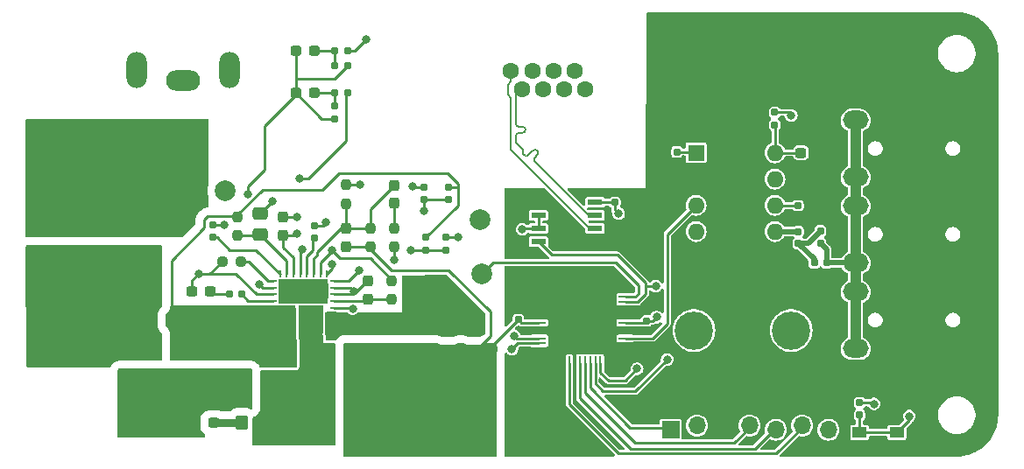
<source format=gbr>
%TF.GenerationSoftware,KiCad,Pcbnew,7.0.6*%
%TF.CreationDate,2023-08-31T11:47:23-07:00*%
%TF.ProjectId,dmxTx,646d7854-782e-46b6-9963-61645f706362,rev?*%
%TF.SameCoordinates,Original*%
%TF.FileFunction,Copper,L1,Top*%
%TF.FilePolarity,Positive*%
%FSLAX46Y46*%
G04 Gerber Fmt 4.6, Leading zero omitted, Abs format (unit mm)*
G04 Created by KiCad (PCBNEW 7.0.6) date 2023-08-31 11:47:23*
%MOMM*%
%LPD*%
G01*
G04 APERTURE LIST*
G04 Aperture macros list*
%AMRoundRect*
0 Rectangle with rounded corners*
0 $1 Rounding radius*
0 $2 $3 $4 $5 $6 $7 $8 $9 X,Y pos of 4 corners*
0 Add a 4 corners polygon primitive as box body*
4,1,4,$2,$3,$4,$5,$6,$7,$8,$9,$2,$3,0*
0 Add four circle primitives for the rounded corners*
1,1,$1+$1,$2,$3*
1,1,$1+$1,$4,$5*
1,1,$1+$1,$6,$7*
1,1,$1+$1,$8,$9*
0 Add four rect primitives between the rounded corners*
20,1,$1+$1,$2,$3,$4,$5,0*
20,1,$1+$1,$4,$5,$6,$7,0*
20,1,$1+$1,$6,$7,$8,$9,0*
20,1,$1+$1,$8,$9,$2,$3,0*%
G04 Aperture macros list end*
%TA.AperFunction,SMDPad,CuDef*%
%ADD10RoundRect,0.160000X-0.160000X0.197500X-0.160000X-0.197500X0.160000X-0.197500X0.160000X0.197500X0*%
%TD*%
%TA.AperFunction,SMDPad,CuDef*%
%ADD11R,1.430000X5.500000*%
%TD*%
%TA.AperFunction,SMDPad,CuDef*%
%ADD12RoundRect,0.155000X0.155000X-0.212500X0.155000X0.212500X-0.155000X0.212500X-0.155000X-0.212500X0*%
%TD*%
%TA.AperFunction,SMDPad,CuDef*%
%ADD13R,1.346200X0.279400*%
%TD*%
%TA.AperFunction,SMDPad,CuDef*%
%ADD14R,0.279400X1.346200*%
%TD*%
%TA.AperFunction,SMDPad,CuDef*%
%ADD15RoundRect,0.160000X-0.197500X-0.160000X0.197500X-0.160000X0.197500X0.160000X-0.197500X0.160000X0*%
%TD*%
%TA.AperFunction,SMDPad,CuDef*%
%ADD16RoundRect,0.155000X-0.155000X0.212500X-0.155000X-0.212500X0.155000X-0.212500X0.155000X0.212500X0*%
%TD*%
%TA.AperFunction,ComponentPad*%
%ADD17C,1.600000*%
%TD*%
%TA.AperFunction,SMDPad,CuDef*%
%ADD18RoundRect,0.250000X0.475000X-0.337500X0.475000X0.337500X-0.475000X0.337500X-0.475000X-0.337500X0*%
%TD*%
%TA.AperFunction,SMDPad,CuDef*%
%ADD19RoundRect,0.250000X0.650000X-0.412500X0.650000X0.412500X-0.650000X0.412500X-0.650000X-0.412500X0*%
%TD*%
%TA.AperFunction,SMDPad,CuDef*%
%ADD20RoundRect,0.237500X0.300000X0.237500X-0.300000X0.237500X-0.300000X-0.237500X0.300000X-0.237500X0*%
%TD*%
%TA.AperFunction,SMDPad,CuDef*%
%ADD21RoundRect,0.160000X0.197500X0.160000X-0.197500X0.160000X-0.197500X-0.160000X0.197500X-0.160000X0*%
%TD*%
%TA.AperFunction,WasherPad*%
%ADD22O,2.000000X3.500000*%
%TD*%
%TA.AperFunction,ComponentPad*%
%ADD23R,4.000000X2.000000*%
%TD*%
%TA.AperFunction,ComponentPad*%
%ADD24O,3.300000X2.000000*%
%TD*%
%TA.AperFunction,ComponentPad*%
%ADD25O,2.500000X1.800000*%
%TD*%
%TA.AperFunction,SMDPad,CuDef*%
%ADD26R,3.150000X1.960000*%
%TD*%
%TA.AperFunction,SMDPad,CuDef*%
%ADD27RoundRect,0.237500X0.237500X-0.300000X0.237500X0.300000X-0.237500X0.300000X-0.237500X-0.300000X0*%
%TD*%
%TA.AperFunction,ComponentPad*%
%ADD28R,1.600000X1.600000*%
%TD*%
%TA.AperFunction,ComponentPad*%
%ADD29O,1.600000X1.600000*%
%TD*%
%TA.AperFunction,SMDPad,CuDef*%
%ADD30RoundRect,0.237500X-0.287500X-0.237500X0.287500X-0.237500X0.287500X0.237500X-0.287500X0.237500X0*%
%TD*%
%TA.AperFunction,ComponentPad*%
%ADD31C,2.000000*%
%TD*%
%TA.AperFunction,SMDPad,CuDef*%
%ADD32RoundRect,0.237500X-0.237500X0.250000X-0.237500X-0.250000X0.237500X-0.250000X0.237500X0.250000X0*%
%TD*%
%TA.AperFunction,SMDPad,CuDef*%
%ADD33RoundRect,0.250000X-1.100000X0.412500X-1.100000X-0.412500X1.100000X-0.412500X1.100000X0.412500X0*%
%TD*%
%TA.AperFunction,SMDPad,CuDef*%
%ADD34RoundRect,0.155000X-0.212500X-0.155000X0.212500X-0.155000X0.212500X0.155000X-0.212500X0.155000X0*%
%TD*%
%TA.AperFunction,SMDPad,CuDef*%
%ADD35R,1.460500X0.558800*%
%TD*%
%TA.AperFunction,SMDPad,CuDef*%
%ADD36RoundRect,0.160000X0.160000X-0.197500X0.160000X0.197500X-0.160000X0.197500X-0.160000X-0.197500X0*%
%TD*%
%TA.AperFunction,SMDPad,CuDef*%
%ADD37RoundRect,0.237500X-0.250000X-0.237500X0.250000X-0.237500X0.250000X0.237500X-0.250000X0.237500X0*%
%TD*%
%TA.AperFunction,SMDPad,CuDef*%
%ADD38RoundRect,0.250000X-0.350000X-0.450000X0.350000X-0.450000X0.350000X0.450000X-0.350000X0.450000X0*%
%TD*%
%TA.AperFunction,SMDPad,CuDef*%
%ADD39R,1.400000X1.050000*%
%TD*%
%TA.AperFunction,SMDPad,CuDef*%
%ADD40R,0.711200X0.254000*%
%TD*%
%TA.AperFunction,SMDPad,CuDef*%
%ADD41R,0.254000X0.711200*%
%TD*%
%TA.AperFunction,SMDPad,CuDef*%
%ADD42R,4.851400X2.362200*%
%TD*%
%TA.AperFunction,SMDPad,CuDef*%
%ADD43R,2.133600X2.692400*%
%TD*%
%TA.AperFunction,SMDPad,CuDef*%
%ADD44R,2.387600X2.692400*%
%TD*%
%TA.AperFunction,SMDPad,CuDef*%
%ADD45R,0.762000X2.032000*%
%TD*%
%TA.AperFunction,ComponentPad*%
%ADD46R,1.700000X1.700000*%
%TD*%
%TA.AperFunction,ComponentPad*%
%ADD47O,1.700000X1.700000*%
%TD*%
%TA.AperFunction,ComponentPad*%
%ADD48C,3.700000*%
%TD*%
%TA.AperFunction,SMDPad,CuDef*%
%ADD49RoundRect,0.155000X0.212500X0.155000X-0.212500X0.155000X-0.212500X-0.155000X0.212500X-0.155000X0*%
%TD*%
%TA.AperFunction,ViaPad*%
%ADD50C,0.550000*%
%TD*%
%TA.AperFunction,ViaPad*%
%ADD51C,0.800000*%
%TD*%
%TA.AperFunction,Conductor*%
%ADD52C,0.250000*%
%TD*%
%TA.AperFunction,Conductor*%
%ADD53C,0.500000*%
%TD*%
%TA.AperFunction,Conductor*%
%ADD54C,0.210000*%
%TD*%
%TA.AperFunction,Conductor*%
%ADD55C,1.000000*%
%TD*%
%TA.AperFunction,Conductor*%
%ADD56C,0.750000*%
%TD*%
G04 APERTURE END LIST*
D10*
%TO.P,R3,1*%
%TO.N,VIN*%
X88900000Y-80902500D03*
%TO.P,R3,2*%
%TO.N,Net-(U1A-FREQ)*%
X88900000Y-82097500D03*
%TD*%
D11*
%TO.P,L1,1,1*%
%TO.N,SW*%
X76680000Y-102500000D03*
%TO.P,L1,2,2*%
%TO.N,+5V*%
X80720000Y-102500000D03*
%TD*%
D12*
%TO.P,C21,1*%
%TO.N,Net-(C21-Pad1)*%
X122680000Y-86367500D03*
%TO.P,C21,2*%
%TO.N,Net-(U4-IN)*%
X122680000Y-85232500D03*
%TD*%
D13*
%TO.P,U2,1,RC7*%
%TO.N,AGND*%
X97621700Y-91050000D03*
%TO.P,U2,2,RD4*%
X97621700Y-91549999D03*
%TO.P,U2,3,RD5*%
X97621700Y-92050001D03*
%TO.P,U2,4,RD6*%
X97621700Y-92550000D03*
%TO.P,U2,5,RD7*%
X97621700Y-93049999D03*
%TO.P,U2,6,VSS*%
X97621700Y-93550000D03*
%TO.P,U2,7,VDD*%
%TO.N,+5V*%
X97621700Y-94050000D03*
%TO.P,U2,8,RB0*%
%TO.N,AGND*%
X97621700Y-94550001D03*
%TO.P,U2,9,RB1*%
X97621700Y-95050000D03*
%TO.P,U2,10,RB2*%
%TO.N,RESET*%
X97621700Y-95549999D03*
%TO.P,U2,11,RB3*%
%TO.N,STROBE*%
X97621700Y-96050001D03*
%TO.P,U2,12,RF4*%
%TO.N,AGND*%
X97621700Y-96550000D03*
D14*
%TO.P,U2,13,RF5*%
X99050000Y-97978300D03*
%TO.P,U2,14,RF6*%
X99549999Y-97978300D03*
%TO.P,U2,15,RF7*%
X100050001Y-97978300D03*
%TO.P,U2,16,RB4*%
%TO.N,U1TX*%
X100550000Y-97978300D03*
%TO.P,U2,17,RB5*%
%TO.N,AGND*%
X101049999Y-97978300D03*
%TO.P,U2,18,RB6/ICSPCLK*%
%TO.N,ICSPCLK*%
X101550000Y-97978300D03*
%TO.P,U2,19,RB7/ICSPDAT*%
%TO.N,ICSPDAT*%
X102050000Y-97978300D03*
%TO.P,U2,20,RE3/\u002AMCLR/VPP*%
%TO.N,MCLR*%
X102550001Y-97978300D03*
%TO.P,U2,21,RA0*%
%TO.N,MODE1*%
X103050000Y-97978300D03*
%TO.P,U2,22,RA1*%
%TO.N,MODE2*%
X103549999Y-97978300D03*
%TO.P,U2,23,RA2*%
%TO.N,AGND*%
X104050001Y-97978300D03*
%TO.P,U2,24,RA3*%
X104550000Y-97978300D03*
D13*
%TO.P,U2,25,RA4*%
X105978300Y-96550000D03*
%TO.P,U2,26,RA5*%
X105978300Y-96050001D03*
%TO.P,U2,27,RE0*%
%TO.N,AN_OUT*%
X105978300Y-95549999D03*
%TO.P,U2,28,RE1*%
%TO.N,AGND*%
X105978300Y-95050000D03*
%TO.P,U2,29,RE2*%
X105978300Y-94550001D03*
%TO.P,U2,30,VDD*%
%TO.N,+5V*%
X105978300Y-94050000D03*
%TO.P,U2,31,VSS*%
%TO.N,AGND*%
X105978300Y-93550000D03*
%TO.P,U2,32,RA7*%
X105978300Y-93049999D03*
%TO.P,U2,33,RA6*%
X105978300Y-92550000D03*
%TO.P,U2,34,RC0*%
%TO.N,DMX OUT*%
X105978300Y-92050001D03*
%TO.P,U2,35,RC1*%
%TO.N,Net-(U2A-RC1)*%
X105978300Y-91549999D03*
%TO.P,U2,36,RF0*%
%TO.N,AGND*%
X105978300Y-91050000D03*
D14*
%TO.P,U2,37,RF1*%
X104550000Y-89621700D03*
%TO.P,U2,38,RF2*%
X104050001Y-89621700D03*
%TO.P,U2,39,RF3*%
X103549999Y-89621700D03*
%TO.P,U2,40,RC2*%
X103050000Y-89621700D03*
%TO.P,U2,41,RC3*%
X102550001Y-89621700D03*
%TO.P,U2,42,RD0*%
X102050000Y-89621700D03*
%TO.P,U2,43,RD1*%
X101550000Y-89621700D03*
%TO.P,U2,44,RD2*%
X101049999Y-89621700D03*
%TO.P,U2,45,RD3*%
X100550000Y-89621700D03*
%TO.P,U2,46,RC4*%
X100050001Y-89621700D03*
%TO.P,U2,47,RC5*%
X99549999Y-89621700D03*
%TO.P,U2,48,RC6*%
X99050000Y-89621700D03*
%TD*%
D15*
%TO.P,R17,1*%
%TO.N,Net-(D1-A)*%
X77902500Y-67700000D03*
%TO.P,R17,2*%
%TO.N,+48V_Hi_Amp*%
X79097500Y-67700000D03*
%TD*%
D16*
%TO.P,C18,1*%
%TO.N,AGND*%
X108000000Y-92732500D03*
%TO.P,C18,2*%
%TO.N,+5V*%
X108000000Y-93867500D03*
%TD*%
D17*
%TO.P,CON1,1,1*%
%TO.N,D+*%
X94920000Y-69700000D03*
%TO.P,CON1,2,2*%
%TO.N,D-*%
X95940000Y-71480000D03*
%TO.P,CON1,3,3*%
%TO.N,AGND*%
X96960000Y-69700000D03*
%TO.P,CON1,4,4*%
X97980000Y-71480000D03*
%TO.P,CON1,5,5*%
X99000000Y-69700000D03*
%TO.P,CON1,6,6*%
%TO.N,+48V_Hi_Amp*%
X100020000Y-71480000D03*
%TO.P,CON1,7,7*%
X101040000Y-69700000D03*
%TO.P,CON1,8,8*%
X102060000Y-71480000D03*
%TD*%
D18*
%TO.P,C3,1*%
%TO.N,Net-(U1B-SVIN)*%
X70700000Y-85537500D03*
%TO.P,C3,2*%
%TO.N,AGND*%
X70700000Y-83462500D03*
%TD*%
D19*
%TO.P,C13,1*%
%TO.N,+5V*%
X80100000Y-97362500D03*
%TO.P,C13,2*%
%TO.N,AGND*%
X80100000Y-94237500D03*
%TD*%
D20*
%TO.P,C4,1*%
%TO.N,Net-(C4-Pad1)*%
X65825000Y-91000000D03*
%TO.P,C4,2*%
%TO.N,SW*%
X64100000Y-91000000D03*
%TD*%
D21*
%TO.P,R22,1*%
%TO.N,AUDIO_IN*%
X125417500Y-88260000D03*
%TO.P,R22,2*%
%TO.N,Net-(C21-Pad1)*%
X124222500Y-88260000D03*
%TD*%
D22*
%TO.P,J3,*%
%TO.N,*%
X67700000Y-69600000D03*
X58700000Y-69600000D03*
D23*
%TO.P,J3,1*%
%TO.N,Net-(F1-Pad1)*%
X63200000Y-76600000D03*
D24*
%TO.P,J3,2*%
%TO.N,AGND*%
X63200000Y-70600000D03*
%TD*%
D25*
%TO.P,J6,1,1*%
%TO.N,AGND*%
X133522500Y-75700000D03*
%TO.P,J6,2,2*%
%TO.N,AUDIO_IN*%
X128222500Y-79950000D03*
%TO.P,J6,3,3*%
X128222500Y-74450000D03*
%TD*%
D26*
%TO.P,F2,1*%
%TO.N,Net-(F1-Pad1)*%
X57750000Y-83840000D03*
%TO.P,F2,2*%
%TO.N,+48V*%
X57750000Y-88750000D03*
%TD*%
D27*
%TO.P,C5,1*%
%TO.N,Net-(U1B-PVDD)*%
X81100000Y-91762500D03*
%TO.P,C5,2*%
%TO.N,AGND*%
X81100000Y-90037500D03*
%TD*%
D28*
%TO.P,U4,1,VDD*%
%TO.N,+5V*%
X112800000Y-77600000D03*
D29*
%TO.P,U4,2,VSS*%
%TO.N,AGND*%
X112800000Y-80140000D03*
%TO.P,U4,3,OUT*%
%TO.N,AN_OUT*%
X112800000Y-82680000D03*
%TO.P,U4,4,STROBE*%
%TO.N,STROBE*%
X112800000Y-85220000D03*
%TO.P,U4,5,IN*%
%TO.N,Net-(U4-IN)*%
X120420000Y-85220000D03*
%TO.P,U4,6,GND*%
%TO.N,Net-(U4-GND)*%
X120420000Y-82680000D03*
%TO.P,U4,7,RESET*%
%TO.N,RESET*%
X120420000Y-80140000D03*
%TO.P,U4,8,CKIN*%
%TO.N,Net-(U4-CKIN)*%
X120420000Y-77600000D03*
%TD*%
D15*
%TO.P,R12,1*%
%TO.N,Net-(C4-Pad1)*%
X67662500Y-91300000D03*
%TO.P,R12,2*%
%TO.N,Net-(U1A-BST)*%
X68857500Y-91300000D03*
%TD*%
D30*
%TO.P,D2,1,K*%
%TO.N,AGND*%
X74125000Y-71800000D03*
%TO.P,D2,2,A*%
%TO.N,Net-(D2-A)*%
X75875000Y-71800000D03*
%TD*%
D19*
%TO.P,C11,1*%
%TO.N,+5V*%
X85900000Y-97062500D03*
%TO.P,C11,2*%
%TO.N,AGND*%
X85900000Y-93937500D03*
%TD*%
D31*
%TO.P,TP10,1,1*%
%TO.N,AGND*%
X96600000Y-104000000D03*
%TD*%
D27*
%TO.P,C1,1*%
%TO.N,VDD*%
X72900000Y-85562500D03*
%TO.P,C1,2*%
%TO.N,AGND*%
X72900000Y-83837500D03*
%TD*%
D32*
%TO.P,R9,1*%
%TO.N,AGND*%
X79000000Y-80687500D03*
%TO.P,R9,2*%
%TO.N,FB*%
X79000000Y-82512500D03*
%TD*%
D15*
%TO.P,R19,1*%
%TO.N,Net-(D2-A)*%
X77902500Y-71800000D03*
%TO.P,R19,2*%
%TO.N,+5V*%
X79097500Y-71800000D03*
%TD*%
D33*
%TO.P,C9,1*%
%TO.N,VIN*%
X68100000Y-96837500D03*
%TO.P,C9,2*%
%TO.N,AGND*%
X68100000Y-99962500D03*
%TD*%
D32*
%TO.P,R15,1*%
%TO.N,Net-(C10-Pad1)*%
X83600000Y-84887500D03*
%TO.P,R15,2*%
%TO.N,SW*%
X83600000Y-86712500D03*
%TD*%
D10*
%TO.P,R4,1*%
%TO.N,AGND*%
X88600000Y-85802500D03*
%TO.P,R4,2*%
%TO.N,Net-(U1A-EN)*%
X88600000Y-86997500D03*
%TD*%
D25*
%TO.P,J8,1,1*%
%TO.N,AGND*%
X133522500Y-92300000D03*
%TO.P,J8,2,2*%
%TO.N,AUDIO_IN*%
X128222500Y-96550000D03*
%TO.P,J8,3,3*%
X128222500Y-91050000D03*
%TD*%
D34*
%TO.P,C22,1*%
%TO.N,Net-(U4-GND)*%
X122632500Y-82700000D03*
%TO.P,C22,2*%
%TO.N,AGND*%
X123767500Y-82700000D03*
%TD*%
D16*
%TO.P,C23,1*%
%TO.N,AGND*%
X110930000Y-76382500D03*
%TO.P,C23,2*%
%TO.N,+5V*%
X110930000Y-77517500D03*
%TD*%
D32*
%TO.P,R6,1*%
%TO.N,FB*%
X81300000Y-84887500D03*
%TO.P,R6,2*%
%TO.N,+5V*%
X81300000Y-86712500D03*
%TD*%
D35*
%TO.P,U3,1,RO*%
%TO.N,AGND*%
X97575850Y-82395000D03*
%TO.P,U3,2,\u002ARE*%
%TO.N,+5V*%
X97575850Y-83665000D03*
%TO.P,U3,3,DE*%
X97575850Y-84935000D03*
%TO.P,U3,4,DI*%
%TO.N,DMX OUT*%
X97575850Y-86205000D03*
%TO.P,U3,5,GND*%
%TO.N,AGND*%
X103024150Y-86205000D03*
%TO.P,U3,6,A*%
%TO.N,D+*%
X103024150Y-84935000D03*
%TO.P,U3,7,B*%
%TO.N,D-*%
X103024150Y-83665000D03*
%TO.P,U3,8,VCC*%
%TO.N,+5V*%
X103024150Y-82395000D03*
%TD*%
D32*
%TO.P,R13,1*%
%TO.N,VDD*%
X83400000Y-89987500D03*
%TO.P,R13,2*%
%TO.N,Net-(U1B-PVDD)*%
X83400000Y-91812500D03*
%TD*%
D33*
%TO.P,C8,1*%
%TO.N,VIN*%
X63800000Y-96837500D03*
%TO.P,C8,2*%
%TO.N,AGND*%
X63800000Y-99962500D03*
%TD*%
D16*
%TO.P,C19,1*%
%TO.N,AGND*%
X95600000Y-92632500D03*
%TO.P,C19,2*%
%TO.N,+5V*%
X95600000Y-93767500D03*
%TD*%
D31*
%TO.P,TP9,1,1*%
%TO.N,+5V*%
X90800000Y-104000000D03*
%TD*%
D36*
%TO.P,R1,1*%
%TO.N,Net-(U1A-FREQ)*%
X86500000Y-82097500D03*
%TO.P,R1,2*%
%TO.N,AGND*%
X86500000Y-80902500D03*
%TD*%
D37*
%TO.P,R10,1*%
%TO.N,SW*%
X66987500Y-88100000D03*
%TO.P,R10,2*%
%TO.N,ILIM*%
X68812500Y-88100000D03*
%TD*%
D36*
%TO.P,R5,1*%
%TO.N,Net-(U1A-PG)*%
X66130000Y-85787500D03*
%TO.P,R5,2*%
%TO.N,VDD*%
X66130000Y-84592500D03*
%TD*%
D33*
%TO.P,C6,1*%
%TO.N,+48V*%
X59000000Y-96837500D03*
%TO.P,C6,2*%
%TO.N,AGND*%
X59000000Y-99962500D03*
%TD*%
D20*
%TO.P,C16,1*%
%TO.N,Net-(C16-Pad1)*%
X66162500Y-103750000D03*
%TO.P,C16,2*%
%TO.N,AGND*%
X64437500Y-103750000D03*
%TD*%
D10*
%TO.P,R16,1*%
%TO.N,+5V*%
X128600000Y-101800000D03*
%TO.P,R16,2*%
%TO.N,MCLR*%
X128600000Y-102995000D03*
%TD*%
D32*
%TO.P,R7,1*%
%TO.N,VIN*%
X68500000Y-83787500D03*
%TO.P,R7,2*%
%TO.N,Net-(U1B-SVIN)*%
X68500000Y-85612500D03*
%TD*%
D38*
%TO.P,R14,1*%
%TO.N,Net-(C16-Pad1)*%
X68900000Y-103750000D03*
%TO.P,R14,2*%
%TO.N,SW*%
X70900000Y-103750000D03*
%TD*%
D25*
%TO.P,J7,1,1*%
%TO.N,AGND*%
X133522500Y-84000000D03*
%TO.P,J7,2,2*%
%TO.N,AUDIO_IN*%
X128222500Y-88250000D03*
%TO.P,J7,3,3*%
X128222500Y-82750000D03*
%TD*%
D10*
%TO.P,R2,1*%
%TO.N,VIN*%
X86700000Y-85802500D03*
%TO.P,R2,2*%
%TO.N,Net-(U1A-EN)*%
X86700000Y-86997500D03*
%TD*%
D31*
%TO.P,TP2,1,1*%
%TO.N,VDD*%
X67320000Y-81250000D03*
%TD*%
D20*
%TO.P,C20,1*%
%TO.N,AGND*%
X124662500Y-77600000D03*
%TO.P,C20,2*%
%TO.N,Net-(U4-CKIN)*%
X122937500Y-77600000D03*
%TD*%
D27*
%TO.P,C2,1*%
%TO.N,+5V*%
X79000000Y-86662500D03*
%TO.P,C2,2*%
%TO.N,FB*%
X79000000Y-84937500D03*
%TD*%
D18*
%TO.P,C14,1*%
%TO.N,+5V*%
X88800000Y-96937500D03*
%TO.P,C14,2*%
%TO.N,AGND*%
X88800000Y-94862500D03*
%TD*%
D39*
%TO.P,SW2,1,1*%
%TO.N,MCLR*%
X128600000Y-104675000D03*
X132200000Y-104675000D03*
%TO.P,SW2,2,2*%
%TO.N,AGND*%
X128600000Y-106125000D03*
X132200000Y-106125000D03*
%TD*%
D10*
%TO.P,R8,1*%
%TO.N,AGND*%
X75940000Y-84632500D03*
%TO.P,R8,2*%
%TO.N,Net-(U1B-AGND)*%
X75940000Y-85827500D03*
%TD*%
D31*
%TO.P,TP3,1,1*%
%TO.N,Net-(U2A-RC1)*%
X92090000Y-89340000D03*
%TD*%
%TO.P,TP1,1,1*%
%TO.N,SW*%
X91910000Y-84110000D03*
%TD*%
D36*
%TO.P,R23,1*%
%TO.N,Net-(U4-CKIN)*%
X120400000Y-74897500D03*
%TO.P,R23,2*%
%TO.N,+5V*%
X120400000Y-73702500D03*
%TD*%
D40*
%TO.P,U1,1,ILIM*%
%TO.N,ILIM*%
X71900000Y-90000000D03*
%TO.P,U1,2,PGND*%
%TO.N,AGND*%
X71900000Y-90649998D03*
%TO.P,U1,3,SW*%
%TO.N,SW*%
X71900000Y-91300000D03*
%TO.P,U1,4,BST*%
%TO.N,Net-(U1A-BST)*%
X71900000Y-91949998D03*
%TO.P,U1,5,PVIN*%
%TO.N,VIN*%
X71900000Y-92600000D03*
%TO.P,U1,6,PVIN*%
X71900000Y-93249998D03*
%TO.P,U1,7,PVIN*%
X71900000Y-93900000D03*
%TO.P,U1,8,PVIN*%
X71900000Y-94549998D03*
D41*
%TO.P,U1,9,PVIN*%
X72571401Y-95221399D03*
%TO.P,U1,10,PVIN*%
X73221399Y-95221399D03*
%TO.P,U1,11,PVIN*%
X73871401Y-95221399D03*
%TO.P,U1,12,SW*%
%TO.N,SW*%
X74521399Y-95221399D03*
%TO.P,U1,13,SW*%
X75171401Y-95221399D03*
%TO.P,U1,14,SW*%
X75821399Y-95221399D03*
%TO.P,U1,15,SW*%
X76471401Y-95221399D03*
%TO.P,U1,16,PGND*%
%TO.N,AGND*%
X77121399Y-95221399D03*
D40*
%TO.P,U1,17,PGND*%
X77792800Y-94549998D03*
%TO.P,U1,18,PGND*%
X77792800Y-93900000D03*
%TO.P,U1,19,PGND*%
X77792800Y-93249998D03*
%TO.P,U1,20,SW*%
%TO.N,SW*%
X77792800Y-92600000D03*
%TO.P,U1,21,PVDD*%
%TO.N,Net-(U1B-PVDD)*%
X77792800Y-91949998D03*
%TO.P,U1,22,PGND*%
%TO.N,AGND*%
X77792800Y-91300000D03*
%TO.P,U1,23,EXTVDD*%
X77792800Y-90649998D03*
%TO.P,U1,24,EN*%
%TO.N,Net-(U1A-EN)*%
X77792800Y-90000000D03*
D41*
%TO.P,U1,25,FREQ*%
%TO.N,Net-(U1A-FREQ)*%
X77121399Y-89328599D03*
%TO.P,U1,26,MODE*%
%TO.N,VDD*%
X76471401Y-89328599D03*
%TO.P,U1,27,FB*%
%TO.N,FB*%
X75821399Y-89328599D03*
%TO.P,U1,28,AGND*%
%TO.N,Net-(U1B-AGND)*%
X75171401Y-89328599D03*
%TO.P,U1,29,PGND*%
%TO.N,AGND*%
X74521399Y-89328599D03*
%TO.P,U1,30,VDD*%
%TO.N,VDD*%
X73871401Y-89328599D03*
%TO.P,U1,31,SVIN*%
%TO.N,Net-(U1B-SVIN)*%
X73221399Y-89328599D03*
%TO.P,U1,32,PG*%
%TO.N,Net-(U1A-PG)*%
X72571401Y-89328599D03*
D42*
%TO.P,U1,33,PGND*%
%TO.N,AGND*%
X74846400Y-91029999D03*
D43*
%TO.P,U1,EP5,PVIN*%
%TO.N,VIN*%
X73066400Y-93769999D03*
D44*
%TO.P,U1,EP12,SW*%
%TO.N,SW*%
X75541400Y-93769999D03*
D45*
%TO.P,U1,EP19,PGND*%
%TO.N,AGND*%
X77321400Y-94094999D03*
%TD*%
D27*
%TO.P,C10,1*%
%TO.N,Net-(C10-Pad1)*%
X83600000Y-82462500D03*
%TO.P,C10,2*%
%TO.N,FB*%
X83600000Y-80737500D03*
%TD*%
D19*
%TO.P,C12,1*%
%TO.N,+5V*%
X83000000Y-97062500D03*
%TO.P,C12,2*%
%TO.N,AGND*%
X83000000Y-93937500D03*
%TD*%
D46*
%TO.P,J1,1,Pin_1*%
%TO.N,MCLR*%
X110340000Y-104403200D03*
D47*
%TO.P,J1,2,Pin_2*%
%TO.N,+5V*%
X112880000Y-103996800D03*
%TO.P,J1,3,Pin_3*%
%TO.N,AGND*%
X115420000Y-104403200D03*
%TO.P,J1,4,Pin_4*%
%TO.N,ICSPDAT*%
X117960000Y-103996800D03*
%TO.P,J1,5,Pin_5*%
%TO.N,ICSPCLK*%
X120500000Y-104403200D03*
%TO.P,J1,6,Pin_6*%
%TO.N,U1TX*%
X123040000Y-103996800D03*
%TO.P,J1,7,Pin_7*%
%TO.N,DMX OUT*%
X125580000Y-104403200D03*
%TD*%
D36*
%TO.P,R11,1*%
%TO.N,AUDIO_IN*%
X124820000Y-86367500D03*
%TO.P,R11,2*%
%TO.N,Net-(C21-Pad1)*%
X124820000Y-85172500D03*
%TD*%
D48*
%TO.P,SW1,1,1*%
%TO.N,MODE1*%
X112600000Y-94800000D03*
%TO.P,SW1,2,2*%
%TO.N,AGND*%
X117300000Y-94800000D03*
%TO.P,SW1,3,3*%
%TO.N,MODE2*%
X122000000Y-94800000D03*
%TD*%
D31*
%TO.P,TP5,1,1*%
%TO.N,+48V*%
X50080000Y-97070000D03*
%TD*%
D30*
%TO.P,D1,1,K*%
%TO.N,AGND*%
X74125000Y-67700000D03*
%TO.P,D1,2,A*%
%TO.N,Net-(D1-A)*%
X75875000Y-67700000D03*
%TD*%
D49*
%TO.P,C17,1*%
%TO.N,AGND*%
X106067500Y-82400000D03*
%TO.P,C17,2*%
%TO.N,+5V*%
X104932500Y-82400000D03*
%TD*%
D38*
%TO.P,FB1,1*%
%TO.N,+48V*%
X60100000Y-93800000D03*
%TO.P,FB1,2*%
%TO.N,VIN*%
X62100000Y-93800000D03*
%TD*%
D36*
%TO.P,R20,1*%
%TO.N,AGND*%
X77900000Y-74297500D03*
%TO.P,R20,2*%
%TO.N,Net-(D2-A)*%
X77900000Y-73102500D03*
%TD*%
D21*
%TO.P,R18,1*%
%TO.N,AGND*%
X79097500Y-69200000D03*
%TO.P,R18,2*%
%TO.N,Net-(D1-A)*%
X77902500Y-69200000D03*
%TD*%
D18*
%TO.P,C15,1*%
%TO.N,+5V*%
X91300000Y-96937500D03*
%TO.P,C15,2*%
%TO.N,AGND*%
X91300000Y-94862500D03*
%TD*%
D50*
%TO.N,AGND*%
X64500000Y-101200000D03*
X88000000Y-92200000D03*
X58500000Y-102400000D03*
X102400000Y-91400000D03*
D51*
X107200000Y-82400000D03*
D50*
X86800000Y-92200000D03*
X67500000Y-101200000D03*
X62700000Y-104200000D03*
X61500000Y-104800000D03*
X75730000Y-91900000D03*
X63300000Y-104800000D03*
X88620000Y-92200000D03*
X63300000Y-101200000D03*
X104200000Y-95600000D03*
X60300000Y-103000000D03*
X58500000Y-103600000D03*
X68700000Y-101800000D03*
X59100000Y-101800000D03*
X75140000Y-90150000D03*
X103000000Y-92000000D03*
X66300000Y-101200000D03*
X57900000Y-103000000D03*
X101200000Y-94400000D03*
X66900000Y-101800000D03*
X103000000Y-91400000D03*
X86780000Y-91600000D03*
X101200000Y-96200000D03*
X103600000Y-95600000D03*
X62700000Y-102400000D03*
X62700000Y-103000000D03*
X63300000Y-103600000D03*
X59700000Y-104200000D03*
X63900000Y-102400000D03*
X59700000Y-101200000D03*
X77300000Y-94700000D03*
X101800000Y-92600000D03*
X103000000Y-96200000D03*
X104200000Y-92600000D03*
X76310000Y-91320000D03*
X85600000Y-92200000D03*
X86780000Y-89850000D03*
X103000000Y-92600000D03*
X103000000Y-93800000D03*
X88000000Y-91600000D03*
X101200000Y-93200000D03*
X67500000Y-101800000D03*
X75140000Y-91900000D03*
X63900000Y-101800000D03*
X101800000Y-95600000D03*
X61500000Y-103600000D03*
X59700000Y-103000000D03*
X57300000Y-102400000D03*
X61500000Y-103000000D03*
X103600000Y-91400000D03*
X57300000Y-104200000D03*
X69300000Y-101200000D03*
X102400000Y-95600000D03*
X85020000Y-92200000D03*
X59700000Y-102400000D03*
X88620000Y-92800000D03*
X73390000Y-90720000D03*
X73970000Y-90140000D03*
D51*
X96000000Y-82000000D03*
D50*
X88620000Y-91000000D03*
X85000000Y-91600000D03*
X59100000Y-104200000D03*
X87420000Y-93400000D03*
X57300000Y-101200000D03*
X88600000Y-90400000D03*
X87420000Y-92200000D03*
X59700000Y-104800000D03*
X104200000Y-96200000D03*
X76890000Y-91320000D03*
X86780000Y-91010000D03*
X77300000Y-94100000D03*
X99400000Y-92000000D03*
X89200000Y-92800000D03*
X102400000Y-95000000D03*
X88620000Y-93400000D03*
X85580000Y-90430000D03*
X99400000Y-95600000D03*
X99400000Y-93200000D03*
X61500000Y-104200000D03*
D51*
X85400000Y-80900000D03*
D50*
X68100000Y-101200000D03*
X100600000Y-91400000D03*
D51*
X70580000Y-90310000D03*
D50*
X100000000Y-93800000D03*
X99400000Y-93800000D03*
X86200000Y-90430000D03*
X101200000Y-92000000D03*
X60300000Y-103600000D03*
X91020000Y-93400000D03*
X103600000Y-96200000D03*
X72810000Y-90730000D03*
X85580000Y-91600000D03*
X89800000Y-92200000D03*
X65100000Y-101200000D03*
X87420000Y-91000000D03*
X73390000Y-91890000D03*
X104200000Y-92000000D03*
X89200000Y-92200000D03*
D51*
X74240000Y-83810000D03*
D50*
X77300000Y-93500000D03*
X100600000Y-92000000D03*
X100600000Y-94400000D03*
X99400000Y-91400000D03*
X62100000Y-104200000D03*
X59700000Y-101800000D03*
X89200000Y-91600000D03*
X66300000Y-101800000D03*
D51*
X109430000Y-76190000D03*
D50*
X68100000Y-101800000D03*
X63900000Y-101200000D03*
X99400000Y-95000000D03*
X57300000Y-104800000D03*
X60900000Y-104200000D03*
X74560000Y-90140000D03*
X102400000Y-96200000D03*
X57300000Y-103600000D03*
X100600000Y-95600000D03*
X89820000Y-93400000D03*
X100600000Y-92600000D03*
X59100000Y-102400000D03*
D51*
X74700000Y-86940000D03*
D50*
X58500000Y-104800000D03*
X99400000Y-92600000D03*
X63300000Y-104200000D03*
D51*
X69470000Y-81590000D03*
D50*
X59100000Y-103600000D03*
X76310000Y-90160000D03*
X63900000Y-104800000D03*
X62100000Y-103000000D03*
X60300000Y-104200000D03*
X103000000Y-95000000D03*
X88000000Y-92800000D03*
X73390000Y-90140000D03*
X75140000Y-90730000D03*
X58500000Y-103000000D03*
X88620000Y-91600000D03*
X75730000Y-91310000D03*
X90400000Y-92800000D03*
X75140000Y-91310000D03*
D51*
X124620000Y-79000000D03*
D50*
X100000000Y-96200000D03*
X89200000Y-93400000D03*
X103600000Y-92600000D03*
X65700000Y-101800000D03*
X102400000Y-94400000D03*
D51*
X105000000Y-86000000D03*
D50*
X60900000Y-103000000D03*
X104200000Y-91400000D03*
X102400000Y-93200000D03*
X85000000Y-89850000D03*
X90380000Y-92200000D03*
X100600000Y-95000000D03*
X100000000Y-94400000D03*
X76310000Y-90740000D03*
X101200000Y-92600000D03*
D51*
X94715500Y-91400000D03*
D50*
X57300000Y-101800000D03*
X61500000Y-101800000D03*
X64507985Y-104786098D03*
X90400000Y-93400000D03*
X58500000Y-104200000D03*
D51*
X71860000Y-82290000D03*
D50*
X104200000Y-95000000D03*
D51*
X79760000Y-91030000D03*
D50*
X103600000Y-95000000D03*
X104200000Y-93800000D03*
X87980000Y-90400000D03*
X86220000Y-92200000D03*
X86200000Y-91010000D03*
X103000000Y-94400000D03*
X85000000Y-90430000D03*
X60900000Y-101200000D03*
X88000000Y-93400000D03*
X60300000Y-101200000D03*
X103600000Y-93200000D03*
X62100000Y-103600000D03*
X59100000Y-101200000D03*
X62700000Y-104800000D03*
X102400000Y-93800000D03*
X87400000Y-90400000D03*
X57900000Y-101800000D03*
X75730000Y-90730000D03*
X68700000Y-101200000D03*
X103000000Y-93200000D03*
X59100000Y-103000000D03*
X63300000Y-103000000D03*
X100000000Y-93200000D03*
X60900000Y-102400000D03*
X64500000Y-101800000D03*
X103600000Y-93800000D03*
X74560000Y-90720000D03*
X91020000Y-92800000D03*
X104200000Y-93200000D03*
X76890000Y-90160000D03*
X76890000Y-91910000D03*
D51*
X108700000Y-91900000D03*
D50*
X65700000Y-101200000D03*
X100000000Y-92600000D03*
X59700000Y-103600000D03*
X101800000Y-93800000D03*
X102400000Y-92000000D03*
X76890000Y-90740000D03*
D51*
X77030000Y-84360000D03*
D50*
X86200000Y-91600000D03*
X85580000Y-89850000D03*
X85000000Y-91010000D03*
X63300000Y-101800000D03*
X73970000Y-90720000D03*
X85580000Y-91010000D03*
X57900000Y-103600000D03*
D51*
X80350000Y-80680000D03*
D50*
X62700000Y-101800000D03*
X66900000Y-101200000D03*
X100000000Y-92000000D03*
X62100000Y-102400000D03*
X57900000Y-104200000D03*
X72810000Y-91310000D03*
X60300000Y-104800000D03*
X100600000Y-93800000D03*
X73970000Y-91890000D03*
X91600000Y-93400000D03*
X63300000Y-102400000D03*
X89792046Y-91563075D03*
X62100000Y-101200000D03*
X99400000Y-96200000D03*
X74560000Y-91300000D03*
X60300000Y-102400000D03*
X101200000Y-95000000D03*
X60900000Y-101800000D03*
X87400000Y-89800000D03*
X88000000Y-91000000D03*
X102400000Y-92600000D03*
X89200000Y-91000000D03*
X100000000Y-95600000D03*
X60300000Y-101800000D03*
X87420000Y-91600000D03*
X101800000Y-93200000D03*
X58500000Y-101800000D03*
X61500000Y-102400000D03*
X101800000Y-92000000D03*
X86200000Y-89850000D03*
X75730000Y-90150000D03*
D51*
X89800000Y-85800000D03*
D50*
X62100000Y-101800000D03*
X100000000Y-95000000D03*
X69300000Y-101800000D03*
X61500000Y-101200000D03*
X104200000Y-94400000D03*
X100000000Y-91400000D03*
X101200000Y-93800000D03*
X76310000Y-91910000D03*
X73390000Y-91300000D03*
X62700000Y-101200000D03*
X65100000Y-101800000D03*
X101800000Y-95000000D03*
X101800000Y-94400000D03*
X100600000Y-93200000D03*
X74560000Y-91890000D03*
X60900000Y-104800000D03*
X103000000Y-95600000D03*
X87420000Y-92800000D03*
X88000000Y-89800000D03*
X100600000Y-96200000D03*
X99400000Y-94400000D03*
X57300000Y-103000000D03*
X72810000Y-90150000D03*
X58500000Y-101200000D03*
X101200000Y-95600000D03*
X64500000Y-102400000D03*
X101800000Y-91400000D03*
X101800000Y-96200000D03*
X86780000Y-90430000D03*
X101200000Y-91400000D03*
X62100000Y-104800000D03*
D51*
X123780000Y-83800000D03*
D50*
X57900000Y-101200000D03*
X103600000Y-94400000D03*
X103600000Y-92000000D03*
X57900000Y-102400000D03*
X72810000Y-91900000D03*
X60900000Y-103600000D03*
X89820000Y-92800000D03*
X59100000Y-104800000D03*
X62700000Y-103600000D03*
X73970000Y-91300000D03*
X57900000Y-104800000D03*
D51*
%TO.N,SW*%
X71400000Y-99200000D03*
X83600000Y-88000000D03*
X64700000Y-89300000D03*
X79600000Y-92700000D03*
D50*
%TO.N,+5V*%
X86500000Y-104700000D03*
X87100000Y-104700000D03*
X91300000Y-99900000D03*
X85300000Y-101700000D03*
X84100000Y-105300000D03*
X83500000Y-99300000D03*
X89500000Y-99300000D03*
X87100000Y-101700000D03*
X84100000Y-102300000D03*
X90700000Y-100500000D03*
X85900000Y-98700000D03*
X84100000Y-106500000D03*
X86500000Y-101100000D03*
X86500000Y-100500000D03*
X82900000Y-99900000D03*
X85900000Y-101700000D03*
X85900000Y-104100000D03*
X88900000Y-98700000D03*
X90100000Y-101700000D03*
X87100000Y-100500000D03*
X85300000Y-100500000D03*
X84700000Y-106500000D03*
X82900000Y-100500000D03*
D51*
X109000000Y-93500000D03*
D50*
X87700000Y-102900000D03*
X85300000Y-106500000D03*
X84700000Y-98700000D03*
X85900000Y-106500000D03*
X91300000Y-100500000D03*
X85300000Y-105900000D03*
X83500000Y-101700000D03*
X87700000Y-102300000D03*
X83500000Y-105900000D03*
X82900000Y-101700000D03*
X85900000Y-101100000D03*
X84100000Y-104100000D03*
X90700000Y-101700000D03*
X85300000Y-105300000D03*
X85300000Y-99900000D03*
X86500000Y-99300000D03*
X85300000Y-101100000D03*
X85900000Y-100500000D03*
X85900000Y-102900000D03*
X88300000Y-102300000D03*
X90700000Y-98700000D03*
X82900000Y-105900000D03*
X84700000Y-102900000D03*
X88300000Y-101700000D03*
X85900000Y-99900000D03*
X82900000Y-99300000D03*
X84700000Y-102300000D03*
X84700000Y-101100000D03*
X84700000Y-105900000D03*
X84700000Y-99900000D03*
X86500000Y-103500000D03*
X83500000Y-106500000D03*
X85300000Y-102300000D03*
X89500000Y-98100000D03*
X82900000Y-105300000D03*
X92500000Y-99900000D03*
X85300000Y-104700000D03*
X83500000Y-101100000D03*
X89500000Y-101100000D03*
X84700000Y-100500000D03*
X90700000Y-99900000D03*
X87700000Y-98700000D03*
X88300000Y-104700000D03*
X85300000Y-98700000D03*
X92500000Y-98700000D03*
X86500000Y-102900000D03*
X90100000Y-99900000D03*
X87100000Y-98700000D03*
X84100000Y-101100000D03*
X88300000Y-102900000D03*
X88300000Y-105300000D03*
X92500000Y-101700000D03*
X91900000Y-100500000D03*
X83500000Y-104100000D03*
X87700000Y-99900000D03*
X82900000Y-102900000D03*
X86500000Y-102300000D03*
X91900000Y-101100000D03*
X87700000Y-106500000D03*
X85900000Y-99300000D03*
D51*
X96000000Y-85000000D03*
D50*
X85900000Y-105300000D03*
X91300000Y-98100000D03*
X92500000Y-99300000D03*
X89500000Y-99900000D03*
X90100000Y-100500000D03*
X87700000Y-100500000D03*
X88300000Y-98700000D03*
X84700000Y-99300000D03*
X87100000Y-104100000D03*
X83500000Y-103500000D03*
X87700000Y-101700000D03*
D51*
X130000000Y-101900000D03*
D50*
X90100000Y-101100000D03*
X87700000Y-99300000D03*
X86500000Y-106500000D03*
X91900000Y-98100000D03*
X83500000Y-102300000D03*
X84100000Y-104700000D03*
X88300000Y-99300000D03*
X84700000Y-105300000D03*
X87700000Y-104100000D03*
X82900000Y-103500000D03*
X88900000Y-100500000D03*
X87100000Y-99900000D03*
X88900000Y-99300000D03*
X84700000Y-101700000D03*
X83500000Y-99900000D03*
X87100000Y-101100000D03*
X86500000Y-104100000D03*
X84100000Y-99900000D03*
X90100000Y-98700000D03*
X87700000Y-101100000D03*
X87100000Y-102900000D03*
X88900000Y-98100000D03*
X91300000Y-101100000D03*
X88900000Y-101100000D03*
X88300000Y-99900000D03*
X84700000Y-104100000D03*
X88300000Y-104100000D03*
X87100000Y-106500000D03*
X83500000Y-104700000D03*
X92500000Y-100500000D03*
D51*
X74500000Y-80100000D03*
D50*
X87100000Y-105300000D03*
X90100000Y-98100000D03*
X86500000Y-101700000D03*
X84100000Y-100500000D03*
X84700000Y-103500000D03*
D51*
X122000000Y-74000000D03*
D50*
X91300000Y-101700000D03*
X86500000Y-105300000D03*
X86500000Y-105900000D03*
X88300000Y-98100000D03*
X82900000Y-101100000D03*
X87100000Y-102300000D03*
X88300000Y-103500000D03*
X87100000Y-99300000D03*
X84100000Y-105900000D03*
X84700000Y-104700000D03*
X85900000Y-102300000D03*
X88300000Y-101100000D03*
X91900000Y-99300000D03*
X87700000Y-105300000D03*
X84100000Y-98700000D03*
X86500000Y-99900000D03*
X82900000Y-98700000D03*
X84100000Y-103500000D03*
X90700000Y-99300000D03*
X89500000Y-100500000D03*
X83500000Y-100500000D03*
X82900000Y-104700000D03*
X88300000Y-100500000D03*
X88900000Y-99900000D03*
X91300000Y-98700000D03*
X85300000Y-102900000D03*
X91900000Y-101700000D03*
X84100000Y-102900000D03*
X85900000Y-105900000D03*
X85900000Y-103500000D03*
X82900000Y-106500000D03*
X83500000Y-98700000D03*
X91300000Y-99300000D03*
X85300000Y-104100000D03*
X85300000Y-99300000D03*
X84100000Y-99300000D03*
X87700000Y-104700000D03*
X85300000Y-103500000D03*
X87100000Y-103500000D03*
X90100000Y-99300000D03*
X84100000Y-101700000D03*
X83500000Y-102900000D03*
X85900000Y-104700000D03*
X86500000Y-98700000D03*
X90700000Y-101100000D03*
X92500000Y-98100000D03*
D51*
X105300000Y-83500000D03*
D50*
X87100000Y-105900000D03*
X87700000Y-105900000D03*
X88300000Y-105900000D03*
X89500000Y-101700000D03*
X90700000Y-98100000D03*
X87700000Y-103500000D03*
X88300000Y-106500000D03*
X92500000Y-101100000D03*
X83500000Y-105300000D03*
X87700000Y-98100000D03*
X82900000Y-104100000D03*
X91900000Y-99900000D03*
X91900000Y-98700000D03*
X88900000Y-101700000D03*
X89500000Y-98700000D03*
X82900000Y-102300000D03*
D51*
%TO.N,VDD*%
X77600000Y-87000000D03*
X67220000Y-84620000D03*
X74180000Y-85440000D03*
%TO.N,MCLR*%
X133400000Y-103100000D03*
%TO.N,Net-(U1A-FREQ)*%
X77600000Y-88400000D03*
X86500000Y-83200000D03*
%TO.N,DMX OUT*%
X108900000Y-90500000D03*
%TO.N,RESET*%
X95200000Y-95300000D03*
%TO.N,STROBE*%
X95000000Y-96600000D03*
%TO.N,MODE1*%
X110000000Y-97600000D03*
%TO.N,MODE2*%
X107100000Y-98500000D03*
%TO.N,Net-(U1A-EN)*%
X85200000Y-87000000D03*
X80210000Y-88990000D03*
%TO.N,+48V_Hi_Amp*%
X80900000Y-66600000D03*
%TD*%
D52*
%TO.N,AGND*%
X123767500Y-82700000D02*
X123767500Y-83787500D01*
X86500000Y-80902500D02*
X85402500Y-80902500D01*
X79000000Y-80687500D02*
X80342500Y-80687500D01*
X71900000Y-90649998D02*
X70919998Y-90649998D01*
X70700000Y-83462500D02*
X70700000Y-83450000D01*
X71100000Y-75000000D02*
X74125000Y-71975000D01*
X72900000Y-83837500D02*
X74212500Y-83837500D01*
X77792800Y-90649998D02*
X79379998Y-90649998D01*
X79760000Y-91030000D02*
X80020000Y-91030000D01*
X94715500Y-91400000D02*
X94715500Y-91748000D01*
X109622500Y-76382500D02*
X109430000Y-76190000D01*
X74212500Y-83837500D02*
X74240000Y-83810000D01*
X103024150Y-86205000D02*
X104795000Y-86205000D01*
X74521399Y-87118601D02*
X74700000Y-86940000D01*
X96395000Y-82395000D02*
X96000000Y-82000000D01*
X77900000Y-74297500D02*
X76622500Y-74297500D01*
X70919998Y-90649998D02*
X70580000Y-90310000D01*
X88600000Y-85802500D02*
X89797500Y-85802500D01*
X70700000Y-83450000D02*
X71860000Y-82290000D01*
X110930000Y-76382500D02*
X109622500Y-76382500D01*
X74125000Y-70430000D02*
X74125000Y-71800000D01*
X79490000Y-91300000D02*
X79760000Y-91030000D01*
X124662500Y-78957500D02*
X124620000Y-79000000D01*
X106067500Y-82400000D02*
X107200000Y-82400000D01*
X74125000Y-67700000D02*
X74125000Y-70430000D01*
X123767500Y-83787500D02*
X123780000Y-83800000D01*
X77792800Y-91300000D02*
X79490000Y-91300000D01*
X94715500Y-91748000D02*
X95600000Y-92632500D01*
X80020000Y-91030000D02*
X81012500Y-90037500D01*
X76622500Y-74297500D02*
X74125000Y-71800000D01*
X108000000Y-92600000D02*
X108000000Y-92732500D01*
X69470000Y-80870000D02*
X71100000Y-79240000D01*
X77867500Y-70430000D02*
X74125000Y-70430000D01*
X97575850Y-82395000D02*
X96395000Y-82395000D01*
X74521399Y-89328599D02*
X74521399Y-87118601D01*
X80342500Y-80687500D02*
X80350000Y-80680000D01*
X69470000Y-81590000D02*
X69470000Y-80870000D01*
X108700000Y-91900000D02*
X108000000Y-92600000D01*
X79379998Y-90649998D02*
X79760000Y-91030000D01*
X85402500Y-80902500D02*
X85400000Y-80900000D01*
X76757500Y-84632500D02*
X77030000Y-84360000D01*
X75940000Y-84632500D02*
X76757500Y-84632500D01*
X124662500Y-77600000D02*
X124662500Y-78957500D01*
X71100000Y-79240000D02*
X71100000Y-75000000D01*
X81012500Y-90037500D02*
X81100000Y-90037500D01*
X104795000Y-86205000D02*
X105000000Y-86000000D01*
X79097500Y-69200000D02*
X77867500Y-70430000D01*
X89797500Y-85802500D02*
X89800000Y-85800000D01*
X74125000Y-71975000D02*
X74125000Y-71800000D01*
%TO.N,Net-(C4-Pad1)*%
X66125000Y-91300000D02*
X65825000Y-91000000D01*
X67662500Y-91300000D02*
X66125000Y-91300000D01*
%TO.N,FB*%
X75821399Y-89328599D02*
X75821399Y-87859139D01*
X75821399Y-87859139D02*
X76180000Y-87500538D01*
X78462500Y-84937500D02*
X79000000Y-84937500D01*
X79000000Y-84937500D02*
X79000000Y-82512500D01*
X81300000Y-84887500D02*
X81300000Y-83037500D01*
X76180000Y-87500538D02*
X76180000Y-87220000D01*
X81200000Y-84912500D02*
X78950000Y-84912500D01*
X81300000Y-83037500D02*
X83600000Y-80737500D01*
X76180000Y-87220000D02*
X78462500Y-84937500D01*
%TO.N,Net-(U1A-BST)*%
X69507498Y-91949998D02*
X68857500Y-91300000D01*
X71900000Y-91949998D02*
X69507498Y-91949998D01*
%TO.N,SW*%
X71900000Y-91300000D02*
X70330000Y-91300000D01*
X68330000Y-89300000D02*
X65787500Y-89300000D01*
X64100000Y-91000000D02*
X64100000Y-89900000D01*
X79500000Y-92600000D02*
X79600000Y-92700000D01*
X65787500Y-89300000D02*
X64700000Y-89300000D01*
X66987500Y-88100000D02*
X65787500Y-89300000D01*
X70330000Y-91300000D02*
X68330000Y-89300000D01*
X64100000Y-89900000D02*
X64700000Y-89300000D01*
X83600000Y-88000000D02*
X83600000Y-86712500D01*
X77792800Y-92600000D02*
X79500000Y-92600000D01*
%TO.N,+5V*%
X96065000Y-84935000D02*
X96000000Y-85000000D01*
X104927500Y-82395000D02*
X104932500Y-82400000D01*
X92430000Y-96937500D02*
X91300000Y-96937500D01*
X83360553Y-89000000D02*
X88900000Y-89000000D01*
X88900000Y-89000000D02*
X92900000Y-93000000D01*
X108632500Y-93867500D02*
X109000000Y-93500000D01*
X95600000Y-93767500D02*
X92430000Y-96937500D01*
X104932500Y-82400000D02*
X104932500Y-83132500D01*
X120400000Y-73702500D02*
X121702500Y-73702500D01*
X97575850Y-84935000D02*
X96065000Y-84935000D01*
X97575850Y-83665000D02*
X97575850Y-84935000D01*
X79000000Y-76415500D02*
X79000000Y-71897500D01*
X75315500Y-80100000D02*
X79000000Y-76415500D01*
X104932500Y-83132500D02*
X105300000Y-83500000D01*
X108000000Y-93867500D02*
X108632500Y-93867500D01*
X79050000Y-86712500D02*
X79000000Y-86662500D01*
X121702500Y-73702500D02*
X122000000Y-74000000D01*
X128600000Y-101800000D02*
X129900000Y-101800000D01*
X81300000Y-86939447D02*
X83360553Y-89000000D01*
X95882500Y-94050000D02*
X95600000Y-93767500D01*
X103024150Y-82395000D02*
X104927500Y-82395000D01*
X92900000Y-95337500D02*
X91300000Y-96937500D01*
X112717500Y-77517500D02*
X112800000Y-77600000D01*
X107817500Y-94050000D02*
X108000000Y-93867500D01*
X129900000Y-101800000D02*
X130000000Y-101900000D01*
X81300000Y-86712500D02*
X81300000Y-86939447D01*
X110930000Y-77517500D02*
X112717500Y-77517500D01*
X92900000Y-93000000D02*
X92900000Y-95337500D01*
X74500000Y-80100000D02*
X75315500Y-80100000D01*
X105978300Y-94050000D02*
X107817500Y-94050000D01*
X79000000Y-71897500D02*
X79097500Y-71800000D01*
X81300000Y-86712500D02*
X79050000Y-86712500D01*
X97621700Y-94050000D02*
X95882500Y-94050000D01*
%TO.N,Net-(U1B-SVIN)*%
X73221399Y-88058899D02*
X70700000Y-85537500D01*
X73221399Y-89328599D02*
X73221399Y-88058899D01*
X70625000Y-85612500D02*
X70700000Y-85537500D01*
X68500000Y-85612500D02*
X70625000Y-85612500D01*
%TO.N,VDD*%
X74057500Y-85562500D02*
X74180000Y-85440000D01*
X76471401Y-88228599D02*
X77600000Y-87100000D01*
X67192500Y-84592500D02*
X67220000Y-84620000D01*
X77600000Y-87000000D02*
X77600000Y-87100000D01*
X66130000Y-84592500D02*
X67192500Y-84592500D01*
X72900000Y-86750000D02*
X72900000Y-85562500D01*
X83400000Y-89900000D02*
X81300000Y-87800000D01*
X83400000Y-89987500D02*
X83400000Y-89900000D01*
X78400000Y-87800000D02*
X81300000Y-87800000D01*
X72900000Y-85562500D02*
X74057500Y-85562500D01*
X73871401Y-89328599D02*
X73871401Y-87721401D01*
X77600000Y-87000000D02*
X78400000Y-87800000D01*
X73871401Y-87721401D02*
X72900000Y-86750000D01*
X76471401Y-88228599D02*
X76471401Y-89328599D01*
%TO.N,Net-(U1B-PVDD)*%
X83350000Y-91762500D02*
X83400000Y-91812500D01*
X81100000Y-91762500D02*
X83350000Y-91762500D01*
X80912502Y-91949998D02*
X81100000Y-91762500D01*
X77792800Y-91949998D02*
X80912502Y-91949998D01*
%TO.N,Net-(U4-GND)*%
X122632500Y-82700000D02*
X120440000Y-82700000D01*
X120440000Y-82700000D02*
X120420000Y-82680000D01*
%TO.N,Net-(U4-CKIN)*%
X122937500Y-77600000D02*
X120420000Y-77600000D01*
X120420000Y-74917500D02*
X120420000Y-77600000D01*
X120400000Y-74897500D02*
X120420000Y-74917500D01*
%TO.N,VIN*%
X68500000Y-83787500D02*
X68500000Y-83600000D01*
X89800000Y-80600000D02*
X89800000Y-80900000D01*
X78300000Y-79600000D02*
X88800000Y-79600000D01*
X89800000Y-82702500D02*
X86700000Y-85802500D01*
X89800000Y-80900000D02*
X89800000Y-82702500D01*
X65280000Y-84880000D02*
X65280000Y-84070000D01*
X65280000Y-84070000D02*
X65590000Y-83760000D01*
X65590000Y-83760000D02*
X68472500Y-83760000D01*
X88800000Y-79600000D02*
X89800000Y-80600000D01*
X76690000Y-81210000D02*
X78300000Y-79600000D01*
X68500000Y-83600000D02*
X70890000Y-81210000D01*
X68472500Y-83760000D02*
X68500000Y-83787500D01*
X70890000Y-81210000D02*
X76690000Y-81210000D01*
X62100000Y-88060000D02*
X65280000Y-84880000D01*
X62100000Y-93800000D02*
X62100000Y-88060000D01*
X89797500Y-80902500D02*
X89800000Y-80900000D01*
X88900000Y-80902500D02*
X89797500Y-80902500D01*
D53*
%TO.N,Net-(U4-IN)*%
X122680000Y-85232500D02*
X120432500Y-85232500D01*
X120432500Y-85232500D02*
X120420000Y-85220000D01*
D54*
%TO.N,D+*%
X94920000Y-70698151D02*
X94920000Y-69700000D01*
X94920000Y-77320000D02*
X94920000Y-72320000D01*
X94920000Y-72320000D02*
X94600000Y-72000000D01*
X94600000Y-72000000D02*
X94600000Y-71018151D01*
X102535000Y-84935000D02*
X94920000Y-77320000D01*
X94600000Y-71018151D02*
X94920000Y-70698151D01*
X103024150Y-84935000D02*
X102535000Y-84935000D01*
%TO.N,D-*%
X103024150Y-83665000D02*
X102404689Y-83665000D01*
X96070042Y-77508628D02*
X96070043Y-77508628D01*
X95680001Y-75690312D02*
X96013640Y-75690312D01*
X96583445Y-77843755D02*
X96583446Y-77843757D01*
X96070044Y-77330355D02*
X96070042Y-77330354D01*
X96316034Y-77932892D02*
X96316035Y-77932894D01*
X96070044Y-77508629D02*
X96070042Y-77508628D01*
X96583445Y-77843755D02*
X97031485Y-77395716D01*
X97455751Y-77395718D02*
X97455749Y-77395716D01*
X95380001Y-74790312D02*
X95380001Y-72039999D01*
X96070042Y-77330354D02*
X95380001Y-76640312D01*
X95380001Y-76640312D02*
X95380001Y-75990312D01*
X96583446Y-77843757D02*
X96494307Y-77932893D01*
X96013640Y-75090312D02*
X95680001Y-75090312D01*
X96316035Y-77932894D02*
X96070043Y-77686902D01*
X102404689Y-83665000D02*
X97219844Y-78480155D01*
X95380001Y-72039999D02*
X95940000Y-71480000D01*
X97219844Y-78055890D02*
X97455751Y-77819982D01*
X97219843Y-78055890D02*
X97219844Y-78055890D01*
X96070078Y-77508663D02*
G75*
G03*
X96070043Y-77686902I89122J-89137D01*
G01*
X95379988Y-74790312D02*
G75*
G03*
X95680001Y-75090312I300012J12D01*
G01*
X96013640Y-75690340D02*
G75*
G03*
X96313640Y-75390312I-40J300040D01*
G01*
X97455800Y-77820031D02*
G75*
G03*
X97455750Y-77395719I-212200J212131D01*
G01*
X97219821Y-78055868D02*
G75*
G03*
X97219844Y-78480155I212179J-212132D01*
G01*
X96070052Y-77508637D02*
G75*
G03*
X96070044Y-77330355I-89152J89137D01*
G01*
X96316063Y-77932863D02*
G75*
G03*
X96494307Y-77932893I89137J89063D01*
G01*
X97455748Y-77395717D02*
G75*
G03*
X97031486Y-77395717I-212131J-212131D01*
G01*
X96313588Y-75390312D02*
G75*
G03*
X96013640Y-75090312I-299988J12D01*
G01*
X95680001Y-75690301D02*
G75*
G03*
X95380001Y-75990312I-1J-299999D01*
G01*
D52*
%TO.N,Net-(D1-A)*%
X75875000Y-67700000D02*
X77902500Y-67700000D01*
X77902500Y-67700000D02*
X77902500Y-69200000D01*
%TO.N,Net-(D2-A)*%
X77900000Y-71802500D02*
X77902500Y-71800000D01*
X77900000Y-73102500D02*
X77900000Y-71802500D01*
X75875000Y-71800000D02*
X77902500Y-71800000D01*
%TO.N,MCLR*%
X132200000Y-104675000D02*
X128600000Y-104675000D01*
X110340000Y-104200000D02*
X106420172Y-104200000D01*
X128600000Y-104675000D02*
X128600000Y-102995000D01*
X133400000Y-103100000D02*
X133400000Y-103475000D01*
X133400000Y-103475000D02*
X132200000Y-104675000D01*
X102550001Y-100329829D02*
X102550001Y-97978300D01*
X106420172Y-104200000D02*
X102550001Y-100329829D01*
%TO.N,ICSPDAT*%
X102050000Y-100850000D02*
X102050000Y-97978300D01*
X106900000Y-105700000D02*
X102050000Y-100850000D01*
X116460000Y-105700000D02*
X106900000Y-105700000D01*
X117960000Y-104200000D02*
X116460000Y-105700000D01*
%TO.N,ICSPCLK*%
X120500000Y-104200000D02*
X118460000Y-106240000D01*
X101550000Y-101350000D02*
X101550000Y-97978300D01*
X118460000Y-106240000D02*
X106440000Y-106240000D01*
X106440000Y-106240000D02*
X101550000Y-101350000D01*
D55*
%TO.N,AUDIO_IN*%
X128222500Y-79950000D02*
X128222500Y-82750000D01*
D53*
X124820000Y-86367500D02*
X125417500Y-86965000D01*
X125427500Y-88250000D02*
X125417500Y-88260000D01*
D55*
X128222500Y-91050000D02*
X128222500Y-96550000D01*
X128222500Y-88250000D02*
X128222500Y-91050000D01*
X128222500Y-82750000D02*
X128222500Y-88250000D01*
D53*
X125417500Y-86965000D02*
X125417500Y-88260000D01*
X128222500Y-88250000D02*
X125427500Y-88250000D01*
D55*
X128222500Y-74450000D02*
X128222500Y-79950000D01*
D52*
%TO.N,Net-(U1A-FREQ)*%
X77600000Y-88849998D02*
X77121399Y-89328599D01*
X88900000Y-82097500D02*
X86500000Y-82097500D01*
X77600000Y-88400000D02*
X77600000Y-88849998D01*
X86500000Y-82097500D02*
X86500000Y-83200000D01*
%TO.N,Net-(U1A-PG)*%
X66490000Y-85787500D02*
X67702500Y-87000000D01*
X70242802Y-87000000D02*
X67702500Y-87000000D01*
X72571401Y-89328599D02*
X70242802Y-87000000D01*
X66130000Y-85787500D02*
X66490000Y-85787500D01*
%TO.N,ILIM*%
X69550000Y-88100000D02*
X68812500Y-88100000D01*
X71900000Y-90000000D02*
X71450000Y-90000000D01*
X71450000Y-90000000D02*
X69550000Y-88100000D01*
%TO.N,DMX OUT*%
X107900000Y-91300000D02*
X107900000Y-90500000D01*
X98870850Y-87500000D02*
X97575850Y-86205000D01*
X108900000Y-90500000D02*
X107900000Y-90500000D01*
X105200000Y-87500000D02*
X98870850Y-87500000D01*
X105978300Y-92050001D02*
X107149999Y-92050001D01*
X107900000Y-90200000D02*
X105200000Y-87500000D01*
X107149999Y-92050001D02*
X107900000Y-91300000D01*
X107900000Y-90500000D02*
X107900000Y-90200000D01*
%TO.N,Net-(U2A-RC1)*%
X105010000Y-88210000D02*
X93220000Y-88210000D01*
X107200000Y-90400000D02*
X105010000Y-88210000D01*
X106899463Y-91549999D02*
X107200000Y-91249462D01*
X107200000Y-91249462D02*
X107200000Y-90400000D01*
X93220000Y-88210000D02*
X92090000Y-89340000D01*
X105978300Y-91549999D02*
X106899463Y-91549999D01*
%TO.N,Net-(C10-Pad1)*%
X83600000Y-82462500D02*
X83600000Y-84887500D01*
%TO.N,AN_OUT*%
X110000000Y-94157254D02*
X108607255Y-95549999D01*
X108607255Y-95549999D02*
X105978300Y-95549999D01*
X112800000Y-82680000D02*
X110000000Y-85480000D01*
X110000000Y-85480000D02*
X110000000Y-94157254D01*
%TO.N,RESET*%
X95449999Y-95549999D02*
X97621700Y-95549999D01*
X95200000Y-95300000D02*
X95449999Y-95549999D01*
%TO.N,STROBE*%
X95000000Y-96600000D02*
X95549999Y-96050001D01*
X95549999Y-96050001D02*
X97621700Y-96050001D01*
%TO.N,MODE1*%
X110000000Y-97600000D02*
X106900000Y-100700000D01*
X103050000Y-99950000D02*
X103050000Y-97978300D01*
X106900000Y-100700000D02*
X103800000Y-100700000D01*
X103800000Y-100700000D02*
X103050000Y-99950000D01*
%TO.N,MODE2*%
X107100000Y-98500000D02*
X105953749Y-99646251D01*
X104335152Y-99646251D02*
X103549999Y-98861098D01*
X105953749Y-99646251D02*
X104335152Y-99646251D01*
X103549999Y-98861098D02*
X103549999Y-97978300D01*
D56*
%TO.N,Net-(C16-Pad1)*%
X66162500Y-103750000D02*
X68900000Y-103750000D01*
D53*
%TO.N,Net-(C21-Pad1)*%
X123625000Y-86367500D02*
X122680000Y-86367500D01*
X124820000Y-85172500D02*
X123625000Y-86367500D01*
X124222500Y-87910000D02*
X122680000Y-86367500D01*
X124222500Y-88260000D02*
X124222500Y-87910000D01*
D52*
%TO.N,U1TX*%
X100550000Y-97978300D02*
X100550000Y-101950000D01*
X120540000Y-106700000D02*
X123040000Y-104200000D01*
X105300000Y-106700000D02*
X120540000Y-106700000D01*
X100550000Y-101950000D02*
X105300000Y-106700000D01*
%TO.N,Net-(U1A-EN)*%
X86700000Y-86997500D02*
X85202500Y-86997500D01*
X88600000Y-86997500D02*
X86700000Y-86997500D01*
X80210000Y-88990000D02*
X79200000Y-90000000D01*
X79200000Y-90000000D02*
X77792800Y-90000000D01*
X85202500Y-86997500D02*
X85200000Y-87000000D01*
%TO.N,Net-(U1B-AGND)*%
X75720000Y-86047500D02*
X75940000Y-85827500D01*
X75171401Y-89328599D02*
X75171401Y-87628599D01*
X75171401Y-87628599D02*
X75720000Y-87080000D01*
X75720000Y-87080000D02*
X75720000Y-86047500D01*
%TO.N,+48V_Hi_Amp*%
X79800000Y-67700000D02*
X80900000Y-66600000D01*
X79097500Y-67700000D02*
X79800000Y-67700000D01*
%TD*%
%TA.AperFunction,Conductor*%
%TO.N,AGND*%
G36*
X69843039Y-98519685D02*
G01*
X69888794Y-98572489D01*
X69900000Y-98624000D01*
X69900000Y-102306088D01*
X69880315Y-102373127D01*
X69827511Y-102418882D01*
X69758353Y-102428826D01*
X69718589Y-102415997D01*
X69623047Y-102366090D01*
X69539370Y-102342147D01*
X69427418Y-102310114D01*
X69427415Y-102310113D01*
X69427413Y-102310113D01*
X69336983Y-102302073D01*
X69308037Y-102299500D01*
X69308035Y-102299500D01*
X69308034Y-102299500D01*
X68959085Y-102299500D01*
X68491964Y-102299501D01*
X68462727Y-102302100D01*
X68372584Y-102310113D01*
X68176954Y-102366089D01*
X68163481Y-102373127D01*
X67996593Y-102460302D01*
X67996591Y-102460303D01*
X67996590Y-102460304D01*
X67859481Y-102572102D01*
X67795085Y-102599211D01*
X67781120Y-102600000D01*
X66879124Y-102600000D01*
X66836963Y-102591890D01*
X66836935Y-102591989D01*
X66835828Y-102591672D01*
X66833123Y-102591152D01*
X66830884Y-102590257D01*
X66715132Y-102557137D01*
X66637702Y-102534982D01*
X66637699Y-102534981D01*
X66637697Y-102534981D01*
X66548392Y-102527041D01*
X66519806Y-102524500D01*
X65805194Y-102524500D01*
X65779698Y-102526766D01*
X65687302Y-102534981D01*
X65687299Y-102534981D01*
X65687298Y-102534982D01*
X65648582Y-102546059D01*
X65494115Y-102590257D01*
X65491877Y-102591152D01*
X65489171Y-102591672D01*
X65488065Y-102591989D01*
X65488036Y-102591890D01*
X65445876Y-102600000D01*
X65300000Y-102600000D01*
X65300000Y-102637456D01*
X65280315Y-102704495D01*
X65254362Y-102733557D01*
X65160278Y-102810273D01*
X65033294Y-102966006D01*
X64940257Y-103144115D01*
X64884982Y-103337299D01*
X64884981Y-103337302D01*
X64874500Y-103455196D01*
X64874500Y-104044804D01*
X64884981Y-104162697D01*
X64884981Y-104162699D01*
X64884982Y-104162702D01*
X64907137Y-104240132D01*
X64940257Y-104355884D01*
X65033294Y-104533993D01*
X65160275Y-104689724D01*
X65254360Y-104766440D01*
X65293877Y-104824061D01*
X65299999Y-104862541D01*
X65300000Y-105075999D01*
X65280316Y-105143039D01*
X65227512Y-105188794D01*
X65176000Y-105200000D01*
X57024000Y-105200000D01*
X56956961Y-105180315D01*
X56911206Y-105127511D01*
X56900000Y-105076000D01*
X56900000Y-98624000D01*
X56919685Y-98556961D01*
X56972489Y-98511206D01*
X57024000Y-98500000D01*
X69776000Y-98500000D01*
X69843039Y-98519685D01*
G37*
%TD.AperFunction*%
%TD*%
%TA.AperFunction,Conductor*%
%TO.N,+5V*%
G36*
X87745800Y-96019685D02*
G01*
X87757122Y-96027899D01*
X87771587Y-96039694D01*
X87771590Y-96039695D01*
X87771593Y-96039698D01*
X87951951Y-96133909D01*
X88147582Y-96189886D01*
X88266963Y-96200500D01*
X88266964Y-96200499D01*
X88266965Y-96200500D01*
X88266966Y-96200500D01*
X88724041Y-96200499D01*
X89333036Y-96200499D01*
X89452418Y-96189886D01*
X89648049Y-96133909D01*
X89828407Y-96039698D01*
X89837204Y-96032525D01*
X89842878Y-96027899D01*
X89907273Y-96000789D01*
X89921239Y-96000000D01*
X90178761Y-96000000D01*
X90245800Y-96019685D01*
X90257122Y-96027899D01*
X90271587Y-96039694D01*
X90271590Y-96039695D01*
X90271593Y-96039698D01*
X90451951Y-96133909D01*
X90647582Y-96189886D01*
X90766963Y-96200500D01*
X90766964Y-96200499D01*
X90766965Y-96200500D01*
X90766966Y-96200500D01*
X91223771Y-96200499D01*
X91833036Y-96200499D01*
X91952418Y-96189886D01*
X92148049Y-96133909D01*
X92328407Y-96039698D01*
X92337204Y-96032525D01*
X92342878Y-96027899D01*
X92407273Y-96000789D01*
X92421239Y-96000000D01*
X93420500Y-96000000D01*
X93487539Y-96019685D01*
X93533294Y-96072489D01*
X93544500Y-96124000D01*
X93544500Y-96165354D01*
X93547513Y-96213001D01*
X93547513Y-96213000D01*
X93554454Y-96267662D01*
X93583423Y-96399736D01*
X93643250Y-96533032D01*
X93646248Y-96539711D01*
X93649793Y-96547609D01*
X93659287Y-96616829D01*
X93650783Y-96646896D01*
X93594791Y-96778609D01*
X93594789Y-96778613D01*
X93575105Y-96845651D01*
X93564868Y-96884262D01*
X93564866Y-96884270D01*
X93564865Y-96884276D01*
X93544500Y-97058506D01*
X93544500Y-97058512D01*
X93544500Y-97058513D01*
X93544500Y-106875499D01*
X93524815Y-106942538D01*
X93472011Y-106988293D01*
X93420500Y-106999499D01*
X78824000Y-106999499D01*
X78756961Y-106979814D01*
X78711206Y-106927010D01*
X78700000Y-106875499D01*
X78700000Y-96124000D01*
X78719685Y-96056961D01*
X78772489Y-96011206D01*
X78824000Y-96000000D01*
X87678761Y-96000000D01*
X87745800Y-96019685D01*
G37*
%TD.AperFunction*%
%TD*%
%TA.AperFunction,Conductor*%
%TO.N,AGND*%
G36*
X137948139Y-64000501D02*
G01*
X137998559Y-64000501D01*
X138001422Y-64000567D01*
X138040985Y-64002395D01*
X138172949Y-64008496D01*
X138372548Y-64018303D01*
X138378047Y-64018820D01*
X138563356Y-64044669D01*
X138749827Y-64072330D01*
X138754870Y-64073295D01*
X138939368Y-64116689D01*
X139120194Y-64161983D01*
X139124808Y-64163332D01*
X139305609Y-64223931D01*
X139480368Y-64286462D01*
X139484446Y-64288090D01*
X139593992Y-64336459D01*
X139659452Y-64365363D01*
X139826972Y-64444594D01*
X139830626Y-64446473D01*
X139929133Y-64501341D01*
X139998123Y-64539768D01*
X140157009Y-64635000D01*
X140160078Y-64636968D01*
X140318623Y-64745574D01*
X140467387Y-64855906D01*
X140469984Y-64857945D01*
X140618013Y-64980867D01*
X140755320Y-65105315D01*
X140757513Y-65107403D01*
X140892595Y-65242485D01*
X140894686Y-65244681D01*
X141019136Y-65381990D01*
X141142046Y-65530005D01*
X141144116Y-65532643D01*
X141254431Y-65681385D01*
X141363020Y-65839905D01*
X141365009Y-65843007D01*
X141426955Y-65946357D01*
X141460230Y-66001874D01*
X141553521Y-66169364D01*
X141555404Y-66173026D01*
X141634636Y-66340547D01*
X141711894Y-66515517D01*
X141713553Y-66519674D01*
X141776083Y-66694433D01*
X141836664Y-66875185D01*
X141838021Y-66879825D01*
X141883309Y-67060627D01*
X141926695Y-67245090D01*
X141927671Y-67250190D01*
X141955336Y-67436690D01*
X141981176Y-67621934D01*
X141981696Y-67627460D01*
X141991511Y-67827239D01*
X141999433Y-67998576D01*
X141999499Y-68001440D01*
X141999499Y-102998559D01*
X141999433Y-103001423D01*
X141991511Y-103172760D01*
X141981696Y-103372538D01*
X141981176Y-103378064D01*
X141955336Y-103563309D01*
X141927671Y-103749808D01*
X141926695Y-103754907D01*
X141883309Y-103939372D01*
X141838021Y-104120173D01*
X141836664Y-104124813D01*
X141776083Y-104305566D01*
X141713553Y-104480324D01*
X141711894Y-104484481D01*
X141634636Y-104659452D01*
X141555404Y-104826972D01*
X141553521Y-104830634D01*
X141460230Y-104998125D01*
X141365019Y-105156976D01*
X141362989Y-105160141D01*
X141254433Y-105318612D01*
X141144116Y-105467355D01*
X141142016Y-105470030D01*
X141019131Y-105618016D01*
X140894693Y-105755309D01*
X140892595Y-105757513D01*
X140757513Y-105892595D01*
X140755309Y-105894693D01*
X140618016Y-106019131D01*
X140470030Y-106142016D01*
X140467355Y-106144116D01*
X140318612Y-106254433D01*
X140186672Y-106344815D01*
X140160141Y-106362989D01*
X140156976Y-106365019D01*
X139998125Y-106460230D01*
X139830634Y-106553521D01*
X139826972Y-106555404D01*
X139659452Y-106634636D01*
X139484481Y-106711894D01*
X139480324Y-106713553D01*
X139305566Y-106776083D01*
X139124813Y-106836664D01*
X139120173Y-106838021D01*
X138939372Y-106883309D01*
X138754907Y-106926695D01*
X138749808Y-106927671D01*
X138563309Y-106955336D01*
X138378064Y-106981176D01*
X138372538Y-106981696D01*
X138172760Y-106991511D01*
X138001423Y-106999433D01*
X137998559Y-106999499D01*
X121014330Y-106999499D01*
X120947291Y-106979814D01*
X120901536Y-106927010D01*
X120891592Y-106857852D01*
X120920617Y-106794296D01*
X120926649Y-106787818D01*
X121695336Y-106019131D01*
X122657104Y-105057363D01*
X122718425Y-105023880D01*
X122780777Y-105026384D01*
X122832106Y-105041955D01*
X122832105Y-105041955D01*
X122850745Y-105043790D01*
X123040000Y-105062431D01*
X123247894Y-105041955D01*
X123447799Y-104981315D01*
X123632033Y-104882840D01*
X123793515Y-104750315D01*
X123926040Y-104588833D01*
X124024515Y-104404599D01*
X124024939Y-104403200D01*
X124514369Y-104403200D01*
X124534844Y-104611092D01*
X124548525Y-104656191D01*
X124595485Y-104810999D01*
X124595486Y-104811002D01*
X124595487Y-104811003D01*
X124595488Y-104811006D01*
X124693956Y-104995227D01*
X124693960Y-104995234D01*
X124826484Y-105156715D01*
X124987965Y-105289239D01*
X124987972Y-105289243D01*
X125172193Y-105387711D01*
X125172194Y-105387711D01*
X125172201Y-105387715D01*
X125372106Y-105448355D01*
X125372105Y-105448355D01*
X125392580Y-105450371D01*
X125580000Y-105468831D01*
X125787894Y-105448355D01*
X125987799Y-105387715D01*
X126172033Y-105289240D01*
X126255513Y-105220730D01*
X127689500Y-105220730D01*
X127701713Y-105282134D01*
X127701714Y-105282136D01*
X127748238Y-105351763D01*
X127817865Y-105398286D01*
X127817869Y-105398288D01*
X127854639Y-105405601D01*
X127879267Y-105410500D01*
X129320732Y-105410499D01*
X129382133Y-105398287D01*
X129451762Y-105351762D01*
X129467519Y-105328181D01*
X129481311Y-105307539D01*
X129498287Y-105282133D01*
X129498913Y-105278990D01*
X129510499Y-105220737D01*
X129510500Y-105220733D01*
X129510500Y-105134500D01*
X129530185Y-105067461D01*
X129582989Y-105021706D01*
X129634500Y-105010500D01*
X131165501Y-105010500D01*
X131232540Y-105030185D01*
X131278295Y-105082989D01*
X131289501Y-105134499D01*
X131289501Y-105220732D01*
X131289502Y-105220737D01*
X131301713Y-105282134D01*
X131301714Y-105282136D01*
X131348238Y-105351763D01*
X131417865Y-105398286D01*
X131417869Y-105398288D01*
X131454639Y-105405601D01*
X131479267Y-105410500D01*
X132920732Y-105410499D01*
X132982133Y-105398287D01*
X133051762Y-105351762D01*
X133067519Y-105328181D01*
X133081311Y-105307539D01*
X133098287Y-105282133D01*
X133098913Y-105278990D01*
X133110499Y-105220737D01*
X133110500Y-105220733D01*
X133110499Y-104290328D01*
X133130183Y-104223290D01*
X133146813Y-104202653D01*
X133624962Y-103724504D01*
X133628936Y-103720863D01*
X133660973Y-103693982D01*
X133677370Y-103665579D01*
X133727131Y-103617783D01*
X133749351Y-103606122D01*
X133860322Y-103507810D01*
X133944541Y-103385797D01*
X133997114Y-103247175D01*
X134010651Y-103135685D01*
X136189500Y-103135685D01*
X136229941Y-103403999D01*
X136229943Y-103404005D01*
X136268494Y-103528984D01*
X136307498Y-103655432D01*
X136309928Y-103663308D01*
X136427659Y-103907779D01*
X136427660Y-103907781D01*
X136427661Y-103907782D01*
X136427664Y-103907788D01*
X136554972Y-104094514D01*
X136580525Y-104131994D01*
X136765089Y-104330908D01*
X136765093Y-104330911D01*
X136765094Y-104330912D01*
X136977249Y-104500100D01*
X137212251Y-104635778D01*
X137464849Y-104734916D01*
X137729402Y-104795299D01*
X137729408Y-104795299D01*
X137729411Y-104795300D01*
X137932244Y-104810500D01*
X137932250Y-104810500D01*
X138067756Y-104810500D01*
X138270588Y-104795300D01*
X138270590Y-104795299D01*
X138270598Y-104795299D01*
X138535151Y-104734916D01*
X138787749Y-104635778D01*
X139022751Y-104500100D01*
X139234906Y-104330912D01*
X139419475Y-104131994D01*
X139572336Y-103907789D01*
X139690073Y-103663305D01*
X139770057Y-103404004D01*
X139771418Y-103394978D01*
X139810499Y-103135685D01*
X139810500Y-103135676D01*
X139810500Y-102864323D01*
X139810499Y-102864314D01*
X139770058Y-102596000D01*
X139770056Y-102595994D01*
X139690073Y-102336695D01*
X139601830Y-102153457D01*
X139572340Y-102092220D01*
X139572339Y-102092218D01*
X139572338Y-102092217D01*
X139572336Y-102092212D01*
X139419475Y-101868006D01*
X139343409Y-101786026D01*
X139234910Y-101669091D01*
X139166082Y-101614203D01*
X139022751Y-101499900D01*
X138787749Y-101364222D01*
X138535151Y-101265084D01*
X138535146Y-101265082D01*
X138535137Y-101265080D01*
X138298336Y-101211032D01*
X138270598Y-101204701D01*
X138270597Y-101204700D01*
X138270593Y-101204700D01*
X138270588Y-101204699D01*
X138067756Y-101189500D01*
X138067750Y-101189500D01*
X137932250Y-101189500D01*
X137932244Y-101189500D01*
X137729411Y-101204699D01*
X137729406Y-101204700D01*
X137464862Y-101265080D01*
X137464843Y-101265086D01*
X137212250Y-101364222D01*
X136977249Y-101499900D01*
X136765089Y-101669091D01*
X136580525Y-101868005D01*
X136427660Y-102092217D01*
X136427659Y-102092218D01*
X136309928Y-102336691D01*
X136229943Y-102595994D01*
X136229941Y-102596000D01*
X136189500Y-102864314D01*
X136189500Y-103135685D01*
X134010651Y-103135685D01*
X134014984Y-103100000D01*
X133997114Y-102952825D01*
X133944541Y-102814203D01*
X133860322Y-102692190D01*
X133860319Y-102692187D01*
X133860317Y-102692185D01*
X133749352Y-102593878D01*
X133618074Y-102524979D01*
X133474128Y-102489500D01*
X133325872Y-102489500D01*
X133181925Y-102524979D01*
X133050647Y-102593878D01*
X132939682Y-102692185D01*
X132939676Y-102692192D01*
X132855460Y-102814200D01*
X132802885Y-102952825D01*
X132785016Y-103099999D01*
X132785016Y-103100000D01*
X132802885Y-103247174D01*
X132855460Y-103385800D01*
X132855461Y-103385801D01*
X132861796Y-103394978D01*
X132883681Y-103461332D01*
X132866217Y-103528984D01*
X132847429Y-103553101D01*
X132497349Y-103903181D01*
X132436026Y-103936666D01*
X132409668Y-103939500D01*
X131479268Y-103939500D01*
X131417866Y-103951713D01*
X131417863Y-103951714D01*
X131348236Y-103998238D01*
X131301713Y-104067865D01*
X131301711Y-104067869D01*
X131289500Y-104129262D01*
X131289500Y-104215500D01*
X131269815Y-104282539D01*
X131217011Y-104328294D01*
X131165500Y-104339500D01*
X129634499Y-104339500D01*
X129567460Y-104319815D01*
X129521705Y-104267011D01*
X129510499Y-104215500D01*
X129510499Y-104129269D01*
X129508690Y-104120173D01*
X129498287Y-104067867D01*
X129498286Y-104067865D01*
X129498285Y-104067863D01*
X129451761Y-103998236D01*
X129382134Y-103951713D01*
X129382130Y-103951711D01*
X129320737Y-103939500D01*
X129320733Y-103939500D01*
X129059499Y-103939500D01*
X128992460Y-103919815D01*
X128946705Y-103867011D01*
X128935499Y-103815500D01*
X128935499Y-103734905D01*
X128935499Y-103592325D01*
X128955184Y-103525289D01*
X128971819Y-103504646D01*
X128978264Y-103498200D01*
X128978266Y-103498200D01*
X129065700Y-103410766D01*
X129120007Y-103299679D01*
X129130500Y-103227661D01*
X129130499Y-102762340D01*
X129120007Y-102690321D01*
X129065700Y-102579234D01*
X129065699Y-102579232D01*
X128971647Y-102485180D01*
X128938163Y-102423856D01*
X128943147Y-102354165D01*
X128971648Y-102309817D01*
X128978264Y-102303200D01*
X128978266Y-102303200D01*
X129065700Y-102215766D01*
X129065701Y-102215764D01*
X129070945Y-102205039D01*
X129118073Y-102153457D01*
X129182345Y-102135500D01*
X129355661Y-102135500D01*
X129422700Y-102155185D01*
X129457711Y-102189060D01*
X129476145Y-102215766D01*
X129539678Y-102307810D01*
X129539680Y-102307812D01*
X129539682Y-102307814D01*
X129650647Y-102406121D01*
X129650649Y-102406122D01*
X129781924Y-102475020D01*
X129925872Y-102510500D01*
X130074128Y-102510500D01*
X130218076Y-102475020D01*
X130349351Y-102406122D01*
X130460322Y-102307810D01*
X130544541Y-102185797D01*
X130597114Y-102047175D01*
X130614984Y-101900000D01*
X130597114Y-101752825D01*
X130544541Y-101614203D01*
X130460322Y-101492190D01*
X130460319Y-101492187D01*
X130460317Y-101492185D01*
X130349352Y-101393878D01*
X130218074Y-101324979D01*
X130074128Y-101289500D01*
X129925872Y-101289500D01*
X129781925Y-101324979D01*
X129650650Y-101393877D01*
X129640465Y-101402899D01*
X129615142Y-101425335D01*
X129606133Y-101433316D01*
X129542900Y-101463037D01*
X129523906Y-101464500D01*
X129182345Y-101464500D01*
X129115306Y-101444815D01*
X129070945Y-101394961D01*
X129065700Y-101384234D01*
X129065700Y-101384233D01*
X128978268Y-101296801D01*
X128867177Y-101242492D01*
X128795161Y-101232000D01*
X128404845Y-101232000D01*
X128332821Y-101242493D01*
X128221731Y-101296801D01*
X128134301Y-101384231D01*
X128079992Y-101495322D01*
X128069500Y-101567338D01*
X128069500Y-102032654D01*
X128069501Y-102032660D01*
X128079993Y-102104679D01*
X128103839Y-102153457D01*
X128134300Y-102215766D01*
X128228352Y-102309819D01*
X128261836Y-102371143D01*
X128256852Y-102440834D01*
X128228352Y-102485181D01*
X128134300Y-102579233D01*
X128079992Y-102690322D01*
X128069500Y-102762338D01*
X128069500Y-103227654D01*
X128069501Y-103227660D01*
X128079993Y-103299679D01*
X128134300Y-103410766D01*
X128221734Y-103498200D01*
X128221735Y-103498200D01*
X128228181Y-103504646D01*
X128261666Y-103565969D01*
X128264500Y-103592328D01*
X128264500Y-103815500D01*
X128244815Y-103882539D01*
X128192011Y-103928294D01*
X128140500Y-103939500D01*
X127879269Y-103939500D01*
X127817866Y-103951713D01*
X127817863Y-103951714D01*
X127748236Y-103998238D01*
X127701713Y-104067865D01*
X127701711Y-104067869D01*
X127689500Y-104129262D01*
X127689500Y-105220730D01*
X126255513Y-105220730D01*
X126333515Y-105156715D01*
X126466040Y-104995233D01*
X126564515Y-104810999D01*
X126625155Y-104611094D01*
X126645631Y-104403200D01*
X126625155Y-104195306D01*
X126564515Y-103995401D01*
X126541164Y-103951714D01*
X126466043Y-103811172D01*
X126466039Y-103811165D01*
X126333515Y-103649684D01*
X126172034Y-103517160D01*
X126172027Y-103517156D01*
X125987806Y-103418688D01*
X125987803Y-103418687D01*
X125987802Y-103418686D01*
X125987799Y-103418685D01*
X125787894Y-103358045D01*
X125787892Y-103358044D01*
X125787894Y-103358044D01*
X125598639Y-103339404D01*
X125580000Y-103337569D01*
X125579999Y-103337569D01*
X125372107Y-103358044D01*
X125254075Y-103393848D01*
X125172201Y-103418685D01*
X125172198Y-103418686D01*
X125172196Y-103418687D01*
X125172193Y-103418688D01*
X124987972Y-103517156D01*
X124987965Y-103517160D01*
X124826484Y-103649684D01*
X124693960Y-103811165D01*
X124693956Y-103811172D01*
X124595488Y-103995393D01*
X124595487Y-103995396D01*
X124595486Y-103995398D01*
X124595485Y-103995401D01*
X124573503Y-104067867D01*
X124534844Y-104195307D01*
X124514369Y-104403200D01*
X124024939Y-104403200D01*
X124085155Y-104204694D01*
X124105631Y-103996800D01*
X124085155Y-103788906D01*
X124024515Y-103589001D01*
X124012204Y-103565969D01*
X123926043Y-103404772D01*
X123926039Y-103404765D01*
X123793515Y-103243284D01*
X123632034Y-103110760D01*
X123632027Y-103110756D01*
X123447806Y-103012288D01*
X123447803Y-103012287D01*
X123447802Y-103012286D01*
X123447799Y-103012285D01*
X123247894Y-102951645D01*
X123247892Y-102951644D01*
X123247894Y-102951644D01*
X123040000Y-102931169D01*
X122832107Y-102951644D01*
X122714075Y-102987448D01*
X122632201Y-103012285D01*
X122632198Y-103012286D01*
X122632196Y-103012287D01*
X122632193Y-103012288D01*
X122447972Y-103110756D01*
X122447965Y-103110760D01*
X122286484Y-103243284D01*
X122153960Y-103404765D01*
X122153956Y-103404772D01*
X122055488Y-103588993D01*
X122055487Y-103588996D01*
X122055486Y-103588998D01*
X122055485Y-103589001D01*
X122037077Y-103649684D01*
X121994844Y-103788907D01*
X121974507Y-103995396D01*
X121974369Y-103996800D01*
X121974511Y-103998238D01*
X121994844Y-104204692D01*
X122055486Y-104404602D01*
X122067389Y-104426870D01*
X122118528Y-104522545D01*
X122132770Y-104590946D01*
X122107770Y-104656190D01*
X122096851Y-104668678D01*
X120437351Y-106328181D01*
X120376028Y-106361666D01*
X120349670Y-106364500D01*
X119109330Y-106364500D01*
X119042291Y-106344815D01*
X118996536Y-106292011D01*
X118986592Y-106222853D01*
X119015617Y-106159297D01*
X119021649Y-106152819D01*
X119419159Y-105755309D01*
X119828121Y-105346346D01*
X119889442Y-105312863D01*
X119959133Y-105317847D01*
X119974253Y-105324671D01*
X120092193Y-105387711D01*
X120092194Y-105387711D01*
X120092201Y-105387715D01*
X120292106Y-105448355D01*
X120292105Y-105448355D01*
X120312580Y-105450371D01*
X120500000Y-105468831D01*
X120707894Y-105448355D01*
X120907799Y-105387715D01*
X121092033Y-105289240D01*
X121253515Y-105156715D01*
X121386040Y-104995233D01*
X121484515Y-104810999D01*
X121545155Y-104611094D01*
X121565631Y-104403200D01*
X121545155Y-104195306D01*
X121484515Y-103995401D01*
X121461164Y-103951714D01*
X121386043Y-103811172D01*
X121386039Y-103811165D01*
X121253515Y-103649684D01*
X121092034Y-103517160D01*
X121092027Y-103517156D01*
X120907806Y-103418688D01*
X120907803Y-103418687D01*
X120907802Y-103418686D01*
X120907799Y-103418685D01*
X120707894Y-103358045D01*
X120707892Y-103358044D01*
X120707894Y-103358044D01*
X120518639Y-103339404D01*
X120500000Y-103337569D01*
X120499999Y-103337569D01*
X120292107Y-103358044D01*
X120174075Y-103393848D01*
X120092201Y-103418685D01*
X120092198Y-103418686D01*
X120092196Y-103418687D01*
X120092193Y-103418688D01*
X119907972Y-103517156D01*
X119907965Y-103517160D01*
X119746484Y-103649684D01*
X119613960Y-103811165D01*
X119613956Y-103811172D01*
X119515488Y-103995393D01*
X119515487Y-103995396D01*
X119515486Y-103995398D01*
X119515485Y-103995401D01*
X119493503Y-104067867D01*
X119454844Y-104195307D01*
X119440643Y-104339500D01*
X119434369Y-104403200D01*
X119436385Y-104423674D01*
X119454844Y-104611093D01*
X119470414Y-104662420D01*
X119471037Y-104732287D01*
X119439434Y-104786095D01*
X118357351Y-105868181D01*
X118296028Y-105901666D01*
X118269670Y-105904500D01*
X117029330Y-105904500D01*
X116962291Y-105884815D01*
X116916536Y-105832011D01*
X116906592Y-105762853D01*
X116935617Y-105699297D01*
X116941649Y-105692819D01*
X117076032Y-105558436D01*
X117577104Y-105057362D01*
X117638425Y-105023879D01*
X117700779Y-105026385D01*
X117752103Y-105041954D01*
X117752105Y-105041955D01*
X117770745Y-105043790D01*
X117960000Y-105062431D01*
X118167894Y-105041955D01*
X118367799Y-104981315D01*
X118552033Y-104882840D01*
X118713515Y-104750315D01*
X118846040Y-104588833D01*
X118944515Y-104404599D01*
X119005155Y-104204694D01*
X119025631Y-103996800D01*
X119005155Y-103788906D01*
X118944515Y-103589001D01*
X118932204Y-103565969D01*
X118846043Y-103404772D01*
X118846039Y-103404765D01*
X118713515Y-103243284D01*
X118552034Y-103110760D01*
X118552027Y-103110756D01*
X118367806Y-103012288D01*
X118367803Y-103012287D01*
X118367802Y-103012286D01*
X118367799Y-103012285D01*
X118167894Y-102951645D01*
X118167892Y-102951644D01*
X118167894Y-102951644D01*
X117978639Y-102933004D01*
X117960000Y-102931169D01*
X117959999Y-102931169D01*
X117752107Y-102951644D01*
X117634075Y-102987448D01*
X117552201Y-103012285D01*
X117552198Y-103012286D01*
X117552196Y-103012287D01*
X117552193Y-103012288D01*
X117367972Y-103110756D01*
X117367965Y-103110760D01*
X117206484Y-103243284D01*
X117073960Y-103404765D01*
X117073956Y-103404772D01*
X116975488Y-103588993D01*
X116975487Y-103588996D01*
X116975486Y-103588998D01*
X116975485Y-103589001D01*
X116957077Y-103649684D01*
X116914844Y-103788907D01*
X116894369Y-103996800D01*
X116914844Y-104204692D01*
X116914845Y-104204694D01*
X116975485Y-104404599D01*
X116975486Y-104404602D01*
X116975487Y-104404603D01*
X116975488Y-104404606D01*
X117038528Y-104522545D01*
X117052770Y-104590947D01*
X117027770Y-104656191D01*
X117016851Y-104668679D01*
X116357351Y-105328181D01*
X116296028Y-105361666D01*
X116269670Y-105364500D01*
X111524500Y-105364500D01*
X111457461Y-105344815D01*
X111411706Y-105292011D01*
X111400500Y-105240500D01*
X111400499Y-103996800D01*
X111814369Y-103996800D01*
X111814511Y-103998238D01*
X111834844Y-104204692D01*
X111834845Y-104204694D01*
X111895485Y-104404599D01*
X111895486Y-104404602D01*
X111895487Y-104404603D01*
X111895488Y-104404606D01*
X111993956Y-104588827D01*
X111993960Y-104588834D01*
X112126484Y-104750315D01*
X112287965Y-104882839D01*
X112287972Y-104882843D01*
X112472193Y-104981311D01*
X112472194Y-104981311D01*
X112472201Y-104981315D01*
X112672106Y-105041955D01*
X112672105Y-105041955D01*
X112690745Y-105043790D01*
X112880000Y-105062431D01*
X113087894Y-105041955D01*
X113287799Y-104981315D01*
X113472033Y-104882840D01*
X113633515Y-104750315D01*
X113766040Y-104588833D01*
X113864515Y-104404599D01*
X113925155Y-104204694D01*
X113945631Y-103996800D01*
X113925155Y-103788906D01*
X113864515Y-103589001D01*
X113852204Y-103565969D01*
X113766043Y-103404772D01*
X113766039Y-103404765D01*
X113633515Y-103243284D01*
X113472034Y-103110760D01*
X113472027Y-103110756D01*
X113287806Y-103012288D01*
X113287803Y-103012287D01*
X113287802Y-103012286D01*
X113287799Y-103012285D01*
X113087894Y-102951645D01*
X113087892Y-102951644D01*
X113087894Y-102951644D01*
X112880000Y-102931169D01*
X112672107Y-102951644D01*
X112554075Y-102987448D01*
X112472201Y-103012285D01*
X112472198Y-103012286D01*
X112472196Y-103012287D01*
X112472193Y-103012288D01*
X112287972Y-103110756D01*
X112287965Y-103110760D01*
X112126484Y-103243284D01*
X111993960Y-103404765D01*
X111993956Y-103404772D01*
X111895488Y-103588993D01*
X111895487Y-103588996D01*
X111895486Y-103588998D01*
X111895485Y-103589001D01*
X111877077Y-103649684D01*
X111834844Y-103788907D01*
X111814507Y-103995396D01*
X111814369Y-103996800D01*
X111400499Y-103996800D01*
X111400499Y-103532469D01*
X111397454Y-103517160D01*
X111388287Y-103471067D01*
X111388286Y-103471065D01*
X111388285Y-103471063D01*
X111341761Y-103401436D01*
X111272134Y-103354913D01*
X111272130Y-103354911D01*
X111210735Y-103342700D01*
X109469269Y-103342700D01*
X109407865Y-103354913D01*
X109407863Y-103354914D01*
X109338236Y-103401438D01*
X109291713Y-103471065D01*
X109291711Y-103471069D01*
X109279500Y-103532462D01*
X109279500Y-103740500D01*
X109259815Y-103807539D01*
X109207011Y-103853294D01*
X109155500Y-103864500D01*
X106610502Y-103864500D01*
X106543463Y-103844815D01*
X106522821Y-103828181D01*
X103941821Y-101247181D01*
X103908336Y-101185858D01*
X103913320Y-101116166D01*
X103955192Y-101060233D01*
X104020656Y-101035816D01*
X104029502Y-101035500D01*
X106882646Y-101035500D01*
X106888045Y-101035735D01*
X106929692Y-101039379D01*
X106970074Y-101028558D01*
X106975327Y-101027393D01*
X107016518Y-101020131D01*
X107016522Y-101020128D01*
X107020323Y-101018745D01*
X107040302Y-101010469D01*
X107043970Y-101008758D01*
X107043976Y-101008757D01*
X107078236Y-100984766D01*
X107082749Y-100981890D01*
X107118982Y-100960973D01*
X107145863Y-100928936D01*
X107149504Y-100924962D01*
X109827979Y-98246487D01*
X109889300Y-98213004D01*
X109918371Y-98211648D01*
X109918371Y-98210500D01*
X110074128Y-98210500D01*
X110218076Y-98175020D01*
X110349351Y-98106122D01*
X110460322Y-98007810D01*
X110544541Y-97885797D01*
X110597114Y-97747175D01*
X110614984Y-97600000D01*
X110597114Y-97452825D01*
X110544541Y-97314203D01*
X110460322Y-97192190D01*
X110460319Y-97192187D01*
X110460317Y-97192185D01*
X110349352Y-97093878D01*
X110218074Y-97024979D01*
X110074128Y-96989500D01*
X109925872Y-96989500D01*
X109781925Y-97024979D01*
X109650647Y-97093878D01*
X109539682Y-97192185D01*
X109539676Y-97192192D01*
X109455460Y-97314200D01*
X109402885Y-97452825D01*
X109385016Y-97600000D01*
X109392952Y-97665367D01*
X109381491Y-97734290D01*
X109357537Y-97767993D01*
X106797351Y-100328181D01*
X106736028Y-100361666D01*
X106709670Y-100364500D01*
X103990330Y-100364500D01*
X103923291Y-100344815D01*
X103902649Y-100328181D01*
X103421819Y-99847350D01*
X103388334Y-99786027D01*
X103385500Y-99759669D01*
X103385500Y-99470428D01*
X103405185Y-99403389D01*
X103457989Y-99357634D01*
X103527147Y-99347690D01*
X103590703Y-99376715D01*
X103597176Y-99382742D01*
X104085648Y-99871215D01*
X104089287Y-99875187D01*
X104116170Y-99907224D01*
X104152383Y-99928131D01*
X104156929Y-99931028D01*
X104191176Y-99955008D01*
X104191178Y-99955008D01*
X104194838Y-99956715D01*
X104214854Y-99965006D01*
X104218631Y-99966380D01*
X104218634Y-99966382D01*
X104259803Y-99973641D01*
X104265083Y-99974811D01*
X104305460Y-99985630D01*
X104347106Y-99981986D01*
X104352506Y-99981751D01*
X105936395Y-99981751D01*
X105941794Y-99981986D01*
X105983441Y-99985630D01*
X106023823Y-99974809D01*
X106029076Y-99973644D01*
X106070267Y-99966382D01*
X106070271Y-99966379D01*
X106074072Y-99964996D01*
X106094051Y-99956720D01*
X106097719Y-99955009D01*
X106097725Y-99955008D01*
X106131985Y-99931017D01*
X106136498Y-99928141D01*
X106172731Y-99907224D01*
X106199612Y-99875187D01*
X106203253Y-99871213D01*
X106927980Y-99146487D01*
X106989301Y-99113004D01*
X107018371Y-99111649D01*
X107018371Y-99110500D01*
X107174128Y-99110500D01*
X107318076Y-99075020D01*
X107449351Y-99006122D01*
X107560322Y-98907810D01*
X107644541Y-98785797D01*
X107697114Y-98647175D01*
X107714984Y-98500000D01*
X107697114Y-98352825D01*
X107644541Y-98214203D01*
X107560322Y-98092190D01*
X107560319Y-98092187D01*
X107560317Y-98092185D01*
X107449352Y-97993878D01*
X107318074Y-97924979D01*
X107174128Y-97889500D01*
X107025872Y-97889500D01*
X106881925Y-97924979D01*
X106750647Y-97993878D01*
X106639682Y-98092185D01*
X106639676Y-98092192D01*
X106555460Y-98214200D01*
X106502885Y-98352825D01*
X106485016Y-98500000D01*
X106492952Y-98565367D01*
X106481491Y-98634290D01*
X106457537Y-98667993D01*
X105851100Y-99274432D01*
X105789777Y-99307917D01*
X105763419Y-99310751D01*
X104525482Y-99310751D01*
X104458443Y-99291066D01*
X104437801Y-99274432D01*
X103935868Y-98772499D01*
X103902383Y-98711176D01*
X103900470Y-98678225D01*
X103900199Y-98678225D01*
X103900198Y-98673547D01*
X103900147Y-98672652D01*
X103900195Y-98672151D01*
X103900199Y-98672133D01*
X103900198Y-97284468D01*
X103887986Y-97223067D01*
X103887985Y-97223065D01*
X103887984Y-97223063D01*
X103841460Y-97153436D01*
X103771833Y-97106913D01*
X103771829Y-97106911D01*
X103710434Y-97094700D01*
X103389567Y-97094700D01*
X103389566Y-97094701D01*
X103324186Y-97107704D01*
X103275807Y-97107703D01*
X103210435Y-97094700D01*
X102889568Y-97094700D01*
X102889567Y-97094701D01*
X102824187Y-97107704D01*
X102775808Y-97107703D01*
X102710436Y-97094700D01*
X102389569Y-97094700D01*
X102389568Y-97094701D01*
X102324189Y-97107704D01*
X102275811Y-97107704D01*
X102250018Y-97102573D01*
X102210433Y-97094700D01*
X102210431Y-97094700D01*
X101889568Y-97094700D01*
X101889565Y-97094701D01*
X101824185Y-97107704D01*
X101775807Y-97107703D01*
X101710435Y-97094700D01*
X101389569Y-97094700D01*
X101328166Y-97106913D01*
X101328163Y-97106914D01*
X101258536Y-97153438D01*
X101212013Y-97223065D01*
X101212011Y-97223069D01*
X101199800Y-97284462D01*
X101199800Y-98672130D01*
X101206058Y-98703592D01*
X101212013Y-98733533D01*
X101212013Y-98733534D01*
X101212118Y-98734058D01*
X101214500Y-98758247D01*
X101214500Y-101332645D01*
X101214264Y-101338051D01*
X101210620Y-101379692D01*
X101210620Y-101379693D01*
X101221435Y-101420055D01*
X101222606Y-101425335D01*
X101229868Y-101466517D01*
X101231232Y-101470262D01*
X101239556Y-101490358D01*
X101241243Y-101493976D01*
X101265219Y-101528219D01*
X101268126Y-101532782D01*
X101289025Y-101568979D01*
X101289029Y-101568984D01*
X101321055Y-101595857D01*
X101325045Y-101599513D01*
X105878351Y-106152819D01*
X105911836Y-106214142D01*
X105906852Y-106283834D01*
X105864980Y-106339767D01*
X105799516Y-106364184D01*
X105790670Y-106364500D01*
X105490331Y-106364500D01*
X105423292Y-106344815D01*
X105402650Y-106328181D01*
X100921819Y-101847349D01*
X100888334Y-101786026D01*
X100885500Y-101759668D01*
X100885500Y-100328181D01*
X100885500Y-98758238D01*
X100887882Y-98734056D01*
X100887985Y-98733535D01*
X100887987Y-98733533D01*
X100900200Y-98672133D01*
X100900199Y-97284468D01*
X100887987Y-97223067D01*
X100887986Y-97223065D01*
X100887985Y-97223063D01*
X100841461Y-97153436D01*
X100771834Y-97106913D01*
X100771830Y-97106911D01*
X100710435Y-97094700D01*
X100389569Y-97094700D01*
X100328166Y-97106913D01*
X100328163Y-97106914D01*
X100258536Y-97153438D01*
X100212013Y-97223065D01*
X100212011Y-97223069D01*
X100199800Y-97284462D01*
X100199800Y-98672130D01*
X100206058Y-98703592D01*
X100212013Y-98733533D01*
X100212013Y-98733534D01*
X100212118Y-98734058D01*
X100214500Y-98758247D01*
X100214500Y-101932645D01*
X100214264Y-101938051D01*
X100210620Y-101979692D01*
X100210620Y-101979693D01*
X100221435Y-102020055D01*
X100222606Y-102025335D01*
X100229868Y-102066517D01*
X100231232Y-102070262D01*
X100239556Y-102090358D01*
X100241243Y-102093976D01*
X100265219Y-102128219D01*
X100268126Y-102132782D01*
X100289025Y-102168979D01*
X100289029Y-102168984D01*
X100321055Y-102195857D01*
X100325045Y-102199513D01*
X104913349Y-106787818D01*
X104946834Y-106849141D01*
X104941850Y-106918833D01*
X104899978Y-106974766D01*
X104834514Y-106999183D01*
X104825668Y-106999499D01*
X94424000Y-106999499D01*
X94356961Y-106979814D01*
X94311206Y-106927010D01*
X94300000Y-106875499D01*
X94300000Y-97058506D01*
X94319685Y-96991467D01*
X94372489Y-96945712D01*
X94441647Y-96935768D01*
X94505203Y-96964793D01*
X94526050Y-96988067D01*
X94539673Y-97007804D01*
X94539682Y-97007814D01*
X94650647Y-97106121D01*
X94653802Y-97107777D01*
X94781924Y-97175020D01*
X94925872Y-97210500D01*
X95074128Y-97210500D01*
X95218076Y-97175020D01*
X95349351Y-97106122D01*
X95460322Y-97007810D01*
X95544541Y-96885797D01*
X95597114Y-96747175D01*
X95614984Y-96600000D01*
X95607046Y-96534631D01*
X95618506Y-96465712D01*
X95642465Y-96432002D01*
X95652656Y-96421811D01*
X95713984Y-96388332D01*
X95740330Y-96385501D01*
X96841750Y-96385501D01*
X96865941Y-96387884D01*
X96903602Y-96395374D01*
X96927867Y-96400201D01*
X98315532Y-96400200D01*
X98376933Y-96387988D01*
X98446562Y-96341463D01*
X98493087Y-96271834D01*
X98505300Y-96210434D01*
X98505299Y-95889569D01*
X98493087Y-95828168D01*
X98493085Y-95828165D01*
X98492295Y-95824191D01*
X98492296Y-95775810D01*
X98498894Y-95742638D01*
X98505300Y-95710432D01*
X98505299Y-95389567D01*
X98493087Y-95328166D01*
X98493085Y-95328164D01*
X98493085Y-95328162D01*
X98446561Y-95258535D01*
X98376934Y-95212012D01*
X98376930Y-95212010D01*
X98315535Y-95199799D01*
X96927869Y-95199799D01*
X96892029Y-95206927D01*
X96866467Y-95212012D01*
X96866465Y-95212012D01*
X96865942Y-95212117D01*
X96841753Y-95214499D01*
X95906095Y-95214499D01*
X95839056Y-95194814D01*
X95793301Y-95142010D01*
X95790153Y-95134471D01*
X95744541Y-95014203D01*
X95660322Y-94892190D01*
X95660319Y-94892187D01*
X95660317Y-94892185D01*
X95549352Y-94793878D01*
X95418074Y-94724979D01*
X95389993Y-94718058D01*
X95329612Y-94682901D01*
X95297824Y-94620682D01*
X95304720Y-94551153D01*
X95331983Y-94509984D01*
X95460151Y-94381816D01*
X95521472Y-94348334D01*
X95547830Y-94345500D01*
X95682604Y-94345500D01*
X95735008Y-94357117D01*
X95738521Y-94358755D01*
X95738524Y-94358757D01*
X95738527Y-94358757D01*
X95742195Y-94360468D01*
X95762202Y-94368755D01*
X95765982Y-94370131D01*
X95807151Y-94377390D01*
X95812431Y-94378560D01*
X95852808Y-94389379D01*
X95894450Y-94385735D01*
X95899852Y-94385500D01*
X96841750Y-94385500D01*
X96865941Y-94387883D01*
X96903602Y-94395373D01*
X96927867Y-94400200D01*
X98315532Y-94400199D01*
X98376933Y-94387987D01*
X98446562Y-94341462D01*
X98493087Y-94271833D01*
X98505300Y-94210433D01*
X98505299Y-93889568D01*
X98493087Y-93828167D01*
X98493085Y-93828165D01*
X98493085Y-93828163D01*
X98446561Y-93758536D01*
X98376934Y-93712013D01*
X98376930Y-93712011D01*
X98315535Y-93699800D01*
X96927869Y-93699800D01*
X96892029Y-93706928D01*
X96866467Y-93712013D01*
X96866465Y-93712013D01*
X96865942Y-93712118D01*
X96841753Y-93714500D01*
X96244500Y-93714500D01*
X96177461Y-93694815D01*
X96131706Y-93642011D01*
X96120500Y-93590500D01*
X96120500Y-93520317D01*
X96120500Y-93520316D01*
X96120500Y-93520312D01*
X96110149Y-93449268D01*
X96056575Y-93339680D01*
X96056573Y-93339678D01*
X96056573Y-93339677D01*
X95970322Y-93253426D01*
X95860732Y-93199851D01*
X95860731Y-93199850D01*
X95789688Y-93189500D01*
X95410312Y-93189500D01*
X95351108Y-93198125D01*
X95339267Y-93199851D01*
X95229677Y-93253426D01*
X95143426Y-93339677D01*
X95094540Y-93439677D01*
X95089851Y-93449268D01*
X95079500Y-93520312D01*
X95079499Y-93520317D01*
X95079500Y-93520317D01*
X95079500Y-93762169D01*
X95059815Y-93829208D01*
X95043181Y-93849850D01*
X94511681Y-94381350D01*
X94450358Y-94414835D01*
X94380666Y-94409851D01*
X94324733Y-94367979D01*
X94300316Y-94302515D01*
X94300000Y-94293669D01*
X94300000Y-88669500D01*
X94319685Y-88602461D01*
X94372489Y-88556706D01*
X94424000Y-88545500D01*
X104819670Y-88545500D01*
X104886709Y-88565185D01*
X104907351Y-88581819D01*
X106828181Y-90502649D01*
X106861666Y-90563972D01*
X106864500Y-90590330D01*
X106864500Y-91059130D01*
X106844815Y-91126169D01*
X106828179Y-91146813D01*
X106804959Y-91170032D01*
X106743635Y-91203516D01*
X106693093Y-91203967D01*
X106672135Y-91199799D01*
X105284469Y-91199799D01*
X105223065Y-91212012D01*
X105223063Y-91212013D01*
X105153436Y-91258537D01*
X105106913Y-91328164D01*
X105106911Y-91328168D01*
X105094700Y-91389562D01*
X105094700Y-91710430D01*
X105094701Y-91710431D01*
X105107704Y-91775810D01*
X105107704Y-91824187D01*
X105094700Y-91889567D01*
X105094700Y-92210431D01*
X105106913Y-92271834D01*
X105106914Y-92271837D01*
X105153438Y-92341464D01*
X105223065Y-92387987D01*
X105223069Y-92387989D01*
X105259839Y-92395302D01*
X105284467Y-92400201D01*
X106672132Y-92400200D01*
X106733533Y-92387988D01*
X106733534Y-92387987D01*
X106734058Y-92387883D01*
X106758247Y-92385501D01*
X107132645Y-92385501D01*
X107138044Y-92385736D01*
X107179691Y-92389380D01*
X107220073Y-92378559D01*
X107225326Y-92377394D01*
X107266517Y-92370132D01*
X107266521Y-92370129D01*
X107270322Y-92368746D01*
X107290301Y-92360470D01*
X107293969Y-92358759D01*
X107293975Y-92358758D01*
X107328235Y-92334767D01*
X107332748Y-92331891D01*
X107368981Y-92310974D01*
X107395862Y-92278937D01*
X107399503Y-92274963D01*
X108124968Y-91549499D01*
X108128942Y-91545858D01*
X108160973Y-91518982D01*
X108181881Y-91482766D01*
X108184769Y-91478233D01*
X108208758Y-91443976D01*
X108208758Y-91443973D01*
X108210453Y-91440340D01*
X108218751Y-91420306D01*
X108220127Y-91416523D01*
X108220131Y-91416518D01*
X108227392Y-91375333D01*
X108228558Y-91370078D01*
X108239380Y-91329692D01*
X108237920Y-91313001D01*
X108235735Y-91288038D01*
X108235500Y-91282636D01*
X108235500Y-91002440D01*
X108255185Y-90935401D01*
X108307989Y-90889646D01*
X108377147Y-90879702D01*
X108440703Y-90908727D01*
X108441611Y-90909522D01*
X108550649Y-91006122D01*
X108681924Y-91075020D01*
X108825872Y-91110500D01*
X108974128Y-91110500D01*
X109118076Y-91075020D01*
X109249351Y-91006122D01*
X109360322Y-90907810D01*
X109438450Y-90794620D01*
X109492732Y-90750631D01*
X109562181Y-90742971D01*
X109624746Y-90774074D01*
X109660563Y-90834065D01*
X109664500Y-90865061D01*
X109664500Y-92997559D01*
X109644815Y-93064598D01*
X109592011Y-93110353D01*
X109522853Y-93120297D01*
X109459297Y-93091272D01*
X109458273Y-93090374D01*
X109349352Y-92993878D01*
X109218074Y-92924979D01*
X109074128Y-92889500D01*
X108925872Y-92889500D01*
X108781925Y-92924979D01*
X108650647Y-92993878D01*
X108539682Y-93092185D01*
X108539676Y-93092192D01*
X108455460Y-93214201D01*
X108455456Y-93214207D01*
X108445823Y-93239607D01*
X108403643Y-93295308D01*
X108338045Y-93319363D01*
X108275423Y-93307033D01*
X108260733Y-93299851D01*
X108248891Y-93298125D01*
X108189688Y-93289500D01*
X107810312Y-93289500D01*
X107751108Y-93298125D01*
X107739267Y-93299851D01*
X107629677Y-93353426D01*
X107543426Y-93439677D01*
X107489851Y-93549266D01*
X107489850Y-93549268D01*
X107489851Y-93549268D01*
X107481238Y-93608380D01*
X107452096Y-93671878D01*
X107393247Y-93709542D01*
X107358535Y-93714500D01*
X106758250Y-93714500D01*
X106734059Y-93712117D01*
X106672135Y-93699800D01*
X105284469Y-93699800D01*
X105223065Y-93712013D01*
X105223063Y-93712014D01*
X105153436Y-93758538D01*
X105106913Y-93828165D01*
X105106911Y-93828169D01*
X105094700Y-93889563D01*
X105094700Y-94210430D01*
X105106913Y-94271833D01*
X105106914Y-94271836D01*
X105153438Y-94341463D01*
X105223065Y-94387986D01*
X105223069Y-94387988D01*
X105259839Y-94395301D01*
X105284467Y-94400200D01*
X106672132Y-94400199D01*
X106733533Y-94387987D01*
X106733534Y-94387986D01*
X106734058Y-94387882D01*
X106758247Y-94385500D01*
X107609021Y-94385500D01*
X107663480Y-94398098D01*
X107739268Y-94435149D01*
X107810312Y-94445500D01*
X107810317Y-94445500D01*
X108189683Y-94445500D01*
X108189688Y-94445500D01*
X108260732Y-94435149D01*
X108370320Y-94381575D01*
X108456575Y-94295320D01*
X108467711Y-94272539D01*
X108514839Y-94220958D01*
X108579112Y-94203000D01*
X108615146Y-94203000D01*
X108620545Y-94203235D01*
X108662192Y-94206879D01*
X108702574Y-94196058D01*
X108707827Y-94194893D01*
X108749018Y-94187631D01*
X108749022Y-94187628D01*
X108752823Y-94186245D01*
X108772802Y-94177969D01*
X108776470Y-94176258D01*
X108776476Y-94176257D01*
X108810726Y-94152273D01*
X108815262Y-94149383D01*
X108851482Y-94128473D01*
X108851484Y-94128470D01*
X108854277Y-94126858D01*
X108918371Y-94111308D01*
X108918371Y-94110500D01*
X108921704Y-94110500D01*
X108922178Y-94110385D01*
X108923537Y-94110500D01*
X108925872Y-94110500D01*
X109074128Y-94110500D01*
X109218076Y-94075020D01*
X109316791Y-94023210D01*
X109385297Y-94009485D01*
X109450351Y-94034977D01*
X109491295Y-94091593D01*
X109495131Y-94161357D01*
X109462096Y-94220688D01*
X108504606Y-95178180D01*
X108443283Y-95211665D01*
X108416925Y-95214499D01*
X106758250Y-95214499D01*
X106734059Y-95212116D01*
X106672135Y-95199799D01*
X105284469Y-95199799D01*
X105223065Y-95212012D01*
X105223063Y-95212013D01*
X105153436Y-95258537D01*
X105106913Y-95328164D01*
X105106911Y-95328168D01*
X105094700Y-95389562D01*
X105094700Y-95710429D01*
X105106913Y-95771832D01*
X105106914Y-95771835D01*
X105153438Y-95841462D01*
X105223065Y-95887985D01*
X105223069Y-95887987D01*
X105259839Y-95895300D01*
X105284467Y-95900199D01*
X106672132Y-95900198D01*
X106733533Y-95887986D01*
X106733534Y-95887985D01*
X106734058Y-95887881D01*
X106758247Y-95885499D01*
X108589901Y-95885499D01*
X108595300Y-95885734D01*
X108636947Y-95889378D01*
X108677329Y-95878557D01*
X108682582Y-95877392D01*
X108723773Y-95870130D01*
X108723777Y-95870127D01*
X108727578Y-95868744D01*
X108747557Y-95860468D01*
X108751225Y-95858757D01*
X108751231Y-95858756D01*
X108785491Y-95834765D01*
X108790004Y-95831889D01*
X108826237Y-95810972D01*
X108853118Y-95778935D01*
X108856759Y-95774961D01*
X109831721Y-94800000D01*
X110534685Y-94800000D01*
X110553920Y-95081227D01*
X110553921Y-95081229D01*
X110611268Y-95357204D01*
X110611273Y-95357220D01*
X110705668Y-95622820D01*
X110705667Y-95622820D01*
X110813989Y-95831870D01*
X110835355Y-95873105D01*
X110997912Y-96103395D01*
X110997916Y-96103399D01*
X110997916Y-96103400D01*
X111190316Y-96309409D01*
X111290901Y-96391241D01*
X111408973Y-96487300D01*
X111408975Y-96487301D01*
X111408976Y-96487302D01*
X111649822Y-96633764D01*
X111822479Y-96708759D01*
X111908368Y-96746066D01*
X112179799Y-96822117D01*
X112425312Y-96855861D01*
X112459057Y-96860500D01*
X112459058Y-96860500D01*
X112740943Y-96860500D01*
X112771049Y-96856361D01*
X113020201Y-96822117D01*
X113291632Y-96746066D01*
X113550179Y-96633763D01*
X113791027Y-96487300D01*
X114009687Y-96309406D01*
X114202088Y-96103395D01*
X114364645Y-95873105D01*
X114494330Y-95622824D01*
X114588728Y-95357215D01*
X114588728Y-95357210D01*
X114588731Y-95357204D01*
X114633448Y-95142010D01*
X114646079Y-95081227D01*
X114665315Y-94800000D01*
X119934685Y-94800000D01*
X119953920Y-95081227D01*
X119953921Y-95081229D01*
X120011268Y-95357204D01*
X120011273Y-95357220D01*
X120105668Y-95622820D01*
X120105667Y-95622820D01*
X120213989Y-95831870D01*
X120235355Y-95873105D01*
X120397912Y-96103395D01*
X120397916Y-96103399D01*
X120397916Y-96103400D01*
X120590316Y-96309409D01*
X120690901Y-96391241D01*
X120808973Y-96487300D01*
X120808975Y-96487301D01*
X120808976Y-96487302D01*
X121049822Y-96633764D01*
X121222479Y-96708759D01*
X121308368Y-96746066D01*
X121579799Y-96822117D01*
X121825312Y-96855861D01*
X121859057Y-96860500D01*
X121859058Y-96860500D01*
X122140943Y-96860500D01*
X122171049Y-96856361D01*
X122420201Y-96822117D01*
X122691632Y-96746066D01*
X122950179Y-96633763D01*
X123191027Y-96487300D01*
X123409687Y-96309406D01*
X123602088Y-96103395D01*
X123764645Y-95873105D01*
X123894330Y-95622824D01*
X123988728Y-95357215D01*
X123988728Y-95357210D01*
X123988731Y-95357204D01*
X124033448Y-95142010D01*
X124046079Y-95081227D01*
X124065315Y-94800000D01*
X124046079Y-94518773D01*
X124028408Y-94433735D01*
X123988731Y-94242795D01*
X123988726Y-94242779D01*
X123894331Y-93977179D01*
X123894332Y-93977179D01*
X123809536Y-93813531D01*
X123764645Y-93726895D01*
X123602088Y-93496605D01*
X123602083Y-93496599D01*
X123418332Y-93299851D01*
X123409687Y-93290594D01*
X123409685Y-93290593D01*
X123409683Y-93290590D01*
X123191023Y-93112697D01*
X122950177Y-92966235D01*
X122691633Y-92853934D01*
X122420207Y-92777884D01*
X122420202Y-92777883D01*
X122420201Y-92777883D01*
X122280571Y-92758691D01*
X122140943Y-92739500D01*
X122140942Y-92739500D01*
X121859058Y-92739500D01*
X121859057Y-92739500D01*
X121579799Y-92777883D01*
X121579792Y-92777884D01*
X121308366Y-92853934D01*
X121049822Y-92966235D01*
X120808976Y-93112697D01*
X120590316Y-93290590D01*
X120397916Y-93496599D01*
X120397916Y-93496600D01*
X120397913Y-93496602D01*
X120397912Y-93496605D01*
X120362902Y-93546203D01*
X120235355Y-93726894D01*
X120105668Y-93977179D01*
X120011273Y-94242779D01*
X120011268Y-94242795D01*
X119953921Y-94518770D01*
X119953920Y-94518772D01*
X119934685Y-94800000D01*
X114665315Y-94800000D01*
X114646079Y-94518773D01*
X114628408Y-94433735D01*
X114588731Y-94242795D01*
X114588726Y-94242779D01*
X114494331Y-93977179D01*
X114494332Y-93977179D01*
X114409536Y-93813531D01*
X114364645Y-93726895D01*
X114202088Y-93496605D01*
X114202083Y-93496599D01*
X114018332Y-93299851D01*
X114009687Y-93290594D01*
X114009685Y-93290593D01*
X114009683Y-93290590D01*
X113791023Y-93112697D01*
X113550177Y-92966235D01*
X113291633Y-92853934D01*
X113020207Y-92777884D01*
X113020202Y-92777883D01*
X113020201Y-92777883D01*
X112880571Y-92758691D01*
X112740943Y-92739500D01*
X112740942Y-92739500D01*
X112459058Y-92739500D01*
X112459057Y-92739500D01*
X112179799Y-92777883D01*
X112179792Y-92777884D01*
X111908366Y-92853934D01*
X111649822Y-92966235D01*
X111408976Y-93112697D01*
X111190316Y-93290590D01*
X110997916Y-93496599D01*
X110997916Y-93496600D01*
X110997913Y-93496602D01*
X110997912Y-93496605D01*
X110962902Y-93546203D01*
X110835355Y-93726894D01*
X110705668Y-93977179D01*
X110611273Y-94242779D01*
X110611268Y-94242795D01*
X110553921Y-94518770D01*
X110553920Y-94518772D01*
X110534685Y-94800000D01*
X109831721Y-94800000D01*
X110224968Y-94406753D01*
X110228942Y-94403112D01*
X110260973Y-94376236D01*
X110281881Y-94340020D01*
X110284769Y-94335487D01*
X110308758Y-94301230D01*
X110308758Y-94301227D01*
X110310453Y-94297594D01*
X110318751Y-94277560D01*
X110320127Y-94273777D01*
X110320131Y-94273772D01*
X110327392Y-94232587D01*
X110328558Y-94227332D01*
X110330339Y-94220688D01*
X110339380Y-94186946D01*
X110335735Y-94145292D01*
X110335500Y-94139891D01*
X110335500Y-85670328D01*
X110355185Y-85603289D01*
X110371814Y-85582652D01*
X110734466Y-85220000D01*
X111784611Y-85220000D01*
X111804121Y-85418095D01*
X111861903Y-85608574D01*
X111955731Y-85784114D01*
X111955735Y-85784121D01*
X112082011Y-85937988D01*
X112235878Y-86064264D01*
X112235885Y-86064268D01*
X112367916Y-86134840D01*
X112411427Y-86158097D01*
X112601907Y-86215879D01*
X112800000Y-86235389D01*
X112998093Y-86215879D01*
X113188573Y-86158097D01*
X113364120Y-86064265D01*
X113517988Y-85937988D01*
X113644265Y-85784120D01*
X113738097Y-85608573D01*
X113795879Y-85418093D01*
X113815389Y-85220000D01*
X119404611Y-85220000D01*
X119424121Y-85418095D01*
X119481903Y-85608574D01*
X119575731Y-85784114D01*
X119575735Y-85784121D01*
X119702011Y-85937988D01*
X119855878Y-86064264D01*
X119855885Y-86064268D01*
X119987916Y-86134840D01*
X120031427Y-86158097D01*
X120221907Y-86215879D01*
X120420000Y-86235389D01*
X120618093Y-86215879D01*
X120808573Y-86158097D01*
X120984120Y-86064265D01*
X121137988Y-85937988D01*
X121264265Y-85784120D01*
X121277934Y-85758546D01*
X121326896Y-85708702D01*
X121387292Y-85693000D01*
X122170742Y-85693000D01*
X122237781Y-85712685D01*
X122283536Y-85765489D01*
X122293480Y-85834647D01*
X122264455Y-85898203D01*
X122258423Y-85904681D01*
X122223426Y-85939677D01*
X122176473Y-86035723D01*
X122169851Y-86049268D01*
X122159500Y-86120312D01*
X122159500Y-86614688D01*
X122169851Y-86685732D01*
X122223426Y-86795322D01*
X122309677Y-86881573D01*
X122309678Y-86881573D01*
X122309680Y-86881575D01*
X122419268Y-86935149D01*
X122490312Y-86945500D01*
X122555393Y-86945500D01*
X122622432Y-86965185D01*
X122643074Y-86981819D01*
X123619611Y-87958357D01*
X123653096Y-88019680D01*
X123654512Y-88060347D01*
X123654824Y-88060370D01*
X123654613Y-88063268D01*
X123654636Y-88063904D01*
X123654500Y-88064837D01*
X123654500Y-88455154D01*
X123654501Y-88455160D01*
X123664993Y-88527179D01*
X123716065Y-88631648D01*
X123719301Y-88638268D01*
X123806731Y-88725698D01*
X123806732Y-88725698D01*
X123806734Y-88725700D01*
X123917821Y-88780007D01*
X123989839Y-88790500D01*
X124455160Y-88790499D01*
X124527179Y-88780007D01*
X124638266Y-88725700D01*
X124653466Y-88710500D01*
X124732319Y-88631648D01*
X124793642Y-88598163D01*
X124863334Y-88603147D01*
X124907681Y-88631648D01*
X125001731Y-88725698D01*
X125001732Y-88725698D01*
X125001734Y-88725700D01*
X125112821Y-88780007D01*
X125184839Y-88790500D01*
X125650160Y-88790499D01*
X125722179Y-88780007D01*
X125833266Y-88725700D01*
X125833266Y-88725699D01*
X125838586Y-88723099D01*
X125893046Y-88710500D01*
X126782290Y-88710500D01*
X126849329Y-88730185D01*
X126895084Y-88782989D01*
X126895085Y-88782990D01*
X126906401Y-88807770D01*
X126906405Y-88807777D01*
X127029418Y-88980526D01*
X127029423Y-88980531D01*
X127182912Y-89126882D01*
X127361325Y-89241541D01*
X127434086Y-89270670D01*
X127489006Y-89313860D01*
X127511859Y-89379887D01*
X127511999Y-89385787D01*
X127512000Y-89910881D01*
X127492316Y-89977920D01*
X127444821Y-90021096D01*
X127269385Y-90111540D01*
X127102684Y-90242635D01*
X127102681Y-90242639D01*
X126963796Y-90402919D01*
X126857760Y-90586579D01*
X126788396Y-90786993D01*
X126788395Y-90786998D01*
X126788395Y-90786999D01*
X126770894Y-90908727D01*
X126758213Y-90996923D01*
X126768303Y-91208755D01*
X126768304Y-91208759D01*
X126818303Y-91414861D01*
X126879795Y-91549510D01*
X126906403Y-91607773D01*
X126906405Y-91607777D01*
X127029418Y-91780526D01*
X127029423Y-91780531D01*
X127182912Y-91926882D01*
X127361325Y-92041541D01*
X127434086Y-92070670D01*
X127489007Y-92113859D01*
X127511860Y-92179886D01*
X127512000Y-92185787D01*
X127512000Y-95410881D01*
X127492315Y-95477920D01*
X127444821Y-95521096D01*
X127269385Y-95611540D01*
X127102684Y-95742635D01*
X127102681Y-95742639D01*
X126963796Y-95902919D01*
X126857760Y-96086579D01*
X126788396Y-96286993D01*
X126788395Y-96286998D01*
X126788395Y-96286999D01*
X126759597Y-96487300D01*
X126758213Y-96496923D01*
X126768303Y-96708755D01*
X126768304Y-96708759D01*
X126818303Y-96914861D01*
X126883904Y-97058506D01*
X126906403Y-97107773D01*
X126906405Y-97107777D01*
X127029418Y-97280526D01*
X127029423Y-97280531D01*
X127182912Y-97426882D01*
X127361325Y-97541541D01*
X127558213Y-97620363D01*
X127766460Y-97660500D01*
X128625391Y-97660500D01*
X128625398Y-97660500D01*
X128783619Y-97645392D01*
X128987108Y-97585642D01*
X129175612Y-97488461D01*
X129342318Y-97357362D01*
X129481201Y-97197083D01*
X129518256Y-97132903D01*
X129580565Y-97024980D01*
X129587241Y-97013417D01*
X129656605Y-96813001D01*
X129686787Y-96603080D01*
X129676696Y-96391241D01*
X129626697Y-96185139D01*
X129538596Y-95992225D01*
X129498897Y-95936475D01*
X129415581Y-95819473D01*
X129415575Y-95819467D01*
X129262087Y-95673117D01*
X129083673Y-95558458D01*
X129010913Y-95529329D01*
X128955992Y-95486139D01*
X128933140Y-95420112D01*
X128933000Y-95414212D01*
X128933000Y-93886270D01*
X129412000Y-93886270D01*
X129453290Y-94053793D01*
X129453291Y-94053796D01*
X129453292Y-94053797D01*
X129533476Y-94206574D01*
X129647891Y-94335723D01*
X129789886Y-94433735D01*
X129789887Y-94433735D01*
X129789889Y-94433737D01*
X129951217Y-94494921D01*
X130079521Y-94510500D01*
X130079525Y-94510500D01*
X130165479Y-94510500D01*
X130268121Y-94498036D01*
X130293783Y-94494921D01*
X130455111Y-94433737D01*
X130597109Y-94335723D01*
X130711524Y-94206574D01*
X130791708Y-94053797D01*
X130833000Y-93886270D01*
X136912000Y-93886270D01*
X136953290Y-94053793D01*
X136953291Y-94053796D01*
X136953292Y-94053797D01*
X137033476Y-94206574D01*
X137147891Y-94335723D01*
X137289886Y-94433735D01*
X137289887Y-94433735D01*
X137289889Y-94433737D01*
X137451217Y-94494921D01*
X137579521Y-94510500D01*
X137579525Y-94510500D01*
X137665479Y-94510500D01*
X137768121Y-94498036D01*
X137793783Y-94494921D01*
X137955111Y-94433737D01*
X138097109Y-94335723D01*
X138211524Y-94206574D01*
X138291708Y-94053797D01*
X138333000Y-93886270D01*
X138333000Y-93713730D01*
X138332603Y-93712118D01*
X138291709Y-93546206D01*
X138291708Y-93546205D01*
X138291708Y-93546203D01*
X138211524Y-93393426D01*
X138097109Y-93264277D01*
X137955112Y-93166264D01*
X137955114Y-93166264D01*
X137793782Y-93105078D01*
X137665479Y-93089500D01*
X137665475Y-93089500D01*
X137579525Y-93089500D01*
X137579521Y-93089500D01*
X137451217Y-93105078D01*
X137289886Y-93166264D01*
X137147892Y-93264276D01*
X137033476Y-93393425D01*
X136953290Y-93546206D01*
X136912000Y-93713729D01*
X136912000Y-93886270D01*
X130833000Y-93886270D01*
X130833000Y-93713730D01*
X130832603Y-93712118D01*
X130791709Y-93546206D01*
X130791708Y-93546205D01*
X130791708Y-93546203D01*
X130711524Y-93393426D01*
X130597109Y-93264277D01*
X130455112Y-93166264D01*
X130455114Y-93166264D01*
X130293782Y-93105078D01*
X130165479Y-93089500D01*
X130165475Y-93089500D01*
X130079525Y-93089500D01*
X130079521Y-93089500D01*
X129951217Y-93105078D01*
X129789886Y-93166264D01*
X129647892Y-93264276D01*
X129533476Y-93393425D01*
X129453290Y-93546206D01*
X129412000Y-93713729D01*
X129412000Y-93886270D01*
X128933000Y-93886270D01*
X128933000Y-92189118D01*
X128952685Y-92122079D01*
X129000177Y-92078904D01*
X129175612Y-91988461D01*
X129342318Y-91857362D01*
X129481201Y-91697083D01*
X129587241Y-91513417D01*
X129656605Y-91313001D01*
X129686787Y-91103080D01*
X129676696Y-90891241D01*
X129626697Y-90685139D01*
X129538596Y-90492225D01*
X129523229Y-90470645D01*
X129415581Y-90319473D01*
X129415575Y-90319467D01*
X129262087Y-90173117D01*
X129148386Y-90100046D01*
X129083675Y-90058459D01*
X129077585Y-90056021D01*
X129010913Y-90029329D01*
X128955992Y-89986139D01*
X128933140Y-89920112D01*
X128933000Y-89914212D01*
X128933000Y-89389118D01*
X128952685Y-89322079D01*
X129000177Y-89278904D01*
X129175612Y-89188461D01*
X129342318Y-89057362D01*
X129481201Y-88897083D01*
X129587241Y-88713417D01*
X129656605Y-88513001D01*
X129686787Y-88303080D01*
X129676696Y-88091241D01*
X129626697Y-87885139D01*
X129538596Y-87692225D01*
X129538594Y-87692222D01*
X129415581Y-87519473D01*
X129415575Y-87519467D01*
X129262087Y-87373117D01*
X129106502Y-87273129D01*
X129083675Y-87258459D01*
X129010913Y-87229329D01*
X128955992Y-87186139D01*
X128933140Y-87120112D01*
X128933000Y-87114212D01*
X128933000Y-85586270D01*
X129412000Y-85586270D01*
X129453290Y-85753793D01*
X129453291Y-85753796D01*
X129453292Y-85753797D01*
X129533476Y-85906574D01*
X129647891Y-86035723D01*
X129789886Y-86133735D01*
X129789887Y-86133735D01*
X129789889Y-86133737D01*
X129854121Y-86158097D01*
X129951217Y-86194921D01*
X130079521Y-86210500D01*
X130079525Y-86210500D01*
X130165479Y-86210500D01*
X130268121Y-86198036D01*
X130293783Y-86194921D01*
X130455111Y-86133737D01*
X130597109Y-86035723D01*
X130711524Y-85906574D01*
X130791708Y-85753797D01*
X130833000Y-85586270D01*
X136912000Y-85586270D01*
X136953290Y-85753793D01*
X136953291Y-85753796D01*
X136953292Y-85753797D01*
X137033476Y-85906574D01*
X137147891Y-86035723D01*
X137289886Y-86133735D01*
X137289887Y-86133735D01*
X137289889Y-86133737D01*
X137354121Y-86158097D01*
X137451217Y-86194921D01*
X137579521Y-86210500D01*
X137579525Y-86210500D01*
X137665479Y-86210500D01*
X137768121Y-86198036D01*
X137793783Y-86194921D01*
X137955111Y-86133737D01*
X138097109Y-86035723D01*
X138211524Y-85906574D01*
X138291708Y-85753797D01*
X138333000Y-85586270D01*
X138333000Y-85413730D01*
X138332743Y-85412686D01*
X138291709Y-85246206D01*
X138291708Y-85246205D01*
X138291708Y-85246203D01*
X138211524Y-85093426D01*
X138097109Y-84964277D01*
X137955112Y-84866264D01*
X137955114Y-84866264D01*
X137793782Y-84805078D01*
X137665479Y-84789500D01*
X137665475Y-84789500D01*
X137579525Y-84789500D01*
X137579521Y-84789500D01*
X137451217Y-84805078D01*
X137289886Y-84866264D01*
X137147892Y-84964276D01*
X137033476Y-85093425D01*
X136953290Y-85246206D01*
X136912000Y-85413729D01*
X136912000Y-85586270D01*
X130833000Y-85586270D01*
X130833000Y-85413730D01*
X130832743Y-85412686D01*
X130791709Y-85246206D01*
X130791708Y-85246205D01*
X130791708Y-85246203D01*
X130711524Y-85093426D01*
X130597109Y-84964277D01*
X130455112Y-84866264D01*
X130455114Y-84866264D01*
X130293782Y-84805078D01*
X130165479Y-84789500D01*
X130165475Y-84789500D01*
X130079525Y-84789500D01*
X130079521Y-84789500D01*
X129951217Y-84805078D01*
X129789886Y-84866264D01*
X129647892Y-84964276D01*
X129533476Y-85093425D01*
X129453290Y-85246206D01*
X129412000Y-85413729D01*
X129412000Y-85586270D01*
X128933000Y-85586270D01*
X128933000Y-83889118D01*
X128952685Y-83822079D01*
X129000177Y-83778904D01*
X129175612Y-83688461D01*
X129342318Y-83557362D01*
X129481201Y-83397083D01*
X129499801Y-83364868D01*
X129569514Y-83244121D01*
X129587241Y-83213417D01*
X129656605Y-83013001D01*
X129686787Y-82803080D01*
X129676696Y-82591241D01*
X129626697Y-82385139D01*
X129538596Y-82192225D01*
X129538594Y-82192222D01*
X129415581Y-82019473D01*
X129415575Y-82019467D01*
X129262087Y-81873117D01*
X129083673Y-81758458D01*
X129010913Y-81729329D01*
X128955992Y-81686139D01*
X128933140Y-81620112D01*
X128933000Y-81614212D01*
X128933000Y-81089118D01*
X128952685Y-81022079D01*
X129000177Y-80978904D01*
X129175612Y-80888461D01*
X129342318Y-80757362D01*
X129481201Y-80597083D01*
X129587241Y-80413417D01*
X129656605Y-80213001D01*
X129686787Y-80003080D01*
X129676696Y-79791241D01*
X129626697Y-79585139D01*
X129538596Y-79392225D01*
X129538594Y-79392222D01*
X129415581Y-79219473D01*
X129415575Y-79219467D01*
X129262087Y-79073117D01*
X129083673Y-78958458D01*
X129010913Y-78929329D01*
X128955992Y-78886139D01*
X128933140Y-78820112D01*
X128933000Y-78814212D01*
X128933000Y-77286270D01*
X129412000Y-77286270D01*
X129453290Y-77453793D01*
X129453291Y-77453796D01*
X129453292Y-77453797D01*
X129533476Y-77606574D01*
X129647891Y-77735723D01*
X129789886Y-77833735D01*
X129789887Y-77833735D01*
X129789889Y-77833737D01*
X129892586Y-77872685D01*
X129951217Y-77894921D01*
X130079521Y-77910500D01*
X130079525Y-77910500D01*
X130165479Y-77910500D01*
X130268121Y-77898036D01*
X130293783Y-77894921D01*
X130455111Y-77833737D01*
X130597109Y-77735723D01*
X130711524Y-77606574D01*
X130791708Y-77453797D01*
X130833000Y-77286270D01*
X136912000Y-77286270D01*
X136953290Y-77453793D01*
X136953291Y-77453796D01*
X136953292Y-77453797D01*
X137033476Y-77606574D01*
X137147891Y-77735723D01*
X137289886Y-77833735D01*
X137289887Y-77833735D01*
X137289889Y-77833737D01*
X137392586Y-77872685D01*
X137451217Y-77894921D01*
X137579521Y-77910500D01*
X137579525Y-77910500D01*
X137665479Y-77910500D01*
X137768121Y-77898036D01*
X137793783Y-77894921D01*
X137955111Y-77833737D01*
X138097109Y-77735723D01*
X138211524Y-77606574D01*
X138291708Y-77453797D01*
X138333000Y-77286270D01*
X138333000Y-77113730D01*
X138332687Y-77112460D01*
X138291709Y-76946206D01*
X138291708Y-76946205D01*
X138291708Y-76946203D01*
X138211524Y-76793426D01*
X138097109Y-76664277D01*
X137955112Y-76566264D01*
X137955114Y-76566264D01*
X137793782Y-76505078D01*
X137665479Y-76489500D01*
X137665475Y-76489500D01*
X137579525Y-76489500D01*
X137579521Y-76489500D01*
X137451217Y-76505078D01*
X137289886Y-76566264D01*
X137147892Y-76664276D01*
X137033476Y-76793425D01*
X136953290Y-76946206D01*
X136912000Y-77113729D01*
X136912000Y-77286270D01*
X130833000Y-77286270D01*
X130833000Y-77113730D01*
X130832687Y-77112460D01*
X130791709Y-76946206D01*
X130791708Y-76946205D01*
X130791708Y-76946203D01*
X130711524Y-76793426D01*
X130597109Y-76664277D01*
X130455112Y-76566264D01*
X130455114Y-76566264D01*
X130293782Y-76505078D01*
X130165479Y-76489500D01*
X130165475Y-76489500D01*
X130079525Y-76489500D01*
X130079521Y-76489500D01*
X129951217Y-76505078D01*
X129789886Y-76566264D01*
X129647892Y-76664276D01*
X129533476Y-76793425D01*
X129453290Y-76946206D01*
X129412000Y-77113729D01*
X129412000Y-77286270D01*
X128933000Y-77286270D01*
X128933000Y-75589118D01*
X128952685Y-75522079D01*
X129000177Y-75478904D01*
X129175612Y-75388461D01*
X129342318Y-75257362D01*
X129481201Y-75097083D01*
X129587241Y-74913417D01*
X129656605Y-74713001D01*
X129686787Y-74503080D01*
X129676696Y-74291241D01*
X129626697Y-74085139D01*
X129538596Y-73892225D01*
X129532968Y-73884322D01*
X129415581Y-73719473D01*
X129415575Y-73719467D01*
X129262087Y-73573117D01*
X129083675Y-73458459D01*
X128886785Y-73379636D01*
X128678540Y-73339500D01*
X127819602Y-73339500D01*
X127661380Y-73354608D01*
X127661381Y-73354608D01*
X127661377Y-73354609D01*
X127457895Y-73414356D01*
X127269383Y-73511541D01*
X127102684Y-73642635D01*
X127102681Y-73642639D01*
X126963796Y-73802919D01*
X126857760Y-73986579D01*
X126788396Y-74186993D01*
X126788395Y-74186998D01*
X126788395Y-74186999D01*
X126767907Y-74329501D01*
X126758213Y-74396923D01*
X126768303Y-74608755D01*
X126768304Y-74608759D01*
X126818303Y-74814861D01*
X126898770Y-74991060D01*
X126906403Y-75007773D01*
X126906405Y-75007777D01*
X127029418Y-75180526D01*
X127029423Y-75180531D01*
X127182912Y-75326882D01*
X127361325Y-75441541D01*
X127434086Y-75470670D01*
X127489007Y-75513859D01*
X127511860Y-75579886D01*
X127512000Y-75585787D01*
X127512000Y-78810881D01*
X127492315Y-78877920D01*
X127444821Y-78921096D01*
X127269385Y-79011540D01*
X127102684Y-79142635D01*
X127102681Y-79142639D01*
X126963796Y-79302919D01*
X126857760Y-79486579D01*
X126788396Y-79686993D01*
X126788395Y-79686998D01*
X126788395Y-79686999D01*
X126773408Y-79791241D01*
X126758213Y-79896923D01*
X126768303Y-80108755D01*
X126768304Y-80108759D01*
X126818303Y-80314861D01*
X126898770Y-80491061D01*
X126906403Y-80507773D01*
X126906405Y-80507777D01*
X127029418Y-80680526D01*
X127029424Y-80680532D01*
X127054164Y-80704121D01*
X127182912Y-80826882D01*
X127361325Y-80941541D01*
X127434086Y-80970670D01*
X127489006Y-81013860D01*
X127511859Y-81079887D01*
X127511999Y-81085787D01*
X127512000Y-81610881D01*
X127492316Y-81677920D01*
X127444821Y-81721096D01*
X127269385Y-81811540D01*
X127102684Y-81942635D01*
X127102681Y-81942639D01*
X126963796Y-82102919D01*
X126857760Y-82286579D01*
X126788396Y-82486993D01*
X126788395Y-82486998D01*
X126788395Y-82486999D01*
X126758471Y-82695132D01*
X126758213Y-82696923D01*
X126768303Y-82908755D01*
X126768304Y-82908759D01*
X126818303Y-83114861D01*
X126885499Y-83261999D01*
X126906403Y-83307773D01*
X126906405Y-83307777D01*
X127029418Y-83480526D01*
X127029424Y-83480532D01*
X127049842Y-83500000D01*
X127182912Y-83626882D01*
X127361325Y-83741541D01*
X127434086Y-83770670D01*
X127489007Y-83813859D01*
X127511860Y-83879886D01*
X127512000Y-83885787D01*
X127512000Y-87110881D01*
X127492315Y-87177920D01*
X127444821Y-87221096D01*
X127269385Y-87311540D01*
X127102684Y-87442635D01*
X127102681Y-87442639D01*
X126963796Y-87602919D01*
X126891870Y-87727500D01*
X126841303Y-87775716D01*
X126784483Y-87789500D01*
X126002000Y-87789500D01*
X125934961Y-87769815D01*
X125889206Y-87717011D01*
X125878000Y-87665500D01*
X125878000Y-87373117D01*
X125878000Y-86994334D01*
X125878387Y-86987433D01*
X125882877Y-86947587D01*
X125871570Y-86887832D01*
X125862512Y-86827732D01*
X125859938Y-86819390D01*
X125857069Y-86811190D01*
X125857069Y-86811189D01*
X125828655Y-86757428D01*
X125816033Y-86731218D01*
X125802281Y-86702660D01*
X125797375Y-86695466D01*
X125792204Y-86688459D01*
X125792203Y-86688457D01*
X125775922Y-86672176D01*
X125749205Y-86645458D01*
X125707858Y-86600898D01*
X125700594Y-86595105D01*
X125701099Y-86594471D01*
X125688711Y-86584965D01*
X125386818Y-86283072D01*
X125353333Y-86221749D01*
X125350499Y-86195391D01*
X125350499Y-86134840D01*
X125348383Y-86120317D01*
X125340007Y-86062821D01*
X125285700Y-85951734D01*
X125198266Y-85864300D01*
X125198264Y-85864299D01*
X125191647Y-85857682D01*
X125158162Y-85796359D01*
X125163146Y-85726667D01*
X125191647Y-85682318D01*
X125198264Y-85675700D01*
X125198266Y-85675700D01*
X125285700Y-85588266D01*
X125340007Y-85477179D01*
X125350500Y-85405161D01*
X125350499Y-84939840D01*
X125340007Y-84867821D01*
X125285700Y-84756734D01*
X125285698Y-84756732D01*
X125285698Y-84756731D01*
X125198268Y-84669301D01*
X125087177Y-84614992D01*
X125015161Y-84604500D01*
X124624845Y-84604500D01*
X124552821Y-84614993D01*
X124441731Y-84669301D01*
X124354301Y-84756731D01*
X124299992Y-84867822D01*
X124289500Y-84939838D01*
X124289500Y-85000392D01*
X124269815Y-85067431D01*
X124253181Y-85088073D01*
X123470574Y-85870681D01*
X123409251Y-85904166D01*
X123382893Y-85907000D01*
X123189258Y-85907000D01*
X123122219Y-85887315D01*
X123076464Y-85834511D01*
X123066520Y-85765353D01*
X123095545Y-85701797D01*
X123101577Y-85695319D01*
X123136573Y-85660322D01*
X123136575Y-85660320D01*
X123190149Y-85550732D01*
X123200500Y-85479688D01*
X123200500Y-84985312D01*
X123190149Y-84914268D01*
X123136575Y-84804680D01*
X123136573Y-84804678D01*
X123136573Y-84804677D01*
X123050322Y-84718426D01*
X122940732Y-84664851D01*
X122940731Y-84664850D01*
X122869688Y-84654500D01*
X122490312Y-84654500D01*
X122431108Y-84663125D01*
X122419267Y-84664851D01*
X122309677Y-84718426D01*
X122292423Y-84735681D01*
X122231100Y-84769166D01*
X122204742Y-84772000D01*
X121400655Y-84772000D01*
X121333616Y-84752315D01*
X121291298Y-84706455D01*
X121264265Y-84655880D01*
X121264262Y-84655876D01*
X121137988Y-84502011D01*
X120984121Y-84375735D01*
X120984114Y-84375731D01*
X120808574Y-84281903D01*
X120618095Y-84224121D01*
X120420000Y-84204611D01*
X120221904Y-84224121D01*
X120031425Y-84281903D01*
X119855885Y-84375731D01*
X119855878Y-84375735D01*
X119702011Y-84502011D01*
X119575735Y-84655878D01*
X119575731Y-84655885D01*
X119481903Y-84831425D01*
X119424121Y-85021904D01*
X119404611Y-85220000D01*
X113815389Y-85220000D01*
X113795879Y-85021907D01*
X113738097Y-84831427D01*
X113724013Y-84805078D01*
X113644268Y-84655885D01*
X113644264Y-84655878D01*
X113517988Y-84502011D01*
X113364121Y-84375735D01*
X113364114Y-84375731D01*
X113188574Y-84281903D01*
X112998095Y-84224121D01*
X112800000Y-84204611D01*
X112601904Y-84224121D01*
X112411425Y-84281903D01*
X112235885Y-84375731D01*
X112235878Y-84375735D01*
X112082011Y-84502011D01*
X111955735Y-84655878D01*
X111955731Y-84655885D01*
X111861903Y-84831425D01*
X111804121Y-85021904D01*
X111784611Y-85220000D01*
X110734466Y-85220000D01*
X112301286Y-83653180D01*
X112362607Y-83619697D01*
X112424958Y-83622201D01*
X112601907Y-83675879D01*
X112800000Y-83695389D01*
X112998093Y-83675879D01*
X113188573Y-83618097D01*
X113364120Y-83524265D01*
X113517988Y-83397988D01*
X113644265Y-83244120D01*
X113738097Y-83068573D01*
X113795879Y-82878093D01*
X113815389Y-82680000D01*
X119404611Y-82680000D01*
X119424121Y-82878095D01*
X119481903Y-83068574D01*
X119575731Y-83244114D01*
X119575735Y-83244121D01*
X119702011Y-83397988D01*
X119855878Y-83524264D01*
X119855885Y-83524268D01*
X119982513Y-83591952D01*
X120031427Y-83618097D01*
X120221907Y-83675879D01*
X120420000Y-83695389D01*
X120618093Y-83675879D01*
X120808573Y-83618097D01*
X120984120Y-83524265D01*
X121137988Y-83397988D01*
X121264265Y-83244120D01*
X121286482Y-83202555D01*
X121340740Y-83101047D01*
X121389702Y-83051203D01*
X121450098Y-83035500D01*
X122032242Y-83035500D01*
X122099281Y-83055185D01*
X122119923Y-83071819D01*
X122204677Y-83156573D01*
X122204678Y-83156573D01*
X122204680Y-83156575D01*
X122314268Y-83210149D01*
X122385312Y-83220500D01*
X122385317Y-83220500D01*
X122879683Y-83220500D01*
X122879688Y-83220500D01*
X122950732Y-83210149D01*
X123060320Y-83156575D01*
X123146575Y-83070320D01*
X123200149Y-82960732D01*
X123210500Y-82889688D01*
X123210500Y-82510312D01*
X123200149Y-82439268D01*
X123146575Y-82329680D01*
X123146573Y-82329678D01*
X123146573Y-82329677D01*
X123060322Y-82243426D01*
X122950732Y-82189851D01*
X122950731Y-82189850D01*
X122879688Y-82179500D01*
X122385312Y-82179500D01*
X122326108Y-82188125D01*
X122314267Y-82189851D01*
X122204677Y-82243426D01*
X122119923Y-82328181D01*
X122058600Y-82361666D01*
X122032242Y-82364500D01*
X121471219Y-82364500D01*
X121404180Y-82344815D01*
X121362065Y-82296212D01*
X121360969Y-82296799D01*
X121264268Y-82115885D01*
X121264264Y-82115878D01*
X121137988Y-81962011D01*
X120984121Y-81835735D01*
X120984114Y-81835731D01*
X120808574Y-81741903D01*
X120618095Y-81684121D01*
X120420000Y-81664611D01*
X120221904Y-81684121D01*
X120031425Y-81741903D01*
X119855885Y-81835731D01*
X119855878Y-81835735D01*
X119702011Y-81962011D01*
X119575735Y-82115878D01*
X119575731Y-82115885D01*
X119481903Y-82291425D01*
X119424121Y-82481904D01*
X119404611Y-82680000D01*
X113815389Y-82680000D01*
X113795879Y-82481907D01*
X113738097Y-82291427D01*
X113685073Y-82192226D01*
X113644268Y-82115885D01*
X113644264Y-82115878D01*
X113517988Y-81962011D01*
X113364121Y-81835735D01*
X113364114Y-81835731D01*
X113188574Y-81741903D01*
X112998095Y-81684121D01*
X112800000Y-81664611D01*
X112601904Y-81684121D01*
X112411425Y-81741903D01*
X112235885Y-81835731D01*
X112235878Y-81835735D01*
X112082011Y-81962011D01*
X111955735Y-82115878D01*
X111955731Y-82115885D01*
X111861903Y-82291425D01*
X111804121Y-82481904D01*
X111784611Y-82680000D01*
X111804120Y-82878090D01*
X111807638Y-82889688D01*
X111851870Y-83035500D01*
X111857797Y-83055036D01*
X111858420Y-83124903D01*
X111826817Y-83178713D01*
X109775044Y-85230487D01*
X109771055Y-85234142D01*
X109739031Y-85261014D01*
X109739023Y-85261022D01*
X109718122Y-85297224D01*
X109715216Y-85301786D01*
X109691242Y-85336024D01*
X109689545Y-85339662D01*
X109681227Y-85359746D01*
X109679869Y-85363477D01*
X109672608Y-85404654D01*
X109671438Y-85409934D01*
X109660620Y-85450308D01*
X109664264Y-85491948D01*
X109664500Y-85497354D01*
X109664500Y-90134938D01*
X109644815Y-90201977D01*
X109592011Y-90247732D01*
X109522853Y-90257676D01*
X109459297Y-90228651D01*
X109438450Y-90205378D01*
X109373678Y-90111540D01*
X109360322Y-90092190D01*
X109360319Y-90092187D01*
X109360317Y-90092185D01*
X109249352Y-89993878D01*
X109118074Y-89924979D01*
X108974128Y-89889500D01*
X108825872Y-89889500D01*
X108681925Y-89924979D01*
X108550647Y-89993878D01*
X108439682Y-90092185D01*
X108439675Y-90092192D01*
X108434255Y-90100046D01*
X108379971Y-90144035D01*
X108310522Y-90151692D01*
X108247958Y-90120587D01*
X108224826Y-90091614D01*
X108220805Y-90084651D01*
X108210462Y-90059680D01*
X108208758Y-90056027D01*
X108208758Y-90056024D01*
X108184774Y-90021771D01*
X108181872Y-90017217D01*
X108160973Y-89981018D01*
X108128943Y-89954141D01*
X108124959Y-89950490D01*
X105449513Y-87275045D01*
X105445857Y-87271055D01*
X105418984Y-87239029D01*
X105418979Y-87239025D01*
X105382782Y-87218126D01*
X105378219Y-87215219D01*
X105343976Y-87191243D01*
X105340358Y-87189556D01*
X105320262Y-87181232D01*
X105316517Y-87179868D01*
X105275335Y-87172606D01*
X105270055Y-87171435D01*
X105229692Y-87160620D01*
X105197324Y-87163452D01*
X105188045Y-87164264D01*
X105182646Y-87164500D01*
X99061181Y-87164500D01*
X98994142Y-87144815D01*
X98973500Y-87128181D01*
X98535871Y-86690552D01*
X98502386Y-86629229D01*
X98505956Y-86579299D01*
X98502004Y-86578513D01*
X98504387Y-86566533D01*
X98516600Y-86505133D01*
X98516599Y-85904868D01*
X98504387Y-85843467D01*
X98504385Y-85843465D01*
X98504385Y-85843463D01*
X98457861Y-85773836D01*
X98388234Y-85727313D01*
X98388230Y-85727311D01*
X98326835Y-85715100D01*
X96824869Y-85715100D01*
X96763465Y-85727313D01*
X96763463Y-85727314D01*
X96693836Y-85773838D01*
X96647313Y-85843465D01*
X96647311Y-85843469D01*
X96635100Y-85904863D01*
X96635100Y-86505130D01*
X96647313Y-86566533D01*
X96647314Y-86566536D01*
X96693838Y-86636163D01*
X96763465Y-86682686D01*
X96763469Y-86682688D01*
X96792465Y-86688455D01*
X96824867Y-86694900D01*
X97539919Y-86694899D01*
X97606958Y-86714583D01*
X97627600Y-86731218D01*
X98559200Y-87662819D01*
X98592685Y-87724142D01*
X98587701Y-87793834D01*
X98545829Y-87849767D01*
X98480365Y-87874184D01*
X98471519Y-87874500D01*
X94424000Y-87874500D01*
X94356961Y-87854815D01*
X94311206Y-87802011D01*
X94300000Y-87750500D01*
X94300000Y-85000000D01*
X95385016Y-85000000D01*
X95402885Y-85147174D01*
X95430505Y-85220000D01*
X95446061Y-85261018D01*
X95455460Y-85285799D01*
X95466495Y-85301786D01*
X95539678Y-85407810D01*
X95539680Y-85407812D01*
X95539682Y-85407814D01*
X95650647Y-85506121D01*
X95650649Y-85506122D01*
X95781924Y-85575020D01*
X95925872Y-85610500D01*
X96074128Y-85610500D01*
X96218076Y-85575020D01*
X96349351Y-85506122D01*
X96460322Y-85407810D01*
X96489401Y-85365681D01*
X96543682Y-85321692D01*
X96613130Y-85314032D01*
X96675695Y-85345134D01*
X96692492Y-85364817D01*
X96693837Y-85366162D01*
X96763465Y-85412686D01*
X96763469Y-85412688D01*
X96790655Y-85418095D01*
X96824867Y-85424900D01*
X98326832Y-85424899D01*
X98388233Y-85412687D01*
X98457862Y-85366162D01*
X98504387Y-85296533D01*
X98506523Y-85285797D01*
X98516599Y-85235136D01*
X98516600Y-85235133D01*
X98516599Y-84634868D01*
X98504387Y-84573467D01*
X98504385Y-84573465D01*
X98504385Y-84573463D01*
X98457861Y-84503836D01*
X98388234Y-84457313D01*
X98388230Y-84457311D01*
X98326837Y-84445100D01*
X98326833Y-84445100D01*
X98035349Y-84445100D01*
X97968310Y-84425415D01*
X97922555Y-84372611D01*
X97911349Y-84321100D01*
X97911349Y-84278899D01*
X97931034Y-84211860D01*
X97983838Y-84166105D01*
X98035349Y-84154899D01*
X98326830Y-84154899D01*
X98326832Y-84154899D01*
X98388233Y-84142687D01*
X98457862Y-84096162D01*
X98504387Y-84026533D01*
X98516600Y-83965133D01*
X98516599Y-83364868D01*
X98504387Y-83303467D01*
X98504385Y-83303465D01*
X98504385Y-83303463D01*
X98457861Y-83233836D01*
X98388234Y-83187313D01*
X98388230Y-83187311D01*
X98326835Y-83175100D01*
X96824869Y-83175100D01*
X96763465Y-83187313D01*
X96763463Y-83187314D01*
X96693836Y-83233838D01*
X96647313Y-83303465D01*
X96647311Y-83303469D01*
X96635100Y-83364863D01*
X96635100Y-83965130D01*
X96647313Y-84026533D01*
X96647314Y-84026536D01*
X96693838Y-84096163D01*
X96763465Y-84142686D01*
X96763469Y-84142688D01*
X96800239Y-84150001D01*
X96824867Y-84154900D01*
X97116350Y-84154899D01*
X97183388Y-84174583D01*
X97229143Y-84227387D01*
X97240349Y-84278896D01*
X97240350Y-84321097D01*
X97220667Y-84388137D01*
X97167864Y-84433893D01*
X97116350Y-84445100D01*
X96824869Y-84445100D01*
X96763466Y-84457313D01*
X96763463Y-84457314D01*
X96693837Y-84503837D01*
X96666741Y-84544391D01*
X96613129Y-84589196D01*
X96563639Y-84599500D01*
X96515600Y-84599500D01*
X96448561Y-84579815D01*
X96433373Y-84568315D01*
X96349352Y-84493878D01*
X96218074Y-84424979D01*
X96074128Y-84389500D01*
X95925872Y-84389500D01*
X95781925Y-84424979D01*
X95650647Y-84493878D01*
X95539682Y-84592185D01*
X95539676Y-84592192D01*
X95455460Y-84714200D01*
X95402885Y-84852825D01*
X95385016Y-84999999D01*
X95385016Y-85000000D01*
X94300000Y-85000000D01*
X94300000Y-81124000D01*
X94319685Y-81056961D01*
X94372489Y-81011206D01*
X94424000Y-81000000D01*
X98102454Y-81000000D01*
X98169493Y-81019685D01*
X98190135Y-81036319D01*
X102047081Y-84893265D01*
X102080566Y-84954588D01*
X102083400Y-84980946D01*
X102083400Y-85235130D01*
X102095613Y-85296533D01*
X102095614Y-85296536D01*
X102142138Y-85366163D01*
X102211765Y-85412686D01*
X102211769Y-85412688D01*
X102238955Y-85418095D01*
X102273167Y-85424900D01*
X103775132Y-85424899D01*
X103836533Y-85412687D01*
X103906162Y-85366162D01*
X103952687Y-85296533D01*
X103954823Y-85285797D01*
X103964899Y-85235136D01*
X103964900Y-85235133D01*
X103964899Y-84634868D01*
X103952687Y-84573467D01*
X103952685Y-84573465D01*
X103952685Y-84573463D01*
X103906161Y-84503836D01*
X103836534Y-84457313D01*
X103836530Y-84457311D01*
X103775137Y-84445100D01*
X103775133Y-84445100D01*
X102542646Y-84445100D01*
X102475607Y-84425415D01*
X102454965Y-84408781D01*
X102412764Y-84366580D01*
X102379279Y-84305257D01*
X102384263Y-84235565D01*
X102426135Y-84179632D01*
X102491599Y-84155215D01*
X102500421Y-84154899D01*
X103775132Y-84154899D01*
X103836533Y-84142687D01*
X103906162Y-84096162D01*
X103952687Y-84026533D01*
X103964900Y-83965133D01*
X103964899Y-83364868D01*
X103952687Y-83303467D01*
X103952685Y-83303465D01*
X103952685Y-83303463D01*
X103906161Y-83233836D01*
X103836534Y-83187313D01*
X103836530Y-83187311D01*
X103775137Y-83175100D01*
X103775133Y-83175100D01*
X102412335Y-83175100D01*
X102345296Y-83155415D01*
X102324654Y-83138781D01*
X102282453Y-83096580D01*
X102248968Y-83035257D01*
X102253952Y-82965565D01*
X102295824Y-82909632D01*
X102361288Y-82885215D01*
X102370107Y-82884899D01*
X103775132Y-82884899D01*
X103836533Y-82872687D01*
X103906162Y-82826162D01*
X103933258Y-82785609D01*
X103986871Y-82740804D01*
X104036361Y-82730500D01*
X104327242Y-82730500D01*
X104394281Y-82750185D01*
X104414923Y-82766819D01*
X104504677Y-82856573D01*
X104504678Y-82856573D01*
X104504680Y-82856575D01*
X104527460Y-82867711D01*
X104579042Y-82914839D01*
X104597000Y-82979112D01*
X104597000Y-83115145D01*
X104596764Y-83120551D01*
X104593120Y-83162192D01*
X104593120Y-83162193D01*
X104603935Y-83202555D01*
X104605106Y-83207835D01*
X104612368Y-83249017D01*
X104613732Y-83252762D01*
X104622056Y-83272858D01*
X104623743Y-83276476D01*
X104647720Y-83310719D01*
X104650627Y-83315282D01*
X104676872Y-83360741D01*
X104693345Y-83428641D01*
X104692581Y-83437685D01*
X104685016Y-83499997D01*
X104685016Y-83500000D01*
X104702885Y-83647174D01*
X104755460Y-83785799D01*
X104820404Y-83879886D01*
X104839678Y-83907810D01*
X104839680Y-83907812D01*
X104839682Y-83907814D01*
X104950647Y-84006121D01*
X104950649Y-84006122D01*
X105081924Y-84075020D01*
X105225872Y-84110500D01*
X105374128Y-84110500D01*
X105518076Y-84075020D01*
X105649351Y-84006122D01*
X105760322Y-83907810D01*
X105844541Y-83785797D01*
X105897114Y-83647175D01*
X105914984Y-83500000D01*
X105912619Y-83480526D01*
X105897114Y-83352825D01*
X105896605Y-83351482D01*
X105844541Y-83214203D01*
X105843998Y-83213417D01*
X105808641Y-83162193D01*
X105760322Y-83092190D01*
X105760319Y-83092187D01*
X105760317Y-83092185D01*
X105649352Y-82993878D01*
X105574614Y-82954653D01*
X105518076Y-82924980D01*
X105518074Y-82924979D01*
X105511435Y-82921495D01*
X105512447Y-82919566D01*
X105465419Y-82883946D01*
X105441372Y-82818345D01*
X105453703Y-82755738D01*
X105500149Y-82660732D01*
X105510500Y-82589688D01*
X105510500Y-82210312D01*
X105500149Y-82139268D01*
X105446575Y-82029680D01*
X105446573Y-82029678D01*
X105446573Y-82029677D01*
X105360322Y-81943426D01*
X105281924Y-81905100D01*
X105250732Y-81889851D01*
X105179688Y-81879500D01*
X104685312Y-81879500D01*
X104626108Y-81888125D01*
X104614267Y-81889851D01*
X104504677Y-81943426D01*
X104424923Y-82023181D01*
X104363600Y-82056666D01*
X104337242Y-82059500D01*
X104036361Y-82059500D01*
X103969322Y-82039815D01*
X103933259Y-82004391D01*
X103906161Y-81963836D01*
X103836534Y-81917313D01*
X103836530Y-81917311D01*
X103775135Y-81905100D01*
X102273169Y-81905100D01*
X102211765Y-81917313D01*
X102211763Y-81917314D01*
X102142136Y-81963838D01*
X102095613Y-82033465D01*
X102095611Y-82033469D01*
X102083400Y-82094863D01*
X102083400Y-82598165D01*
X102063715Y-82665204D01*
X102010911Y-82710959D01*
X101941753Y-82720903D01*
X101878197Y-82691878D01*
X101871719Y-82685846D01*
X100397554Y-81211681D01*
X100364069Y-81150358D01*
X100369053Y-81080666D01*
X100410925Y-81024733D01*
X100476389Y-81000316D01*
X100485235Y-81000000D01*
X107900000Y-81000000D01*
X107905059Y-80140000D01*
X119404611Y-80140000D01*
X119424121Y-80338095D01*
X119481903Y-80528574D01*
X119575731Y-80704114D01*
X119575735Y-80704121D01*
X119702011Y-80857988D01*
X119855878Y-80984264D01*
X119855885Y-80984268D01*
X119931590Y-81024733D01*
X120031427Y-81078097D01*
X120221907Y-81135879D01*
X120420000Y-81155389D01*
X120618093Y-81135879D01*
X120808573Y-81078097D01*
X120984120Y-80984265D01*
X121137988Y-80857988D01*
X121264265Y-80704120D01*
X121358097Y-80528573D01*
X121415879Y-80338093D01*
X121435389Y-80140000D01*
X121415879Y-79941907D01*
X121358097Y-79751427D01*
X121323660Y-79687000D01*
X121264268Y-79575885D01*
X121264264Y-79575878D01*
X121137988Y-79422011D01*
X120984121Y-79295735D01*
X120984114Y-79295731D01*
X120808574Y-79201903D01*
X120618095Y-79144121D01*
X120420000Y-79124611D01*
X120221904Y-79144121D01*
X120031425Y-79201903D01*
X119855885Y-79295731D01*
X119855878Y-79295735D01*
X119702011Y-79422011D01*
X119575735Y-79575878D01*
X119575731Y-79575885D01*
X119481903Y-79751425D01*
X119424121Y-79941904D01*
X119404611Y-80140000D01*
X107905059Y-80140000D01*
X107919031Y-77764688D01*
X110409500Y-77764688D01*
X110419560Y-77833735D01*
X110419851Y-77835732D01*
X110473426Y-77945322D01*
X110559677Y-78031573D01*
X110559678Y-78031573D01*
X110559680Y-78031575D01*
X110669268Y-78085149D01*
X110740312Y-78095500D01*
X110740317Y-78095500D01*
X111119683Y-78095500D01*
X111119688Y-78095500D01*
X111190732Y-78085149D01*
X111300320Y-78031575D01*
X111386575Y-77945320D01*
X111397711Y-77922539D01*
X111444839Y-77870958D01*
X111509112Y-77853000D01*
X111665501Y-77853000D01*
X111732540Y-77872685D01*
X111778295Y-77925489D01*
X111789501Y-77976999D01*
X111789501Y-78420732D01*
X111794182Y-78444268D01*
X111801713Y-78482134D01*
X111801714Y-78482136D01*
X111848238Y-78551763D01*
X111917865Y-78598286D01*
X111917869Y-78598288D01*
X111954639Y-78605601D01*
X111979267Y-78610500D01*
X113620732Y-78610499D01*
X113682133Y-78598287D01*
X113751762Y-78551762D01*
X113760894Y-78538096D01*
X113798286Y-78482134D01*
X113798287Y-78482133D01*
X113805820Y-78444264D01*
X113810499Y-78420737D01*
X113810500Y-78420733D01*
X113810499Y-77600000D01*
X119404611Y-77600000D01*
X119424121Y-77798095D01*
X119481903Y-77988574D01*
X119575731Y-78164114D01*
X119575735Y-78164121D01*
X119702011Y-78317988D01*
X119855878Y-78444264D01*
X119855885Y-78444268D01*
X120028948Y-78536772D01*
X120031427Y-78538097D01*
X120221907Y-78595879D01*
X120420000Y-78615389D01*
X120618093Y-78595879D01*
X120808573Y-78538097D01*
X120984120Y-78444265D01*
X121137988Y-78317988D01*
X121264265Y-78164120D01*
X121306476Y-78085149D01*
X121351430Y-78001047D01*
X121400392Y-77951203D01*
X121460788Y-77935500D01*
X122109175Y-77935500D01*
X122176214Y-77955185D01*
X122221969Y-78007989D01*
X122226211Y-78018532D01*
X122236943Y-78049201D01*
X122317138Y-78157862D01*
X122425799Y-78238057D01*
X122553271Y-78282662D01*
X122583537Y-78285500D01*
X123291462Y-78285499D01*
X123321729Y-78282662D01*
X123449201Y-78238057D01*
X123557862Y-78157862D01*
X123638057Y-78049201D01*
X123682662Y-77921729D01*
X123685500Y-77891463D01*
X123685499Y-77308538D01*
X123682662Y-77278271D01*
X123638057Y-77150799D01*
X123557862Y-77042138D01*
X123449201Y-76961943D01*
X123389697Y-76941121D01*
X123321733Y-76917339D01*
X123321724Y-76917337D01*
X123291467Y-76914500D01*
X122583539Y-76914500D01*
X122553275Y-76917337D01*
X122553266Y-76917339D01*
X122425800Y-76961942D01*
X122317138Y-77042138D01*
X122236943Y-77150798D01*
X122233464Y-77160739D01*
X122226215Y-77181455D01*
X122185495Y-77238230D01*
X122120542Y-77263978D01*
X122109175Y-77264500D01*
X121460788Y-77264500D01*
X121393749Y-77244815D01*
X121351430Y-77198953D01*
X121264268Y-77035885D01*
X121264264Y-77035878D01*
X121137988Y-76882011D01*
X120984121Y-76755735D01*
X120984118Y-76755733D01*
X120821046Y-76668569D01*
X120771202Y-76619606D01*
X120755500Y-76559211D01*
X120755500Y-75474828D01*
X120775185Y-75407789D01*
X120791814Y-75387151D01*
X120865700Y-75313266D01*
X120920007Y-75202179D01*
X120930500Y-75130161D01*
X120930499Y-74664840D01*
X120920007Y-74592821D01*
X120865700Y-74481734D01*
X120865698Y-74481733D01*
X120771647Y-74387680D01*
X120738163Y-74326356D01*
X120743147Y-74256665D01*
X120771648Y-74212317D01*
X120778264Y-74205700D01*
X120778266Y-74205700D01*
X120865700Y-74118266D01*
X120865701Y-74118264D01*
X120870945Y-74107539D01*
X120918073Y-74055957D01*
X120982345Y-74038000D01*
X121279775Y-74038000D01*
X121346814Y-74057685D01*
X121392569Y-74110489D01*
X121400869Y-74139947D01*
X121401091Y-74139893D01*
X121402742Y-74146595D01*
X121402870Y-74147048D01*
X121402886Y-74147175D01*
X121450848Y-74273640D01*
X121455460Y-74285799D01*
X121495172Y-74343332D01*
X121539678Y-74407810D01*
X121539680Y-74407812D01*
X121539682Y-74407814D01*
X121650647Y-74506121D01*
X121650649Y-74506122D01*
X121781924Y-74575020D01*
X121925872Y-74610500D01*
X122074128Y-74610500D01*
X122218076Y-74575020D01*
X122349351Y-74506122D01*
X122460322Y-74407810D01*
X122544541Y-74285797D01*
X122597114Y-74147175D01*
X122614984Y-74000000D01*
X122613354Y-73986579D01*
X122597114Y-73852825D01*
X122578186Y-73802917D01*
X122544541Y-73714203D01*
X122460322Y-73592190D01*
X122460319Y-73592187D01*
X122460317Y-73592185D01*
X122349352Y-73493878D01*
X122218074Y-73424979D01*
X122074128Y-73389500D01*
X121925872Y-73389500D01*
X121925871Y-73389500D01*
X121908094Y-73393881D01*
X121838292Y-73390809D01*
X121822542Y-73383652D01*
X121819017Y-73382368D01*
X121777835Y-73375106D01*
X121772555Y-73373935D01*
X121732192Y-73363120D01*
X121699824Y-73365952D01*
X121690545Y-73366764D01*
X121685146Y-73367000D01*
X120982345Y-73367000D01*
X120915306Y-73347315D01*
X120870945Y-73297461D01*
X120865700Y-73286734D01*
X120865700Y-73286733D01*
X120778268Y-73199301D01*
X120667177Y-73144992D01*
X120595161Y-73134500D01*
X120204845Y-73134500D01*
X120132821Y-73144993D01*
X120021731Y-73199301D01*
X119934301Y-73286731D01*
X119879992Y-73397822D01*
X119869500Y-73469838D01*
X119869500Y-73935154D01*
X119869501Y-73935160D01*
X119879993Y-74007179D01*
X119934300Y-74118266D01*
X120021734Y-74205700D01*
X120021735Y-74205700D01*
X120028352Y-74212317D01*
X120061837Y-74273640D01*
X120056853Y-74343332D01*
X120028353Y-74387680D01*
X119934300Y-74481733D01*
X119879992Y-74592822D01*
X119869500Y-74664838D01*
X119869500Y-75130154D01*
X119869501Y-75130160D01*
X119879993Y-75202179D01*
X119906971Y-75257364D01*
X119934301Y-75313268D01*
X120021732Y-75400699D01*
X120030095Y-75406670D01*
X120028130Y-75409422D01*
X120066539Y-75444511D01*
X120084500Y-75508789D01*
X120084500Y-76559211D01*
X120064815Y-76626250D01*
X120018954Y-76668569D01*
X119855881Y-76755733D01*
X119855878Y-76755735D01*
X119702011Y-76882011D01*
X119575735Y-77035878D01*
X119575731Y-77035885D01*
X119481903Y-77211425D01*
X119424121Y-77401904D01*
X119404611Y-77600000D01*
X113810499Y-77600000D01*
X113810499Y-76779268D01*
X113798287Y-76717867D01*
X113798286Y-76717865D01*
X113798285Y-76717863D01*
X113751761Y-76648236D01*
X113682134Y-76601713D01*
X113682130Y-76601711D01*
X113620735Y-76589500D01*
X111979269Y-76589500D01*
X111917865Y-76601713D01*
X111917863Y-76601714D01*
X111848236Y-76648238D01*
X111801713Y-76717865D01*
X111801711Y-76717869D01*
X111789500Y-76779262D01*
X111789500Y-77058000D01*
X111769815Y-77125039D01*
X111717011Y-77170794D01*
X111665500Y-77182000D01*
X111509112Y-77182000D01*
X111442073Y-77162315D01*
X111397711Y-77112460D01*
X111386575Y-77089680D01*
X111386573Y-77089678D01*
X111386573Y-77089677D01*
X111300322Y-77003426D01*
X111190732Y-76949851D01*
X111190731Y-76949850D01*
X111119688Y-76939500D01*
X110740312Y-76939500D01*
X110681108Y-76948125D01*
X110669267Y-76949851D01*
X110559677Y-77003426D01*
X110473426Y-77089677D01*
X110428293Y-77182000D01*
X110419851Y-77199268D01*
X110409500Y-77270312D01*
X110409500Y-77764688D01*
X107919031Y-77764688D01*
X107975672Y-68135685D01*
X136189500Y-68135685D01*
X136229941Y-68403999D01*
X136229943Y-68404005D01*
X136309928Y-68663308D01*
X136427659Y-68907779D01*
X136427660Y-68907781D01*
X136427661Y-68907782D01*
X136427664Y-68907788D01*
X136580524Y-69131994D01*
X136580525Y-69131994D01*
X136765089Y-69330908D01*
X136765093Y-69330911D01*
X136765094Y-69330912D01*
X136977249Y-69500100D01*
X137212251Y-69635778D01*
X137464849Y-69734916D01*
X137729402Y-69795299D01*
X137729408Y-69795299D01*
X137729411Y-69795300D01*
X137932244Y-69810500D01*
X137932250Y-69810500D01*
X138067756Y-69810500D01*
X138270588Y-69795300D01*
X138270590Y-69795299D01*
X138270598Y-69795299D01*
X138535151Y-69734916D01*
X138787749Y-69635778D01*
X139022751Y-69500100D01*
X139234906Y-69330912D01*
X139252986Y-69311427D01*
X139276239Y-69286365D01*
X139419475Y-69131994D01*
X139572336Y-68907789D01*
X139690073Y-68663305D01*
X139770057Y-68404004D01*
X139810500Y-68135678D01*
X139810500Y-67864322D01*
X139775329Y-67630974D01*
X139770058Y-67596000D01*
X139770056Y-67595994D01*
X139690073Y-67336695D01*
X139572336Y-67092212D01*
X139419475Y-66868006D01*
X139288936Y-66727318D01*
X139234910Y-66669091D01*
X139194106Y-66636551D01*
X139022751Y-66499900D01*
X138787749Y-66364222D01*
X138535151Y-66265084D01*
X138535146Y-66265082D01*
X138535137Y-66265080D01*
X138310095Y-66213716D01*
X138270598Y-66204701D01*
X138270597Y-66204700D01*
X138270593Y-66204700D01*
X138270588Y-66204699D01*
X138067756Y-66189500D01*
X138067750Y-66189500D01*
X137932250Y-66189500D01*
X137932244Y-66189500D01*
X137729411Y-66204699D01*
X137729406Y-66204700D01*
X137464862Y-66265080D01*
X137464843Y-66265086D01*
X137212250Y-66364222D01*
X136977249Y-66499900D01*
X136765089Y-66669091D01*
X136580525Y-66868005D01*
X136427660Y-67092217D01*
X136427659Y-67092218D01*
X136309928Y-67336691D01*
X136229943Y-67595994D01*
X136229941Y-67596000D01*
X136189500Y-67864314D01*
X136189500Y-68135685D01*
X107975672Y-68135685D01*
X107999271Y-64123771D01*
X108019350Y-64056848D01*
X108072422Y-64011405D01*
X108123269Y-64000500D01*
X137948136Y-64000500D01*
X137948139Y-64000501D01*
G37*
%TD.AperFunction*%
%TD*%
%TA.AperFunction,Conductor*%
%TO.N,Net-(F1-Pad1)*%
G36*
X65643039Y-74319685D02*
G01*
X65688794Y-74372489D01*
X65700000Y-74424000D01*
X65699999Y-80562819D01*
X65691428Y-80608120D01*
X65642580Y-80732585D01*
X65642576Y-80732597D01*
X65584197Y-80988374D01*
X65584196Y-80988379D01*
X65564592Y-81249995D01*
X65564592Y-81250004D01*
X65584196Y-81511620D01*
X65584197Y-81511625D01*
X65642576Y-81767402D01*
X65642580Y-81767416D01*
X65691428Y-81891881D01*
X65700000Y-81937179D01*
X65700000Y-82756052D01*
X65680315Y-82823091D01*
X65627511Y-82868846D01*
X65572843Y-82878431D01*
X65572872Y-82879479D01*
X65566148Y-82879661D01*
X65483559Y-82890913D01*
X65400680Y-82899927D01*
X65400490Y-82899992D01*
X65377665Y-82905341D01*
X65377466Y-82905368D01*
X65299205Y-82934119D01*
X65220220Y-82960732D01*
X65220217Y-82960734D01*
X65220040Y-82960841D01*
X65198911Y-82970965D01*
X65198713Y-82971037D01*
X65128463Y-83015940D01*
X65057043Y-83058912D01*
X65057041Y-83058914D01*
X65056890Y-83059058D01*
X65038436Y-83073485D01*
X65038260Y-83073597D01*
X65038255Y-83073601D01*
X64979302Y-83132552D01*
X64918796Y-83189867D01*
X64918792Y-83189871D01*
X64918681Y-83190036D01*
X64903737Y-83208117D01*
X64687873Y-83423982D01*
X64684170Y-83427396D01*
X64640641Y-83464370D01*
X64590191Y-83530737D01*
X64537970Y-83595701D01*
X64537968Y-83595704D01*
X64537879Y-83595885D01*
X64525529Y-83615796D01*
X64525400Y-83615964D01*
X64525397Y-83615970D01*
X64504605Y-83660913D01*
X64490389Y-83691640D01*
X64471798Y-83729124D01*
X64453359Y-83766305D01*
X64453354Y-83766319D01*
X64453309Y-83766503D01*
X64445527Y-83788609D01*
X64445441Y-83788794D01*
X64445438Y-83788803D01*
X64427514Y-83870229D01*
X64407399Y-83951113D01*
X64407394Y-83951310D01*
X64404545Y-83974575D01*
X64404500Y-83974778D01*
X64404500Y-84058160D01*
X64402243Y-84141473D01*
X64402278Y-84141655D01*
X64404500Y-84165023D01*
X64404500Y-84465994D01*
X64384815Y-84533033D01*
X64368181Y-84553675D01*
X63158175Y-85763681D01*
X63096852Y-85797166D01*
X63070494Y-85800000D01*
X48124500Y-85800000D01*
X48057461Y-85780315D01*
X48011706Y-85727511D01*
X48000500Y-85676000D01*
X48000500Y-74424000D01*
X48020185Y-74356961D01*
X48072989Y-74311206D01*
X48124500Y-74300000D01*
X65576000Y-74300000D01*
X65643039Y-74319685D01*
G37*
%TD.AperFunction*%
%TD*%
%TA.AperFunction,Conductor*%
%TO.N,SW*%
G36*
X76743039Y-92481284D02*
G01*
X76788794Y-92534088D01*
X76800000Y-92585599D01*
X76800000Y-92806834D01*
X76780315Y-92873873D01*
X76763685Y-92894512D01*
X76759800Y-92898396D01*
X76704433Y-92981259D01*
X76704432Y-92981263D01*
X76689900Y-93054320D01*
X76689900Y-95135677D01*
X76704432Y-95208734D01*
X76704434Y-95208739D01*
X76723000Y-95236526D01*
X76743879Y-95303201D01*
X76743899Y-95305416D01*
X76743899Y-95601677D01*
X76758431Y-95674734D01*
X76758434Y-95674741D01*
X76779102Y-95705673D01*
X76799980Y-95772350D01*
X76800000Y-95774563D01*
X76800000Y-96000000D01*
X77820500Y-96000000D01*
X77887539Y-96019685D01*
X77933294Y-96072489D01*
X77944500Y-96124000D01*
X77944500Y-105776000D01*
X77924815Y-105843039D01*
X77872011Y-105888794D01*
X77820500Y-105900000D01*
X70025687Y-105900000D01*
X69958648Y-105880315D01*
X69912893Y-105827511D01*
X69901698Y-105774325D01*
X69935613Y-103264565D01*
X69956202Y-103197801D01*
X70009619Y-103152764D01*
X70015348Y-103150410D01*
X70177245Y-103088558D01*
X70177244Y-103088558D01*
X70177248Y-103088557D01*
X70322259Y-102989850D01*
X70375063Y-102944095D01*
X70432576Y-102888673D01*
X70536583Y-102747416D01*
X70605210Y-102585982D01*
X70624895Y-102518943D01*
X70635135Y-102480318D01*
X70655500Y-102306088D01*
X70655500Y-98779500D01*
X70675185Y-98712461D01*
X70727989Y-98666706D01*
X70779500Y-98655500D01*
X74076000Y-98655500D01*
X74130313Y-98649661D01*
X74146440Y-98646152D01*
X74181817Y-98638457D01*
X74181817Y-98638456D01*
X74181824Y-98638455D01*
X74208198Y-98631219D01*
X74237074Y-98614775D01*
X74294818Y-98581894D01*
X74294821Y-98581891D01*
X74294828Y-98581888D01*
X74347632Y-98536133D01*
X74379257Y-98503359D01*
X74425465Y-98415024D01*
X74445150Y-98347985D01*
X74455500Y-98276000D01*
X74455500Y-95773408D01*
X74455470Y-95770041D01*
X74443806Y-95696003D01*
X74422928Y-95629326D01*
X74411542Y-95605527D01*
X74399399Y-95552011D01*
X74399399Y-95298690D01*
X74399399Y-95298687D01*
X74399369Y-95295319D01*
X74387705Y-95221279D01*
X74384932Y-95212426D01*
X74381650Y-95151178D01*
X74383700Y-95140873D01*
X74383700Y-92585598D01*
X74403385Y-92518560D01*
X74456189Y-92472805D01*
X74507700Y-92461599D01*
X76676000Y-92461599D01*
X76743039Y-92481284D01*
G37*
%TD.AperFunction*%
%TD*%
%TA.AperFunction,Conductor*%
%TO.N,VIN*%
G36*
X72281945Y-92419685D02*
G01*
X72283795Y-92420897D01*
X72320323Y-92445303D01*
X72322960Y-92447065D01*
X72322963Y-92447065D01*
X72322964Y-92447066D01*
X72396021Y-92461598D01*
X72396024Y-92461599D01*
X72396026Y-92461599D01*
X73973100Y-92461599D01*
X74040139Y-92481284D01*
X74085894Y-92534088D01*
X74097100Y-92585599D01*
X74097100Y-95140877D01*
X74111632Y-95213934D01*
X74111633Y-95213938D01*
X74111634Y-95213939D01*
X74123001Y-95230951D01*
X74143879Y-95297627D01*
X74143899Y-95299841D01*
X74143899Y-95601677D01*
X74158431Y-95674734D01*
X74158434Y-95674741D01*
X74179102Y-95705673D01*
X74199980Y-95772350D01*
X74200000Y-95774563D01*
X74200000Y-98276000D01*
X74180315Y-98343039D01*
X74127511Y-98388794D01*
X74076000Y-98400000D01*
X70711553Y-98400000D01*
X70644514Y-98380315D01*
X70598759Y-98327511D01*
X70595719Y-98320254D01*
X70558469Y-98222753D01*
X70558467Y-98222749D01*
X70459764Y-98077743D01*
X70414010Y-98024941D01*
X70414007Y-98024937D01*
X70358585Y-97967424D01*
X70217328Y-97863417D01*
X70055894Y-97794790D01*
X70055891Y-97794789D01*
X70055892Y-97794789D01*
X69988855Y-97775105D01*
X69950243Y-97764868D01*
X69950237Y-97764867D01*
X69950230Y-97764865D01*
X69776000Y-97744500D01*
X69775992Y-97744500D01*
X62079500Y-97744500D01*
X62012461Y-97724815D01*
X61966706Y-97672011D01*
X61955500Y-97620500D01*
X61955500Y-95151366D01*
X61946118Y-95032670D01*
X61939996Y-94994187D01*
X61898680Y-94840791D01*
X61898678Y-94840786D01*
X61816935Y-94685589D01*
X61777415Y-94627964D01*
X61753953Y-94595622D01*
X61753952Y-94595620D01*
X61631790Y-94469735D01*
X61585635Y-94432101D01*
X61567900Y-94414367D01*
X61552341Y-94395285D01*
X61538540Y-94374343D01*
X61527143Y-94352524D01*
X61517836Y-94329223D01*
X61509784Y-94301080D01*
X61505000Y-94266971D01*
X61505000Y-93333025D01*
X61509782Y-93298920D01*
X61517838Y-93270765D01*
X61527143Y-93247473D01*
X61538541Y-93225653D01*
X61552338Y-93204716D01*
X61567898Y-93185632D01*
X61585630Y-93167901D01*
X61631787Y-93130268D01*
X61717870Y-93047966D01*
X61743824Y-93018903D01*
X61836583Y-92889964D01*
X61905210Y-92728530D01*
X61924895Y-92661491D01*
X61935135Y-92622866D01*
X61948373Y-92509604D01*
X61975708Y-92445303D01*
X62033467Y-92405988D01*
X62071535Y-92400000D01*
X72214906Y-92400000D01*
X72281945Y-92419685D01*
G37*
%TD.AperFunction*%
%TD*%
%TA.AperFunction,Conductor*%
%TO.N,+48V*%
G36*
X61143039Y-86575185D02*
G01*
X61188794Y-86627989D01*
X61200000Y-86679500D01*
X61200000Y-92448636D01*
X61180315Y-92515675D01*
X61154361Y-92544738D01*
X61038890Y-92638890D01*
X60910304Y-92796590D01*
X60816089Y-92976954D01*
X60760114Y-93172583D01*
X60760113Y-93172586D01*
X60749500Y-93291965D01*
X60749500Y-93291966D01*
X60749501Y-94308032D01*
X60749501Y-94308033D01*
X60760113Y-94427415D01*
X60816089Y-94623045D01*
X60816090Y-94623048D01*
X60816091Y-94623049D01*
X60910302Y-94803407D01*
X60910304Y-94803409D01*
X61038890Y-94961109D01*
X61154361Y-95055262D01*
X61193878Y-95112883D01*
X61200000Y-95151364D01*
X61200000Y-97620500D01*
X61180315Y-97687539D01*
X61127511Y-97733294D01*
X61076000Y-97744500D01*
X57023991Y-97744500D01*
X56863402Y-97761766D01*
X56811890Y-97772973D01*
X56786622Y-97778926D01*
X56786619Y-97778927D01*
X56786616Y-97778928D01*
X56658261Y-97827964D01*
X56622749Y-97841532D01*
X56477743Y-97940235D01*
X56439140Y-97973685D01*
X56424937Y-97985993D01*
X56384524Y-98024937D01*
X56367425Y-98041414D01*
X56263417Y-98182672D01*
X56263415Y-98182675D01*
X56203119Y-98324512D01*
X56158776Y-98378507D01*
X56092280Y-98399957D01*
X56089003Y-98400000D01*
X48223012Y-98400000D01*
X48155973Y-98380315D01*
X48110218Y-98327511D01*
X48099016Y-98276992D01*
X48006244Y-86680492D01*
X48025392Y-86613297D01*
X48077828Y-86567121D01*
X48130240Y-86555500D01*
X61076000Y-86555500D01*
X61143039Y-86575185D01*
G37*
%TD.AperFunction*%
%TD*%
%TA.AperFunction,Conductor*%
%TO.N,AGND*%
G36*
X88610106Y-89419424D02*
G01*
X88631240Y-89435928D01*
X92362438Y-93063481D01*
X92396783Y-93124326D01*
X92400000Y-93152388D01*
X92400000Y-95131613D01*
X92380315Y-95198652D01*
X92327511Y-95244407D01*
X92289756Y-95254848D01*
X92282608Y-95255645D01*
X92114136Y-95304476D01*
X92080028Y-95318835D01*
X92049735Y-95331589D01*
X92013362Y-95348047D01*
X92013355Y-95348051D01*
X92013352Y-95348053D01*
X91982190Y-95367924D01*
X91977559Y-95370604D01*
X91877529Y-95422854D01*
X91854233Y-95432160D01*
X91826088Y-95440214D01*
X91791973Y-95444999D01*
X90808026Y-95444999D01*
X90773912Y-95440214D01*
X90745766Y-95432160D01*
X90722469Y-95422854D01*
X90671122Y-95396033D01*
X90666213Y-95393175D01*
X90620094Y-95363420D01*
X90620092Y-95363419D01*
X90620089Y-95363417D01*
X90458655Y-95294790D01*
X90458652Y-95294789D01*
X90458653Y-95294789D01*
X90391616Y-95275105D01*
X90353004Y-95264868D01*
X90352998Y-95264867D01*
X90352991Y-95264865D01*
X90178761Y-95244500D01*
X89910579Y-95244500D01*
X89899923Y-95244800D01*
X89889267Y-95245101D01*
X89864667Y-95246491D01*
X89864659Y-95246491D01*
X89864659Y-95246492D01*
X89782612Y-95255645D01*
X89782610Y-95255645D01*
X89782606Y-95255646D01*
X89614136Y-95304476D01*
X89580028Y-95318835D01*
X89549735Y-95331589D01*
X89513362Y-95348047D01*
X89513355Y-95348051D01*
X89513352Y-95348053D01*
X89482190Y-95367924D01*
X89477559Y-95370604D01*
X89377529Y-95422854D01*
X89354233Y-95432160D01*
X89326088Y-95440214D01*
X89291973Y-95444999D01*
X88308026Y-95444999D01*
X88273912Y-95440214D01*
X88245766Y-95432160D01*
X88222469Y-95422854D01*
X88171122Y-95396033D01*
X88166213Y-95393175D01*
X88120094Y-95363420D01*
X88120092Y-95363419D01*
X88120089Y-95363417D01*
X87958655Y-95294790D01*
X87958652Y-95294789D01*
X87958653Y-95294789D01*
X87891616Y-95275105D01*
X87853004Y-95264868D01*
X87852998Y-95264867D01*
X87852991Y-95264865D01*
X87678761Y-95244500D01*
X78824000Y-95244500D01*
X78823991Y-95244500D01*
X78663402Y-95261766D01*
X78611890Y-95272973D01*
X78586622Y-95278926D01*
X78586619Y-95278927D01*
X78586616Y-95278928D01*
X78458261Y-95327964D01*
X78422749Y-95341532D01*
X78277743Y-95440235D01*
X78239140Y-95473685D01*
X78224937Y-95485993D01*
X78169772Y-95539152D01*
X78167425Y-95541414D01*
X78063414Y-95682675D01*
X78063412Y-95682678D01*
X78060337Y-95689913D01*
X78015991Y-95743905D01*
X77949494Y-95765351D01*
X77911289Y-95760371D01*
X77892490Y-95754851D01*
X77892478Y-95754848D01*
X77820501Y-95744500D01*
X77820500Y-95744500D01*
X77150101Y-95744500D01*
X77083062Y-95724815D01*
X77037307Y-95672011D01*
X77031767Y-95657554D01*
X77030080Y-95652168D01*
X77022928Y-95629326D01*
X77011542Y-95605527D01*
X76999399Y-95552011D01*
X76999399Y-95304266D01*
X76999399Y-95304263D01*
X76999369Y-95300894D01*
X76987704Y-95226848D01*
X76966825Y-95160173D01*
X76966820Y-95160162D01*
X76957543Y-95140771D01*
X76945400Y-95087255D01*
X76945400Y-93125131D01*
X76965085Y-93058092D01*
X77017889Y-93012337D01*
X77070223Y-93001134D01*
X79023824Y-93014158D01*
X79090728Y-93034289D01*
X79121370Y-93062668D01*
X79127246Y-93070325D01*
X79171718Y-93128282D01*
X79297159Y-93224536D01*
X79443238Y-93285044D01*
X79521619Y-93295363D01*
X79599999Y-93305682D01*
X79600000Y-93305682D01*
X79600001Y-93305682D01*
X79652253Y-93298802D01*
X79756762Y-93285044D01*
X79902841Y-93224536D01*
X80028282Y-93128282D01*
X80072754Y-93070323D01*
X80129179Y-93029121D01*
X80171951Y-93021813D01*
X84400000Y-93050000D01*
X84395808Y-89591736D01*
X84415411Y-89524674D01*
X84468160Y-89478855D01*
X84517750Y-89467604D01*
X88542751Y-89400854D01*
X88610106Y-89419424D01*
G37*
%TD.AperFunction*%
%TD*%
%TA.AperFunction,Conductor*%
%TO.N,AGND*%
G36*
X74871074Y-89869685D02*
G01*
X74872925Y-89870897D01*
X74946661Y-89920165D01*
X74946665Y-89920166D01*
X75019722Y-89934698D01*
X75019725Y-89934699D01*
X75019727Y-89934699D01*
X75323077Y-89934699D01*
X75323078Y-89934698D01*
X75396141Y-89920165D01*
X75427510Y-89899204D01*
X75494188Y-89878328D01*
X75561568Y-89896813D01*
X75565290Y-89899205D01*
X75596659Y-89920165D01*
X75596663Y-89920166D01*
X75669720Y-89934698D01*
X75669723Y-89934699D01*
X75669725Y-89934699D01*
X75973075Y-89934699D01*
X75973076Y-89934698D01*
X76046139Y-89920165D01*
X76077509Y-89899204D01*
X76144184Y-89878326D01*
X76211564Y-89896810D01*
X76215289Y-89899203D01*
X76246661Y-89920165D01*
X76246665Y-89920166D01*
X76319722Y-89934698D01*
X76319725Y-89934699D01*
X76319727Y-89934699D01*
X76623077Y-89934699D01*
X76623078Y-89934698D01*
X76696141Y-89920165D01*
X76727510Y-89899204D01*
X76794188Y-89878328D01*
X76861568Y-89896813D01*
X76865290Y-89899205D01*
X76896659Y-89920165D01*
X76896663Y-89920166D01*
X76969720Y-89934698D01*
X76969723Y-89934699D01*
X76969725Y-89934699D01*
X77062700Y-89934699D01*
X77129739Y-89954384D01*
X77175494Y-90007188D01*
X77186700Y-90058699D01*
X77186700Y-90151678D01*
X77201232Y-90224735D01*
X77201235Y-90224743D01*
X77249102Y-90296381D01*
X77269980Y-90363058D01*
X77270000Y-90365271D01*
X77270000Y-91584726D01*
X77250315Y-91651765D01*
X77249103Y-91653616D01*
X77201233Y-91725258D01*
X77201232Y-91725262D01*
X77186700Y-91798319D01*
X77186700Y-92086000D01*
X77167015Y-92153039D01*
X77114211Y-92198794D01*
X77062700Y-92210000D01*
X76903731Y-92210000D01*
X76836692Y-92190315D01*
X76834844Y-92189104D01*
X76832942Y-92187833D01*
X76832940Y-92187832D01*
X76759876Y-92173299D01*
X76759874Y-92173299D01*
X74322926Y-92173299D01*
X74322921Y-92173299D01*
X74264590Y-92184902D01*
X74216207Y-92184902D01*
X74157876Y-92173299D01*
X74157874Y-92173299D01*
X72630100Y-92173299D01*
X72563061Y-92153614D01*
X72517306Y-92100810D01*
X72506100Y-92049299D01*
X72506100Y-91798321D01*
X72506099Y-91798319D01*
X72491567Y-91725262D01*
X72491567Y-91725260D01*
X72491566Y-91725258D01*
X72470604Y-91693886D01*
X72449728Y-91627213D01*
X72468212Y-91559833D01*
X72470565Y-91556169D01*
X72491566Y-91524740D01*
X72506100Y-91451674D01*
X72506100Y-91148326D01*
X72506100Y-91148325D01*
X72506100Y-91148323D01*
X72506099Y-91148321D01*
X72491567Y-91075264D01*
X72491566Y-91075260D01*
X72440896Y-90999426D01*
X72420020Y-90932751D01*
X72420000Y-90930538D01*
X72420000Y-90369462D01*
X72439685Y-90302423D01*
X72440870Y-90300612D01*
X72491566Y-90224740D01*
X72506100Y-90151674D01*
X72506100Y-90058699D01*
X72525785Y-89991660D01*
X72578589Y-89945905D01*
X72630100Y-89934699D01*
X72723077Y-89934699D01*
X72723078Y-89934698D01*
X72796141Y-89920165D01*
X72827510Y-89899204D01*
X72894188Y-89878328D01*
X72961568Y-89896813D01*
X72965290Y-89899205D01*
X72996659Y-89920165D01*
X72996663Y-89920166D01*
X73069720Y-89934698D01*
X73069723Y-89934699D01*
X73069725Y-89934699D01*
X73373075Y-89934699D01*
X73373076Y-89934698D01*
X73446139Y-89920165D01*
X73477510Y-89899203D01*
X73544186Y-89878326D01*
X73611566Y-89896810D01*
X73615267Y-89899188D01*
X73646661Y-89920165D01*
X73646663Y-89920165D01*
X73646665Y-89920166D01*
X73719722Y-89934698D01*
X73719725Y-89934699D01*
X73719727Y-89934699D01*
X74023077Y-89934699D01*
X74023078Y-89934698D01*
X74096141Y-89920165D01*
X74169877Y-89870896D01*
X74236555Y-89850020D01*
X74238767Y-89850000D01*
X74804035Y-89850000D01*
X74871074Y-89869685D01*
G37*
%TD.AperFunction*%
%TD*%
M02*

</source>
